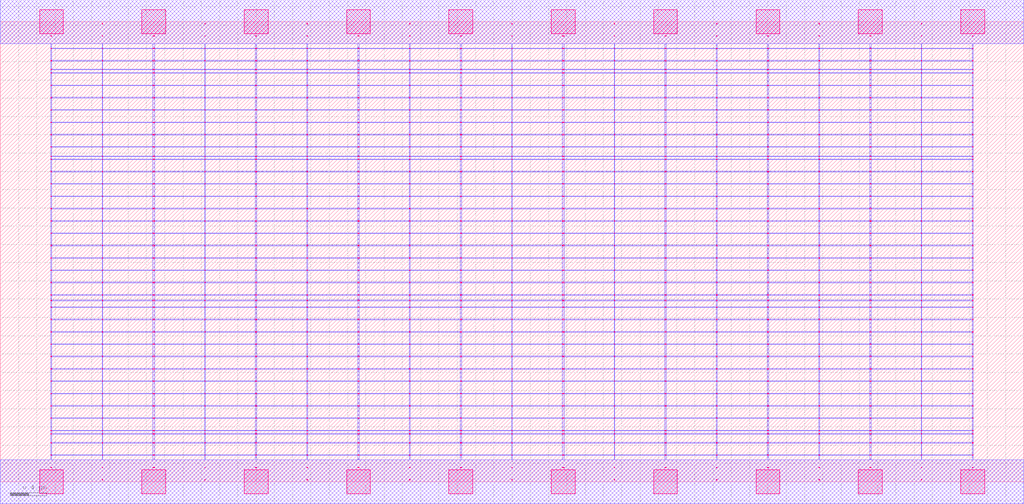
<source format=lef>
MACRO OAAOI2231_DEBUG
 CLASS CORE ;
 FOREIGN OAAOI2231_DEBUG 0 0 ;
 SIZE 11.200000000000001 BY 5.04 ;
 ORIGIN 0 0 ;
 SYMMETRY X Y R90 ;
 SITE unit ;

 OBS
    LAYER polycont ;
     RECT 5.59600000 2.58300000 5.60400000 2.59100000 ;
     RECT 5.59600000 2.71800000 5.60400000 2.72600000 ;
     RECT 5.59600000 2.85300000 5.60400000 2.86100000 ;
     RECT 5.59600000 2.98800000 5.60400000 2.99600000 ;
     RECT 7.83600000 2.58300000 7.84400000 2.59100000 ;
     RECT 8.39100000 2.58300000 8.40900000 2.59100000 ;
     RECT 8.95600000 2.58300000 8.96400000 2.59100000 ;
     RECT 9.51600000 2.58300000 9.52900000 2.59100000 ;
     RECT 10.07600000 2.58300000 10.08400000 2.59100000 ;
     RECT 10.63600000 2.58300000 10.64400000 2.59100000 ;
     RECT 6.15100000 2.58300000 6.16900000 2.59100000 ;
     RECT 6.15100000 2.71800000 6.16900000 2.72600000 ;
     RECT 6.71600000 2.71800000 6.72400000 2.72600000 ;
     RECT 7.27100000 2.71800000 7.28900000 2.72600000 ;
     RECT 7.83600000 2.71800000 7.84400000 2.72600000 ;
     RECT 8.39100000 2.71800000 8.40900000 2.72600000 ;
     RECT 8.95600000 2.71800000 8.96400000 2.72600000 ;
     RECT 9.51600000 2.71800000 9.52900000 2.72600000 ;
     RECT 10.07600000 2.71800000 10.08400000 2.72600000 ;
     RECT 10.63600000 2.71800000 10.64400000 2.72600000 ;
     RECT 6.71600000 2.58300000 6.72400000 2.59100000 ;
     RECT 6.15100000 2.85300000 6.16900000 2.86100000 ;
     RECT 6.71600000 2.85300000 6.72400000 2.86100000 ;
     RECT 7.27100000 2.85300000 7.28900000 2.86100000 ;
     RECT 7.83600000 2.85300000 7.84400000 2.86100000 ;
     RECT 8.39100000 2.85300000 8.40900000 2.86100000 ;
     RECT 8.95600000 2.85300000 8.96400000 2.86100000 ;
     RECT 9.51600000 2.85300000 9.52900000 2.86100000 ;
     RECT 10.07600000 2.85300000 10.08400000 2.86100000 ;
     RECT 10.63600000 2.85300000 10.64400000 2.86100000 ;
     RECT 7.27100000 2.58300000 7.28900000 2.59100000 ;
     RECT 6.15100000 2.98800000 6.16900000 2.99600000 ;
     RECT 6.71600000 2.98800000 6.72400000 2.99600000 ;
     RECT 7.27100000 2.98800000 7.28900000 2.99600000 ;
     RECT 7.83600000 2.98800000 7.84400000 2.99600000 ;
     RECT 8.39100000 2.98800000 8.40900000 2.99600000 ;
     RECT 8.95600000 2.98800000 8.96400000 2.99600000 ;
     RECT 9.51600000 2.98800000 9.52900000 2.99600000 ;
     RECT 10.07600000 2.98800000 10.08400000 2.99600000 ;
     RECT 10.63600000 2.98800000 10.64400000 2.99600000 ;
     RECT 10.07600000 3.12300000 10.08400000 3.13100000 ;
     RECT 10.63600000 3.12300000 10.64400000 3.13100000 ;
     RECT 10.07600000 3.25800000 10.08400000 3.26600000 ;
     RECT 10.63600000 3.25800000 10.64400000 3.26600000 ;
     RECT 10.07600000 3.39300000 10.08400000 3.40100000 ;
     RECT 10.63600000 3.39300000 10.64400000 3.40100000 ;
     RECT 10.07600000 3.52800000 10.08400000 3.53600000 ;
     RECT 10.63600000 3.52800000 10.64400000 3.53600000 ;
     RECT 10.07600000 3.56100000 10.08400000 3.56900000 ;
     RECT 10.63600000 3.56100000 10.64400000 3.56900000 ;
     RECT 10.07600000 3.66300000 10.08400000 3.67100000 ;
     RECT 10.63600000 3.66300000 10.64400000 3.67100000 ;
     RECT 10.07600000 3.79800000 10.08400000 3.80600000 ;
     RECT 10.63600000 3.79800000 10.64400000 3.80600000 ;
     RECT 10.07600000 3.93300000 10.08400000 3.94100000 ;
     RECT 10.63600000 3.93300000 10.64400000 3.94100000 ;
     RECT 10.07600000 4.06800000 10.08400000 4.07600000 ;
     RECT 10.63600000 4.06800000 10.64400000 4.07600000 ;
     RECT 10.07600000 4.20300000 10.08400000 4.21100000 ;
     RECT 10.63600000 4.20300000 10.64400000 4.21100000 ;
     RECT 10.07600000 4.33800000 10.08400000 4.34600000 ;
     RECT 10.63600000 4.33800000 10.64400000 4.34600000 ;
     RECT 10.07600000 4.47300000 10.08400000 4.48100000 ;
     RECT 10.63600000 4.47300000 10.64400000 4.48100000 ;
     RECT 10.07600000 4.51100000 10.08400000 4.51900000 ;
     RECT 10.63600000 4.51100000 10.64400000 4.51900000 ;
     RECT 10.07600000 4.60800000 10.08400000 4.61600000 ;
     RECT 10.63600000 4.60800000 10.64400000 4.61600000 ;
     RECT 10.07600000 4.74300000 10.08400000 4.75100000 ;
     RECT 10.63600000 4.74300000 10.64400000 4.75100000 ;
     RECT 10.07600000 4.87800000 10.08400000 4.88600000 ;
     RECT 10.63600000 4.87800000 10.64400000 4.88600000 ;
     RECT 0.55100000 2.58300000 0.56400000 2.59100000 ;
     RECT 0.55100000 2.71800000 0.56400000 2.72600000 ;
     RECT 0.55100000 2.85300000 0.56400000 2.86100000 ;
     RECT 1.11600000 2.85300000 1.12400000 2.86100000 ;
     RECT 1.67100000 2.85300000 1.68900000 2.86100000 ;
     RECT 2.23600000 2.85300000 2.24400000 2.86100000 ;
     RECT 2.79100000 2.85300000 2.80900000 2.86100000 ;
     RECT 3.35600000 2.85300000 3.36400000 2.86100000 ;
     RECT 3.91100000 2.85300000 3.92900000 2.86100000 ;
     RECT 4.47600000 2.85300000 4.48400000 2.86100000 ;
     RECT 5.03100000 2.85300000 5.04900000 2.86100000 ;
     RECT 1.11600000 2.71800000 1.12400000 2.72600000 ;
     RECT 1.67100000 2.71800000 1.68900000 2.72600000 ;
     RECT 2.23600000 2.71800000 2.24400000 2.72600000 ;
     RECT 2.79100000 2.71800000 2.80900000 2.72600000 ;
     RECT 3.35600000 2.71800000 3.36400000 2.72600000 ;
     RECT 3.91100000 2.71800000 3.92900000 2.72600000 ;
     RECT 4.47600000 2.71800000 4.48400000 2.72600000 ;
     RECT 5.03100000 2.71800000 5.04900000 2.72600000 ;
     RECT 1.11600000 2.58300000 1.12400000 2.59100000 ;
     RECT 1.67100000 2.58300000 1.68900000 2.59100000 ;
     RECT 0.55100000 2.98800000 0.56400000 2.99600000 ;
     RECT 1.11600000 2.98800000 1.12400000 2.99600000 ;
     RECT 1.67100000 2.98800000 1.68900000 2.99600000 ;
     RECT 2.23600000 2.98800000 2.24400000 2.99600000 ;
     RECT 2.79100000 2.98800000 2.80900000 2.99600000 ;
     RECT 3.35600000 2.98800000 3.36400000 2.99600000 ;
     RECT 3.91100000 2.98800000 3.92900000 2.99600000 ;
     RECT 4.47600000 2.98800000 4.48400000 2.99600000 ;
     RECT 5.03100000 2.98800000 5.04900000 2.99600000 ;
     RECT 2.23600000 2.58300000 2.24400000 2.59100000 ;
     RECT 2.79100000 2.58300000 2.80900000 2.59100000 ;
     RECT 3.35600000 2.58300000 3.36400000 2.59100000 ;
     RECT 3.91100000 2.58300000 3.92900000 2.59100000 ;
     RECT 4.47600000 2.58300000 4.48400000 2.59100000 ;
     RECT 5.03100000 2.58300000 5.04900000 2.59100000 ;
     RECT 8.95600000 1.09800000 8.96400000 1.10600000 ;
     RECT 8.95600000 1.23300000 8.96400000 1.24100000 ;
     RECT 8.95600000 1.36800000 8.96400000 1.37600000 ;
     RECT 8.95600000 1.50300000 8.96400000 1.51100000 ;
     RECT 8.95600000 1.63800000 8.96400000 1.64600000 ;
     RECT 8.95600000 1.77300000 8.96400000 1.78100000 ;
     RECT 8.95600000 1.90800000 8.96400000 1.91600000 ;
     RECT 8.95600000 1.98100000 8.96400000 1.98900000 ;
     RECT 8.95600000 2.04300000 8.96400000 2.05100000 ;
     RECT 8.95600000 2.17800000 8.96400000 2.18600000 ;
     RECT 8.95600000 2.31300000 8.96400000 2.32100000 ;
     RECT 8.95600000 2.44800000 8.96400000 2.45600000 ;
     RECT 8.95600000 0.15300000 8.96400000 0.16100000 ;
     RECT 8.95600000 0.28800000 8.96400000 0.29600000 ;
     RECT 8.95600000 0.42300000 8.96400000 0.43100000 ;
     RECT 8.95600000 0.52100000 8.96400000 0.52900000 ;
     RECT 8.95600000 0.55800000 8.96400000 0.56600000 ;
     RECT 8.95600000 0.69300000 8.96400000 0.70100000 ;
     RECT 8.95600000 0.82800000 8.96400000 0.83600000 ;
     RECT 8.95600000 0.96300000 8.96400000 0.97100000 ;

    LAYER pdiffc ;
     RECT 0.55100000 3.39300000 0.55900000 3.40100000 ;
     RECT 9.52100000 3.39300000 9.52900000 3.40100000 ;
     RECT 0.55100000 3.52800000 0.55900000 3.53600000 ;
     RECT 9.52100000 3.52800000 9.52900000 3.53600000 ;
     RECT 0.55100000 3.56100000 0.55900000 3.56900000 ;
     RECT 9.52100000 3.56100000 9.52900000 3.56900000 ;
     RECT 0.55100000 3.66300000 0.55900000 3.67100000 ;
     RECT 9.52100000 3.66300000 9.52900000 3.67100000 ;
     RECT 0.55100000 3.79800000 0.55900000 3.80600000 ;
     RECT 9.52100000 3.79800000 9.52900000 3.80600000 ;
     RECT 0.55100000 3.93300000 0.55900000 3.94100000 ;
     RECT 9.52100000 3.93300000 9.52900000 3.94100000 ;
     RECT 0.55100000 4.06800000 0.55900000 4.07600000 ;
     RECT 9.52100000 4.06800000 9.52900000 4.07600000 ;
     RECT 0.55100000 4.20300000 0.55900000 4.21100000 ;
     RECT 9.52100000 4.20300000 9.52900000 4.21100000 ;
     RECT 0.55100000 4.33800000 0.55900000 4.34600000 ;
     RECT 9.52100000 4.33800000 9.52900000 4.34600000 ;
     RECT 0.55100000 4.47300000 0.55900000 4.48100000 ;
     RECT 9.52100000 4.47300000 9.52900000 4.48100000 ;
     RECT 0.55100000 4.51100000 0.55900000 4.51900000 ;
     RECT 9.52100000 4.51100000 9.52900000 4.51900000 ;
     RECT 0.55100000 4.60800000 0.55900000 4.61600000 ;
     RECT 9.52100000 4.60800000 9.52900000 4.61600000 ;

    LAYER ndiffc ;
     RECT 6.15100000 0.42300000 6.16900000 0.43100000 ;
     RECT 7.27100000 0.42300000 7.28900000 0.43100000 ;
     RECT 8.39100000 0.42300000 8.40900000 0.43100000 ;
     RECT 9.51600000 0.42300000 9.52900000 0.43100000 ;
     RECT 10.63600000 0.42300000 10.64400000 0.43100000 ;
     RECT 6.15100000 0.52100000 6.16900000 0.52900000 ;
     RECT 7.27100000 0.52100000 7.28900000 0.52900000 ;
     RECT 8.39100000 0.52100000 8.40900000 0.52900000 ;
     RECT 9.51600000 0.52100000 9.52900000 0.52900000 ;
     RECT 10.63600000 0.52100000 10.64400000 0.52900000 ;
     RECT 6.15100000 0.55800000 6.16900000 0.56600000 ;
     RECT 7.27100000 0.55800000 7.28900000 0.56600000 ;
     RECT 8.39100000 0.55800000 8.40900000 0.56600000 ;
     RECT 9.51600000 0.55800000 9.52900000 0.56600000 ;
     RECT 10.63600000 0.55800000 10.64400000 0.56600000 ;
     RECT 6.15100000 0.69300000 6.16900000 0.70100000 ;
     RECT 7.27100000 0.69300000 7.28900000 0.70100000 ;
     RECT 8.39100000 0.69300000 8.40900000 0.70100000 ;
     RECT 9.51600000 0.69300000 9.52900000 0.70100000 ;
     RECT 10.63600000 0.69300000 10.64400000 0.70100000 ;
     RECT 6.15100000 0.82800000 6.16900000 0.83600000 ;
     RECT 7.27100000 0.82800000 7.28900000 0.83600000 ;
     RECT 8.39100000 0.82800000 8.40900000 0.83600000 ;
     RECT 9.51600000 0.82800000 9.52900000 0.83600000 ;
     RECT 10.63600000 0.82800000 10.64400000 0.83600000 ;
     RECT 6.15100000 0.96300000 6.16900000 0.97100000 ;
     RECT 7.27100000 0.96300000 7.28900000 0.97100000 ;
     RECT 8.39100000 0.96300000 8.40900000 0.97100000 ;
     RECT 9.51600000 0.96300000 9.52900000 0.97100000 ;
     RECT 10.63600000 0.96300000 10.64400000 0.97100000 ;
     RECT 6.15100000 1.09800000 6.16900000 1.10600000 ;
     RECT 7.27100000 1.09800000 7.28900000 1.10600000 ;
     RECT 8.39100000 1.09800000 8.40900000 1.10600000 ;
     RECT 9.51600000 1.09800000 9.52900000 1.10600000 ;
     RECT 10.63600000 1.09800000 10.64400000 1.10600000 ;
     RECT 6.15100000 1.23300000 6.16900000 1.24100000 ;
     RECT 7.27100000 1.23300000 7.28900000 1.24100000 ;
     RECT 8.39100000 1.23300000 8.40900000 1.24100000 ;
     RECT 9.51600000 1.23300000 9.52900000 1.24100000 ;
     RECT 10.63600000 1.23300000 10.64400000 1.24100000 ;
     RECT 6.15100000 1.36800000 6.16900000 1.37600000 ;
     RECT 7.27100000 1.36800000 7.28900000 1.37600000 ;
     RECT 8.39100000 1.36800000 8.40900000 1.37600000 ;
     RECT 9.51600000 1.36800000 9.52900000 1.37600000 ;
     RECT 10.63600000 1.36800000 10.64400000 1.37600000 ;
     RECT 6.15100000 1.50300000 6.16900000 1.51100000 ;
     RECT 7.27100000 1.50300000 7.28900000 1.51100000 ;
     RECT 8.39100000 1.50300000 8.40900000 1.51100000 ;
     RECT 9.51600000 1.50300000 9.52900000 1.51100000 ;
     RECT 10.63600000 1.50300000 10.64400000 1.51100000 ;
     RECT 6.15100000 1.63800000 6.16900000 1.64600000 ;
     RECT 7.27100000 1.63800000 7.28900000 1.64600000 ;
     RECT 8.39100000 1.63800000 8.40900000 1.64600000 ;
     RECT 9.51600000 1.63800000 9.52900000 1.64600000 ;
     RECT 10.63600000 1.63800000 10.64400000 1.64600000 ;
     RECT 6.15100000 1.77300000 6.16900000 1.78100000 ;
     RECT 7.27100000 1.77300000 7.28900000 1.78100000 ;
     RECT 8.39100000 1.77300000 8.40900000 1.78100000 ;
     RECT 9.51600000 1.77300000 9.52900000 1.78100000 ;
     RECT 10.63600000 1.77300000 10.64400000 1.78100000 ;
     RECT 6.15100000 1.90800000 6.16900000 1.91600000 ;
     RECT 7.27100000 1.90800000 7.28900000 1.91600000 ;
     RECT 8.39100000 1.90800000 8.40900000 1.91600000 ;
     RECT 9.51600000 1.90800000 9.52900000 1.91600000 ;
     RECT 10.63600000 1.90800000 10.64400000 1.91600000 ;
     RECT 6.15100000 1.98100000 6.16900000 1.98900000 ;
     RECT 7.27100000 1.98100000 7.28900000 1.98900000 ;
     RECT 8.39100000 1.98100000 8.40900000 1.98900000 ;
     RECT 9.51600000 1.98100000 9.52900000 1.98900000 ;
     RECT 10.63600000 1.98100000 10.64400000 1.98900000 ;
     RECT 6.15100000 2.04300000 6.16900000 2.05100000 ;
     RECT 7.27100000 2.04300000 7.28900000 2.05100000 ;
     RECT 8.39100000 2.04300000 8.40900000 2.05100000 ;
     RECT 9.51600000 2.04300000 9.52900000 2.05100000 ;
     RECT 10.63600000 2.04300000 10.64400000 2.05100000 ;
     RECT 0.55100000 0.42300000 0.56400000 0.43100000 ;
     RECT 1.67100000 0.42300000 1.68900000 0.43100000 ;
     RECT 2.79100000 0.42300000 2.80900000 0.43100000 ;
     RECT 3.91100000 0.42300000 3.92900000 0.43100000 ;
     RECT 5.03100000 0.42300000 5.04900000 0.43100000 ;
     RECT 0.55100000 1.36800000 0.56400000 1.37600000 ;
     RECT 1.67100000 1.36800000 1.68900000 1.37600000 ;
     RECT 2.79100000 1.36800000 2.80900000 1.37600000 ;
     RECT 3.91100000 1.36800000 3.92900000 1.37600000 ;
     RECT 5.03100000 1.36800000 5.04900000 1.37600000 ;
     RECT 0.55100000 0.82800000 0.56400000 0.83600000 ;
     RECT 1.67100000 0.82800000 1.68900000 0.83600000 ;
     RECT 2.79100000 0.82800000 2.80900000 0.83600000 ;
     RECT 3.91100000 0.82800000 3.92900000 0.83600000 ;
     RECT 5.03100000 0.82800000 5.04900000 0.83600000 ;
     RECT 0.55100000 1.50300000 0.56400000 1.51100000 ;
     RECT 1.67100000 1.50300000 1.68900000 1.51100000 ;
     RECT 2.79100000 1.50300000 2.80900000 1.51100000 ;
     RECT 3.91100000 1.50300000 3.92900000 1.51100000 ;
     RECT 5.03100000 1.50300000 5.04900000 1.51100000 ;
     RECT 0.55100000 0.55800000 0.56400000 0.56600000 ;
     RECT 1.67100000 0.55800000 1.68900000 0.56600000 ;
     RECT 2.79100000 0.55800000 2.80900000 0.56600000 ;
     RECT 3.91100000 0.55800000 3.92900000 0.56600000 ;
     RECT 5.03100000 0.55800000 5.04900000 0.56600000 ;
     RECT 0.55100000 1.63800000 0.56400000 1.64600000 ;
     RECT 1.67100000 1.63800000 1.68900000 1.64600000 ;
     RECT 2.79100000 1.63800000 2.80900000 1.64600000 ;
     RECT 3.91100000 1.63800000 3.92900000 1.64600000 ;
     RECT 5.03100000 1.63800000 5.04900000 1.64600000 ;
     RECT 0.55100000 0.96300000 0.56400000 0.97100000 ;
     RECT 1.67100000 0.96300000 1.68900000 0.97100000 ;
     RECT 2.79100000 0.96300000 2.80900000 0.97100000 ;
     RECT 3.91100000 0.96300000 3.92900000 0.97100000 ;
     RECT 5.03100000 0.96300000 5.04900000 0.97100000 ;
     RECT 0.55100000 1.77300000 0.56400000 1.78100000 ;
     RECT 1.67100000 1.77300000 1.68900000 1.78100000 ;
     RECT 2.79100000 1.77300000 2.80900000 1.78100000 ;
     RECT 3.91100000 1.77300000 3.92900000 1.78100000 ;
     RECT 5.03100000 1.77300000 5.04900000 1.78100000 ;
     RECT 0.55100000 0.52100000 0.56400000 0.52900000 ;
     RECT 1.67100000 0.52100000 1.68900000 0.52900000 ;
     RECT 2.79100000 0.52100000 2.80900000 0.52900000 ;
     RECT 3.91100000 0.52100000 3.92900000 0.52900000 ;
     RECT 5.03100000 0.52100000 5.04900000 0.52900000 ;
     RECT 0.55100000 1.90800000 0.56400000 1.91600000 ;
     RECT 1.67100000 1.90800000 1.68900000 1.91600000 ;
     RECT 2.79100000 1.90800000 2.80900000 1.91600000 ;
     RECT 3.91100000 1.90800000 3.92900000 1.91600000 ;
     RECT 5.03100000 1.90800000 5.04900000 1.91600000 ;
     RECT 0.55100000 1.09800000 0.56400000 1.10600000 ;
     RECT 1.67100000 1.09800000 1.68900000 1.10600000 ;
     RECT 2.79100000 1.09800000 2.80900000 1.10600000 ;
     RECT 3.91100000 1.09800000 3.92900000 1.10600000 ;
     RECT 5.03100000 1.09800000 5.04900000 1.10600000 ;
     RECT 0.55100000 1.98100000 0.56400000 1.98900000 ;
     RECT 1.67100000 1.98100000 1.68900000 1.98900000 ;
     RECT 2.79100000 1.98100000 2.80900000 1.98900000 ;
     RECT 3.91100000 1.98100000 3.92900000 1.98900000 ;
     RECT 5.03100000 1.98100000 5.04900000 1.98900000 ;
     RECT 0.55100000 0.69300000 0.56400000 0.70100000 ;
     RECT 1.67100000 0.69300000 1.68900000 0.70100000 ;
     RECT 2.79100000 0.69300000 2.80900000 0.70100000 ;
     RECT 3.91100000 0.69300000 3.92900000 0.70100000 ;
     RECT 5.03100000 0.69300000 5.04900000 0.70100000 ;
     RECT 0.55100000 2.04300000 0.56400000 2.05100000 ;
     RECT 1.67100000 2.04300000 1.68900000 2.05100000 ;
     RECT 2.79100000 2.04300000 2.80900000 2.05100000 ;
     RECT 3.91100000 2.04300000 3.92900000 2.05100000 ;
     RECT 5.03100000 2.04300000 5.04900000 2.05100000 ;
     RECT 0.55100000 1.23300000 0.56400000 1.24100000 ;
     RECT 1.67100000 1.23300000 1.68900000 1.24100000 ;
     RECT 2.79100000 1.23300000 2.80900000 1.24100000 ;
     RECT 3.91100000 1.23300000 3.92900000 1.24100000 ;
     RECT 5.03100000 1.23300000 5.04900000 1.24100000 ;

    LAYER met1 ;
     RECT 0.00000000 -0.24000000 11.20000000 0.24000000 ;
     RECT 5.59600000 0.24000000 5.60400000 0.28800000 ;
     RECT 0.55100000 0.28800000 10.64400000 0.29600000 ;
     RECT 5.59600000 0.29600000 5.60400000 0.42300000 ;
     RECT 0.55100000 0.42300000 10.64400000 0.43100000 ;
     RECT 5.59600000 0.43100000 5.60400000 0.52100000 ;
     RECT 0.55100000 0.52100000 10.64400000 0.52900000 ;
     RECT 5.59600000 0.52900000 5.60400000 0.55800000 ;
     RECT 0.55100000 0.55800000 10.64400000 0.56600000 ;
     RECT 5.59600000 0.56600000 5.60400000 0.69300000 ;
     RECT 0.55100000 0.69300000 10.64400000 0.70100000 ;
     RECT 5.59600000 0.70100000 5.60400000 0.82800000 ;
     RECT 0.55100000 0.82800000 10.64400000 0.83600000 ;
     RECT 5.59600000 0.83600000 5.60400000 0.96300000 ;
     RECT 0.55100000 0.96300000 10.64400000 0.97100000 ;
     RECT 5.59600000 0.97100000 5.60400000 1.09800000 ;
     RECT 0.55100000 1.09800000 10.64400000 1.10600000 ;
     RECT 5.59600000 1.10600000 5.60400000 1.23300000 ;
     RECT 0.55100000 1.23300000 10.64400000 1.24100000 ;
     RECT 5.59600000 1.24100000 5.60400000 1.36800000 ;
     RECT 0.55100000 1.36800000 10.64400000 1.37600000 ;
     RECT 5.59600000 1.37600000 5.60400000 1.50300000 ;
     RECT 0.55100000 1.50300000 10.64400000 1.51100000 ;
     RECT 5.59600000 1.51100000 5.60400000 1.63800000 ;
     RECT 0.55100000 1.63800000 10.64400000 1.64600000 ;
     RECT 5.59600000 1.64600000 5.60400000 1.77300000 ;
     RECT 0.55100000 1.77300000 10.64400000 1.78100000 ;
     RECT 5.59600000 1.78100000 5.60400000 1.90800000 ;
     RECT 0.55100000 1.90800000 10.64400000 1.91600000 ;
     RECT 5.59600000 1.91600000 5.60400000 1.98100000 ;
     RECT 0.55100000 1.98100000 10.64400000 1.98900000 ;
     RECT 5.59600000 1.98900000 5.60400000 2.04300000 ;
     RECT 0.55100000 2.04300000 10.64400000 2.05100000 ;
     RECT 5.59600000 2.05100000 5.60400000 2.17800000 ;
     RECT 0.55100000 2.17800000 10.64400000 2.18600000 ;
     RECT 5.59600000 2.18600000 5.60400000 2.31300000 ;
     RECT 0.55100000 2.31300000 10.64400000 2.32100000 ;
     RECT 5.59600000 2.32100000 5.60400000 2.44800000 ;
     RECT 0.55100000 2.44800000 10.64400000 2.45600000 ;
     RECT 0.55100000 2.45600000 0.56400000 2.58300000 ;
     RECT 1.11600000 2.45600000 1.12400000 2.58300000 ;
     RECT 1.67100000 2.45600000 1.68900000 2.58300000 ;
     RECT 2.23600000 2.45600000 2.24400000 2.58300000 ;
     RECT 2.79100000 2.45600000 2.80900000 2.58300000 ;
     RECT 3.35600000 2.45600000 3.36400000 2.58300000 ;
     RECT 3.91100000 2.45600000 3.92900000 2.58300000 ;
     RECT 4.47600000 2.45600000 4.48400000 2.58300000 ;
     RECT 5.03100000 2.45600000 5.04900000 2.58300000 ;
     RECT 5.59600000 2.45600000 5.60400000 2.58300000 ;
     RECT 6.15100000 2.45600000 6.16900000 2.58300000 ;
     RECT 6.71600000 2.45600000 6.72400000 2.58300000 ;
     RECT 7.27100000 2.45600000 7.28900000 2.58300000 ;
     RECT 7.83600000 2.45600000 7.84400000 2.58300000 ;
     RECT 8.39100000 2.45600000 8.40900000 2.58300000 ;
     RECT 8.95600000 2.45600000 8.96400000 2.58300000 ;
     RECT 9.51600000 2.45600000 9.52900000 2.58300000 ;
     RECT 10.07600000 2.45600000 10.08400000 2.58300000 ;
     RECT 10.63600000 2.45600000 10.64400000 2.58300000 ;
     RECT 0.55100000 2.58300000 10.64400000 2.59100000 ;
     RECT 5.59600000 2.59100000 5.60400000 2.71800000 ;
     RECT 0.55100000 2.71800000 10.64400000 2.72600000 ;
     RECT 5.59600000 2.72600000 5.60400000 2.85300000 ;
     RECT 0.55100000 2.85300000 10.64400000 2.86100000 ;
     RECT 5.59600000 2.86100000 5.60400000 2.98800000 ;
     RECT 0.55100000 2.98800000 10.64400000 2.99600000 ;
     RECT 5.59600000 2.99600000 5.60400000 3.12300000 ;
     RECT 0.55100000 3.12300000 10.64400000 3.13100000 ;
     RECT 5.59600000 3.13100000 5.60400000 3.25800000 ;
     RECT 0.55100000 3.25800000 10.64400000 3.26600000 ;
     RECT 5.59600000 3.26600000 5.60400000 3.39300000 ;
     RECT 0.55100000 3.39300000 10.64400000 3.40100000 ;
     RECT 5.59600000 3.40100000 5.60400000 3.52800000 ;
     RECT 0.55100000 3.52800000 10.64400000 3.53600000 ;
     RECT 5.59600000 3.53600000 5.60400000 3.56100000 ;
     RECT 0.55100000 3.56100000 10.64400000 3.56900000 ;
     RECT 5.59600000 3.56900000 5.60400000 3.66300000 ;
     RECT 0.55100000 3.66300000 10.64400000 3.67100000 ;
     RECT 5.59600000 3.67100000 5.60400000 3.79800000 ;
     RECT 0.55100000 3.79800000 10.64400000 3.80600000 ;
     RECT 5.59600000 3.80600000 5.60400000 3.93300000 ;
     RECT 0.55100000 3.93300000 10.64400000 3.94100000 ;
     RECT 5.59600000 3.94100000 5.60400000 4.06800000 ;
     RECT 0.55100000 4.06800000 10.64400000 4.07600000 ;
     RECT 5.59600000 4.07600000 5.60400000 4.20300000 ;
     RECT 0.55100000 4.20300000 10.64400000 4.21100000 ;
     RECT 5.59600000 4.21100000 5.60400000 4.33800000 ;
     RECT 0.55100000 4.33800000 10.64400000 4.34600000 ;
     RECT 5.59600000 4.34600000 5.60400000 4.47300000 ;
     RECT 0.55100000 4.47300000 10.64400000 4.48100000 ;
     RECT 5.59600000 4.48100000 5.60400000 4.51100000 ;
     RECT 0.55100000 4.51100000 10.64400000 4.51900000 ;
     RECT 5.59600000 4.51900000 5.60400000 4.60800000 ;
     RECT 0.55100000 4.60800000 10.64400000 4.61600000 ;
     RECT 5.59600000 4.61600000 5.60400000 4.74300000 ;
     RECT 0.55100000 4.74300000 10.64400000 4.75100000 ;
     RECT 5.59600000 4.75100000 5.60400000 4.80000000 ;
     RECT 0.00000000 4.80000000 11.20000000 5.28000000 ;
     RECT 8.39100000 2.99600000 8.40900000 3.12300000 ;
     RECT 8.39100000 3.13100000 8.40900000 3.25800000 ;
     RECT 8.39100000 3.26600000 8.40900000 3.39300000 ;
     RECT 8.39100000 3.40100000 8.40900000 3.52800000 ;
     RECT 8.39100000 3.53600000 8.40900000 3.56100000 ;
     RECT 8.39100000 2.72600000 8.40900000 2.85300000 ;
     RECT 8.39100000 3.56900000 8.40900000 3.66300000 ;
     RECT 8.39100000 3.67100000 8.40900000 3.79800000 ;
     RECT 6.15100000 3.80600000 6.16900000 3.93300000 ;
     RECT 6.71600000 3.80600000 6.72400000 3.93300000 ;
     RECT 7.27100000 3.80600000 7.28900000 3.93300000 ;
     RECT 7.83600000 3.80600000 7.84400000 3.93300000 ;
     RECT 8.39100000 3.80600000 8.40900000 3.93300000 ;
     RECT 8.95600000 3.80600000 8.96400000 3.93300000 ;
     RECT 9.51600000 3.80600000 9.52900000 3.93300000 ;
     RECT 10.07600000 3.80600000 10.08400000 3.93300000 ;
     RECT 10.63600000 3.80600000 10.64400000 3.93300000 ;
     RECT 8.39100000 3.94100000 8.40900000 4.06800000 ;
     RECT 8.39100000 4.07600000 8.40900000 4.20300000 ;
     RECT 8.39100000 4.21100000 8.40900000 4.33800000 ;
     RECT 8.39100000 2.86100000 8.40900000 2.98800000 ;
     RECT 8.39100000 4.34600000 8.40900000 4.47300000 ;
     RECT 8.39100000 4.48100000 8.40900000 4.51100000 ;
     RECT 8.39100000 2.59100000 8.40900000 2.71800000 ;
     RECT 8.39100000 4.51900000 8.40900000 4.60800000 ;
     RECT 8.39100000 4.61600000 8.40900000 4.74300000 ;
     RECT 8.39100000 4.75100000 8.40900000 4.80000000 ;
     RECT 9.51600000 3.94100000 9.52900000 4.06800000 ;
     RECT 8.95600000 4.21100000 8.96400000 4.33800000 ;
     RECT 9.51600000 4.21100000 9.52900000 4.33800000 ;
     RECT 10.07600000 4.21100000 10.08400000 4.33800000 ;
     RECT 10.63600000 4.21100000 10.64400000 4.33800000 ;
     RECT 10.07600000 3.94100000 10.08400000 4.06800000 ;
     RECT 10.63600000 3.94100000 10.64400000 4.06800000 ;
     RECT 8.95600000 4.34600000 8.96400000 4.47300000 ;
     RECT 9.51600000 4.34600000 9.52900000 4.47300000 ;
     RECT 10.07600000 4.34600000 10.08400000 4.47300000 ;
     RECT 10.63600000 4.34600000 10.64400000 4.47300000 ;
     RECT 8.95600000 3.94100000 8.96400000 4.06800000 ;
     RECT 8.95600000 4.48100000 8.96400000 4.51100000 ;
     RECT 9.51600000 4.48100000 9.52900000 4.51100000 ;
     RECT 10.07600000 4.48100000 10.08400000 4.51100000 ;
     RECT 10.63600000 4.48100000 10.64400000 4.51100000 ;
     RECT 8.95600000 4.07600000 8.96400000 4.20300000 ;
     RECT 9.51600000 4.07600000 9.52900000 4.20300000 ;
     RECT 8.95600000 4.51900000 8.96400000 4.60800000 ;
     RECT 9.51600000 4.51900000 9.52900000 4.60800000 ;
     RECT 10.07600000 4.51900000 10.08400000 4.60800000 ;
     RECT 10.63600000 4.51900000 10.64400000 4.60800000 ;
     RECT 10.07600000 4.07600000 10.08400000 4.20300000 ;
     RECT 8.95600000 4.61600000 8.96400000 4.74300000 ;
     RECT 9.51600000 4.61600000 9.52900000 4.74300000 ;
     RECT 10.07600000 4.61600000 10.08400000 4.74300000 ;
     RECT 10.63600000 4.61600000 10.64400000 4.74300000 ;
     RECT 10.63600000 4.07600000 10.64400000 4.20300000 ;
     RECT 8.95600000 4.75100000 8.96400000 4.80000000 ;
     RECT 9.51600000 4.75100000 9.52900000 4.80000000 ;
     RECT 10.07600000 4.75100000 10.08400000 4.80000000 ;
     RECT 10.63600000 4.75100000 10.64400000 4.80000000 ;
     RECT 6.71600000 4.07600000 6.72400000 4.20300000 ;
     RECT 7.27100000 4.07600000 7.28900000 4.20300000 ;
     RECT 7.83600000 4.07600000 7.84400000 4.20300000 ;
     RECT 6.71600000 3.94100000 6.72400000 4.06800000 ;
     RECT 7.27100000 3.94100000 7.28900000 4.06800000 ;
     RECT 6.15100000 4.51900000 6.16900000 4.60800000 ;
     RECT 6.71600000 4.51900000 6.72400000 4.60800000 ;
     RECT 7.27100000 4.51900000 7.28900000 4.60800000 ;
     RECT 7.83600000 4.51900000 7.84400000 4.60800000 ;
     RECT 7.83600000 3.94100000 7.84400000 4.06800000 ;
     RECT 6.15100000 4.34600000 6.16900000 4.47300000 ;
     RECT 6.71600000 4.34600000 6.72400000 4.47300000 ;
     RECT 7.27100000 4.34600000 7.28900000 4.47300000 ;
     RECT 7.83600000 4.34600000 7.84400000 4.47300000 ;
     RECT 6.15100000 4.61600000 6.16900000 4.74300000 ;
     RECT 6.71600000 4.61600000 6.72400000 4.74300000 ;
     RECT 7.27100000 4.61600000 7.28900000 4.74300000 ;
     RECT 7.83600000 4.61600000 7.84400000 4.74300000 ;
     RECT 6.15100000 3.94100000 6.16900000 4.06800000 ;
     RECT 6.15100000 4.07600000 6.16900000 4.20300000 ;
     RECT 6.15100000 4.21100000 6.16900000 4.33800000 ;
     RECT 6.71600000 4.21100000 6.72400000 4.33800000 ;
     RECT 7.27100000 4.21100000 7.28900000 4.33800000 ;
     RECT 6.15100000 4.75100000 6.16900000 4.80000000 ;
     RECT 6.71600000 4.75100000 6.72400000 4.80000000 ;
     RECT 7.27100000 4.75100000 7.28900000 4.80000000 ;
     RECT 7.83600000 4.75100000 7.84400000 4.80000000 ;
     RECT 6.15100000 4.48100000 6.16900000 4.51100000 ;
     RECT 6.71600000 4.48100000 6.72400000 4.51100000 ;
     RECT 7.27100000 4.48100000 7.28900000 4.51100000 ;
     RECT 7.83600000 4.48100000 7.84400000 4.51100000 ;
     RECT 7.83600000 4.21100000 7.84400000 4.33800000 ;
     RECT 7.27100000 3.53600000 7.28900000 3.56100000 ;
     RECT 7.83600000 3.53600000 7.84400000 3.56100000 ;
     RECT 7.83600000 3.13100000 7.84400000 3.25800000 ;
     RECT 6.15100000 2.86100000 6.16900000 2.98800000 ;
     RECT 6.71600000 2.86100000 6.72400000 2.98800000 ;
     RECT 7.83600000 2.72600000 7.84400000 2.85300000 ;
     RECT 6.15100000 3.13100000 6.16900000 3.25800000 ;
     RECT 6.15100000 3.56900000 6.16900000 3.66300000 ;
     RECT 6.71600000 3.56900000 6.72400000 3.66300000 ;
     RECT 7.27100000 3.56900000 7.28900000 3.66300000 ;
     RECT 7.83600000 3.56900000 7.84400000 3.66300000 ;
     RECT 6.15100000 2.59100000 6.16900000 2.71800000 ;
     RECT 6.15100000 3.67100000 6.16900000 3.79800000 ;
     RECT 6.71600000 3.67100000 6.72400000 3.79800000 ;
     RECT 7.27100000 2.86100000 7.28900000 2.98800000 ;
     RECT 7.83600000 2.86100000 7.84400000 2.98800000 ;
     RECT 7.27100000 3.67100000 7.28900000 3.79800000 ;
     RECT 7.83600000 3.67100000 7.84400000 3.79800000 ;
     RECT 6.15100000 2.99600000 6.16900000 3.12300000 ;
     RECT 6.15100000 3.26600000 6.16900000 3.39300000 ;
     RECT 6.71600000 3.26600000 6.72400000 3.39300000 ;
     RECT 7.27100000 3.26600000 7.28900000 3.39300000 ;
     RECT 7.83600000 3.26600000 7.84400000 3.39300000 ;
     RECT 6.71600000 3.13100000 6.72400000 3.25800000 ;
     RECT 6.71600000 2.59100000 6.72400000 2.71800000 ;
     RECT 6.15100000 2.72600000 6.16900000 2.85300000 ;
     RECT 6.15100000 3.40100000 6.16900000 3.52800000 ;
     RECT 6.71600000 3.40100000 6.72400000 3.52800000 ;
     RECT 6.71600000 2.99600000 6.72400000 3.12300000 ;
     RECT 7.27100000 2.99600000 7.28900000 3.12300000 ;
     RECT 7.27100000 3.40100000 7.28900000 3.52800000 ;
     RECT 7.27100000 2.59100000 7.28900000 2.71800000 ;
     RECT 7.83600000 2.59100000 7.84400000 2.71800000 ;
     RECT 7.83600000 3.40100000 7.84400000 3.52800000 ;
     RECT 7.27100000 3.13100000 7.28900000 3.25800000 ;
     RECT 6.71600000 2.72600000 6.72400000 2.85300000 ;
     RECT 7.27100000 2.72600000 7.28900000 2.85300000 ;
     RECT 6.15100000 3.53600000 6.16900000 3.56100000 ;
     RECT 6.71600000 3.53600000 6.72400000 3.56100000 ;
     RECT 7.83600000 2.99600000 7.84400000 3.12300000 ;
     RECT 10.07600000 3.56900000 10.08400000 3.66300000 ;
     RECT 10.63600000 3.56900000 10.64400000 3.66300000 ;
     RECT 8.95600000 2.72600000 8.96400000 2.85300000 ;
     RECT 9.51600000 2.72600000 9.52900000 2.85300000 ;
     RECT 8.95600000 2.99600000 8.96400000 3.12300000 ;
     RECT 8.95600000 3.40100000 8.96400000 3.52800000 ;
     RECT 10.63600000 2.86100000 10.64400000 2.98800000 ;
     RECT 9.51600000 3.40100000 9.52900000 3.52800000 ;
     RECT 10.07600000 3.40100000 10.08400000 3.52800000 ;
     RECT 10.63600000 3.40100000 10.64400000 3.52800000 ;
     RECT 8.95600000 3.67100000 8.96400000 3.79800000 ;
     RECT 9.51600000 3.67100000 9.52900000 3.79800000 ;
     RECT 10.07600000 3.67100000 10.08400000 3.79800000 ;
     RECT 10.63600000 3.67100000 10.64400000 3.79800000 ;
     RECT 10.07600000 2.72600000 10.08400000 2.85300000 ;
     RECT 10.63600000 2.72600000 10.64400000 2.85300000 ;
     RECT 9.51600000 2.99600000 9.52900000 3.12300000 ;
     RECT 8.95600000 2.59100000 8.96400000 2.71800000 ;
     RECT 10.07600000 2.99600000 10.08400000 3.12300000 ;
     RECT 10.63600000 2.99600000 10.64400000 3.12300000 ;
     RECT 9.51600000 2.59100000 9.52900000 2.71800000 ;
     RECT 8.95600000 3.26600000 8.96400000 3.39300000 ;
     RECT 9.51600000 3.26600000 9.52900000 3.39300000 ;
     RECT 10.07600000 3.26600000 10.08400000 3.39300000 ;
     RECT 8.95600000 3.53600000 8.96400000 3.56100000 ;
     RECT 8.95600000 2.86100000 8.96400000 2.98800000 ;
     RECT 9.51600000 3.53600000 9.52900000 3.56100000 ;
     RECT 10.07600000 3.53600000 10.08400000 3.56100000 ;
     RECT 10.63600000 3.53600000 10.64400000 3.56100000 ;
     RECT 10.63600000 3.26600000 10.64400000 3.39300000 ;
     RECT 8.95600000 3.13100000 8.96400000 3.25800000 ;
     RECT 9.51600000 3.13100000 9.52900000 3.25800000 ;
     RECT 10.07600000 3.13100000 10.08400000 3.25800000 ;
     RECT 10.63600000 3.13100000 10.64400000 3.25800000 ;
     RECT 10.63600000 2.59100000 10.64400000 2.71800000 ;
     RECT 9.51600000 2.86100000 9.52900000 2.98800000 ;
     RECT 10.07600000 2.86100000 10.08400000 2.98800000 ;
     RECT 10.07600000 2.59100000 10.08400000 2.71800000 ;
     RECT 8.95600000 3.56900000 8.96400000 3.66300000 ;
     RECT 9.51600000 3.56900000 9.52900000 3.66300000 ;
     RECT 2.79100000 2.59100000 2.80900000 2.71800000 ;
     RECT 2.79100000 2.99600000 2.80900000 3.12300000 ;
     RECT 2.79100000 3.94100000 2.80900000 4.06800000 ;
     RECT 2.79100000 3.40100000 2.80900000 3.52800000 ;
     RECT 2.79100000 4.07600000 2.80900000 4.20300000 ;
     RECT 2.79100000 4.21100000 2.80900000 4.33800000 ;
     RECT 2.79100000 3.53600000 2.80900000 3.56100000 ;
     RECT 2.79100000 4.34600000 2.80900000 4.47300000 ;
     RECT 2.79100000 3.13100000 2.80900000 3.25800000 ;
     RECT 2.79100000 3.56900000 2.80900000 3.66300000 ;
     RECT 2.79100000 4.48100000 2.80900000 4.51100000 ;
     RECT 2.79100000 2.86100000 2.80900000 2.98800000 ;
     RECT 2.79100000 4.51900000 2.80900000 4.60800000 ;
     RECT 2.79100000 2.72600000 2.80900000 2.85300000 ;
     RECT 2.79100000 3.67100000 2.80900000 3.79800000 ;
     RECT 2.79100000 4.61600000 2.80900000 4.74300000 ;
     RECT 2.79100000 3.26600000 2.80900000 3.39300000 ;
     RECT 2.79100000 4.75100000 2.80900000 4.80000000 ;
     RECT 0.55100000 3.80600000 0.56400000 3.93300000 ;
     RECT 1.11600000 3.80600000 1.12400000 3.93300000 ;
     RECT 1.67100000 3.80600000 1.68900000 3.93300000 ;
     RECT 2.23600000 3.80600000 2.24400000 3.93300000 ;
     RECT 2.79100000 3.80600000 2.80900000 3.93300000 ;
     RECT 3.35600000 3.80600000 3.36400000 3.93300000 ;
     RECT 3.91100000 3.80600000 3.92900000 3.93300000 ;
     RECT 4.47600000 3.80600000 4.48400000 3.93300000 ;
     RECT 5.03100000 3.80600000 5.04900000 3.93300000 ;
     RECT 3.35600000 4.48100000 3.36400000 4.51100000 ;
     RECT 3.91100000 4.48100000 3.92900000 4.51100000 ;
     RECT 4.47600000 4.48100000 4.48400000 4.51100000 ;
     RECT 5.03100000 4.48100000 5.04900000 4.51100000 ;
     RECT 4.47600000 4.07600000 4.48400000 4.20300000 ;
     RECT 5.03100000 4.07600000 5.04900000 4.20300000 ;
     RECT 3.35600000 4.51900000 3.36400000 4.60800000 ;
     RECT 3.91100000 4.51900000 3.92900000 4.60800000 ;
     RECT 4.47600000 4.51900000 4.48400000 4.60800000 ;
     RECT 5.03100000 4.51900000 5.04900000 4.60800000 ;
     RECT 4.47600000 3.94100000 4.48400000 4.06800000 ;
     RECT 3.35600000 4.21100000 3.36400000 4.33800000 ;
     RECT 3.91100000 4.21100000 3.92900000 4.33800000 ;
     RECT 3.35600000 4.61600000 3.36400000 4.74300000 ;
     RECT 3.91100000 4.61600000 3.92900000 4.74300000 ;
     RECT 4.47600000 4.61600000 4.48400000 4.74300000 ;
     RECT 5.03100000 4.61600000 5.04900000 4.74300000 ;
     RECT 4.47600000 4.21100000 4.48400000 4.33800000 ;
     RECT 5.03100000 4.21100000 5.04900000 4.33800000 ;
     RECT 3.35600000 4.75100000 3.36400000 4.80000000 ;
     RECT 3.91100000 4.75100000 3.92900000 4.80000000 ;
     RECT 4.47600000 4.75100000 4.48400000 4.80000000 ;
     RECT 5.03100000 4.75100000 5.04900000 4.80000000 ;
     RECT 5.03100000 3.94100000 5.04900000 4.06800000 ;
     RECT 3.35600000 3.94100000 3.36400000 4.06800000 ;
     RECT 3.35600000 4.34600000 3.36400000 4.47300000 ;
     RECT 3.91100000 4.34600000 3.92900000 4.47300000 ;
     RECT 4.47600000 4.34600000 4.48400000 4.47300000 ;
     RECT 5.03100000 4.34600000 5.04900000 4.47300000 ;
     RECT 3.91100000 3.94100000 3.92900000 4.06800000 ;
     RECT 3.35600000 4.07600000 3.36400000 4.20300000 ;
     RECT 3.91100000 4.07600000 3.92900000 4.20300000 ;
     RECT 1.11600000 3.94100000 1.12400000 4.06800000 ;
     RECT 0.55100000 4.07600000 0.56400000 4.20300000 ;
     RECT 0.55100000 4.21100000 0.56400000 4.33800000 ;
     RECT 1.11600000 4.21100000 1.12400000 4.33800000 ;
     RECT 0.55100000 4.61600000 0.56400000 4.74300000 ;
     RECT 1.11600000 4.61600000 1.12400000 4.74300000 ;
     RECT 1.67100000 4.61600000 1.68900000 4.74300000 ;
     RECT 2.23600000 4.61600000 2.24400000 4.74300000 ;
     RECT 1.67100000 4.21100000 1.68900000 4.33800000 ;
     RECT 2.23600000 4.21100000 2.24400000 4.33800000 ;
     RECT 1.11600000 4.07600000 1.12400000 4.20300000 ;
     RECT 0.55100000 4.48100000 0.56400000 4.51100000 ;
     RECT 1.11600000 4.48100000 1.12400000 4.51100000 ;
     RECT 1.67100000 4.48100000 1.68900000 4.51100000 ;
     RECT 0.55100000 4.75100000 0.56400000 4.80000000 ;
     RECT 1.11600000 4.75100000 1.12400000 4.80000000 ;
     RECT 1.67100000 4.75100000 1.68900000 4.80000000 ;
     RECT 2.23600000 4.75100000 2.24400000 4.80000000 ;
     RECT 2.23600000 4.48100000 2.24400000 4.51100000 ;
     RECT 1.67100000 4.07600000 1.68900000 4.20300000 ;
     RECT 2.23600000 4.07600000 2.24400000 4.20300000 ;
     RECT 1.67100000 3.94100000 1.68900000 4.06800000 ;
     RECT 2.23600000 3.94100000 2.24400000 4.06800000 ;
     RECT 0.55100000 3.94100000 0.56400000 4.06800000 ;
     RECT 0.55100000 4.34600000 0.56400000 4.47300000 ;
     RECT 0.55100000 4.51900000 0.56400000 4.60800000 ;
     RECT 1.11600000 4.51900000 1.12400000 4.60800000 ;
     RECT 1.67100000 4.51900000 1.68900000 4.60800000 ;
     RECT 2.23600000 4.51900000 2.24400000 4.60800000 ;
     RECT 1.11600000 4.34600000 1.12400000 4.47300000 ;
     RECT 1.67100000 4.34600000 1.68900000 4.47300000 ;
     RECT 2.23600000 4.34600000 2.24400000 4.47300000 ;
     RECT 0.55100000 3.53600000 0.56400000 3.56100000 ;
     RECT 2.23600000 2.72600000 2.24400000 2.85300000 ;
     RECT 1.11600000 3.53600000 1.12400000 3.56100000 ;
     RECT 0.55100000 3.67100000 0.56400000 3.79800000 ;
     RECT 1.11600000 3.67100000 1.12400000 3.79800000 ;
     RECT 1.67100000 3.67100000 1.68900000 3.79800000 ;
     RECT 2.23600000 3.67100000 2.24400000 3.79800000 ;
     RECT 1.67100000 3.53600000 1.68900000 3.56100000 ;
     RECT 1.11600000 2.99600000 1.12400000 3.12300000 ;
     RECT 1.67100000 3.13100000 1.68900000 3.25800000 ;
     RECT 2.23600000 3.13100000 2.24400000 3.25800000 ;
     RECT 1.67100000 2.99600000 1.68900000 3.12300000 ;
     RECT 0.55100000 3.56900000 0.56400000 3.66300000 ;
     RECT 1.11600000 3.56900000 1.12400000 3.66300000 ;
     RECT 1.67100000 3.56900000 1.68900000 3.66300000 ;
     RECT 2.23600000 3.56900000 2.24400000 3.66300000 ;
     RECT 2.23600000 2.99600000 2.24400000 3.12300000 ;
     RECT 0.55100000 3.26600000 0.56400000 3.39300000 ;
     RECT 1.11600000 3.26600000 1.12400000 3.39300000 ;
     RECT 1.67100000 3.26600000 1.68900000 3.39300000 ;
     RECT 2.23600000 3.26600000 2.24400000 3.39300000 ;
     RECT 2.23600000 2.59100000 2.24400000 2.71800000 ;
     RECT 0.55100000 3.40100000 0.56400000 3.52800000 ;
     RECT 1.67100000 2.59100000 1.68900000 2.71800000 ;
     RECT 0.55100000 2.99600000 0.56400000 3.12300000 ;
     RECT 1.11600000 3.40100000 1.12400000 3.52800000 ;
     RECT 1.67100000 3.40100000 1.68900000 3.52800000 ;
     RECT 2.23600000 3.53600000 2.24400000 3.56100000 ;
     RECT 2.23600000 3.40100000 2.24400000 3.52800000 ;
     RECT 1.11600000 2.86100000 1.12400000 2.98800000 ;
     RECT 1.67100000 2.86100000 1.68900000 2.98800000 ;
     RECT 1.67100000 2.72600000 1.68900000 2.85300000 ;
     RECT 2.23600000 2.86100000 2.24400000 2.98800000 ;
     RECT 0.55100000 3.13100000 0.56400000 3.25800000 ;
     RECT 1.11600000 3.13100000 1.12400000 3.25800000 ;
     RECT 0.55100000 2.59100000 0.56400000 2.71800000 ;
     RECT 1.11600000 2.59100000 1.12400000 2.71800000 ;
     RECT 0.55100000 2.72600000 0.56400000 2.85300000 ;
     RECT 1.11600000 2.72600000 1.12400000 2.85300000 ;
     RECT 0.55100000 2.86100000 0.56400000 2.98800000 ;
     RECT 4.47600000 3.53600000 4.48400000 3.56100000 ;
     RECT 3.35600000 3.56900000 3.36400000 3.66300000 ;
     RECT 3.91100000 3.56900000 3.92900000 3.66300000 ;
     RECT 4.47600000 3.56900000 4.48400000 3.66300000 ;
     RECT 5.03100000 3.56900000 5.04900000 3.66300000 ;
     RECT 5.03100000 3.13100000 5.04900000 3.25800000 ;
     RECT 5.03100000 3.53600000 5.04900000 3.56100000 ;
     RECT 3.35600000 2.86100000 3.36400000 2.98800000 ;
     RECT 3.91100000 2.86100000 3.92900000 2.98800000 ;
     RECT 4.47600000 3.67100000 4.48400000 3.79800000 ;
     RECT 5.03100000 3.67100000 5.04900000 3.79800000 ;
     RECT 4.47600000 2.72600000 4.48400000 2.85300000 ;
     RECT 4.47600000 2.86100000 4.48400000 2.98800000 ;
     RECT 5.03100000 2.86100000 5.04900000 2.98800000 ;
     RECT 4.47600000 2.99600000 4.48400000 3.12300000 ;
     RECT 3.35600000 3.13100000 3.36400000 3.25800000 ;
     RECT 3.91100000 3.13100000 3.92900000 3.25800000 ;
     RECT 3.35600000 3.26600000 3.36400000 3.39300000 ;
     RECT 3.91100000 3.26600000 3.92900000 3.39300000 ;
     RECT 4.47600000 3.26600000 4.48400000 3.39300000 ;
     RECT 4.47600000 3.13100000 4.48400000 3.25800000 ;
     RECT 5.03100000 2.99600000 5.04900000 3.12300000 ;
     RECT 3.91100000 2.59100000 3.92900000 2.71800000 ;
     RECT 4.47600000 2.59100000 4.48400000 2.71800000 ;
     RECT 5.03100000 2.59100000 5.04900000 2.71800000 ;
     RECT 3.35600000 2.59100000 3.36400000 2.71800000 ;
     RECT 3.35600000 2.99600000 3.36400000 3.12300000 ;
     RECT 3.35600000 3.40100000 3.36400000 3.52800000 ;
     RECT 3.91100000 3.40100000 3.92900000 3.52800000 ;
     RECT 5.03100000 3.26600000 5.04900000 3.39300000 ;
     RECT 5.03100000 2.72600000 5.04900000 2.85300000 ;
     RECT 3.35600000 2.72600000 3.36400000 2.85300000 ;
     RECT 3.91100000 2.72600000 3.92900000 2.85300000 ;
     RECT 4.47600000 3.40100000 4.48400000 3.52800000 ;
     RECT 5.03100000 3.40100000 5.04900000 3.52800000 ;
     RECT 3.91100000 2.99600000 3.92900000 3.12300000 ;
     RECT 3.35600000 3.53600000 3.36400000 3.56100000 ;
     RECT 3.91100000 3.53600000 3.92900000 3.56100000 ;
     RECT 3.35600000 3.67100000 3.36400000 3.79800000 ;
     RECT 3.91100000 3.67100000 3.92900000 3.79800000 ;
     RECT 5.03100000 1.10600000 5.04900000 1.23300000 ;
     RECT 2.79100000 1.24100000 2.80900000 1.36800000 ;
     RECT 2.79100000 1.37600000 2.80900000 1.50300000 ;
     RECT 2.79100000 1.51100000 2.80900000 1.63800000 ;
     RECT 2.79100000 1.64600000 2.80900000 1.77300000 ;
     RECT 2.79100000 1.78100000 2.80900000 1.90800000 ;
     RECT 2.79100000 0.43100000 2.80900000 0.52100000 ;
     RECT 2.79100000 1.91600000 2.80900000 1.98100000 ;
     RECT 2.79100000 1.98900000 2.80900000 2.04300000 ;
     RECT 2.79100000 0.24000000 2.80900000 0.28800000 ;
     RECT 2.79100000 2.05100000 2.80900000 2.17800000 ;
     RECT 2.79100000 2.18600000 2.80900000 2.31300000 ;
     RECT 2.79100000 2.32100000 2.80900000 2.44800000 ;
     RECT 2.79100000 0.52900000 2.80900000 0.55800000 ;
     RECT 2.79100000 0.56600000 2.80900000 0.69300000 ;
     RECT 2.79100000 0.70100000 2.80900000 0.82800000 ;
     RECT 2.79100000 0.83600000 2.80900000 0.96300000 ;
     RECT 2.79100000 0.97100000 2.80900000 1.09800000 ;
     RECT 2.79100000 0.29600000 2.80900000 0.42300000 ;
     RECT 0.55100000 1.10600000 0.56400000 1.23300000 ;
     RECT 1.11600000 1.10600000 1.12400000 1.23300000 ;
     RECT 1.67100000 1.10600000 1.68900000 1.23300000 ;
     RECT 2.23600000 1.10600000 2.24400000 1.23300000 ;
     RECT 2.79100000 1.10600000 2.80900000 1.23300000 ;
     RECT 3.35600000 1.10600000 3.36400000 1.23300000 ;
     RECT 3.91100000 1.10600000 3.92900000 1.23300000 ;
     RECT 4.47600000 1.10600000 4.48400000 1.23300000 ;
     RECT 3.35600000 1.37600000 3.36400000 1.50300000 ;
     RECT 3.35600000 1.91600000 3.36400000 1.98100000 ;
     RECT 3.91100000 1.91600000 3.92900000 1.98100000 ;
     RECT 4.47600000 1.91600000 4.48400000 1.98100000 ;
     RECT 5.03100000 1.91600000 5.04900000 1.98100000 ;
     RECT 3.91100000 1.37600000 3.92900000 1.50300000 ;
     RECT 3.35600000 1.98900000 3.36400000 2.04300000 ;
     RECT 3.91100000 1.98900000 3.92900000 2.04300000 ;
     RECT 4.47600000 1.98900000 4.48400000 2.04300000 ;
     RECT 5.03100000 1.98900000 5.04900000 2.04300000 ;
     RECT 4.47600000 1.37600000 4.48400000 1.50300000 ;
     RECT 5.03100000 1.37600000 5.04900000 1.50300000 ;
     RECT 3.35600000 2.05100000 3.36400000 2.17800000 ;
     RECT 3.91100000 2.05100000 3.92900000 2.17800000 ;
     RECT 4.47600000 2.05100000 4.48400000 2.17800000 ;
     RECT 5.03100000 2.05100000 5.04900000 2.17800000 ;
     RECT 3.91100000 1.24100000 3.92900000 1.36800000 ;
     RECT 3.35600000 2.18600000 3.36400000 2.31300000 ;
     RECT 3.91100000 2.18600000 3.92900000 2.31300000 ;
     RECT 4.47600000 2.18600000 4.48400000 2.31300000 ;
     RECT 5.03100000 2.18600000 5.04900000 2.31300000 ;
     RECT 3.35600000 1.51100000 3.36400000 1.63800000 ;
     RECT 3.35600000 2.32100000 3.36400000 2.44800000 ;
     RECT 3.91100000 2.32100000 3.92900000 2.44800000 ;
     RECT 4.47600000 2.32100000 4.48400000 2.44800000 ;
     RECT 5.03100000 2.32100000 5.04900000 2.44800000 ;
     RECT 3.91100000 1.51100000 3.92900000 1.63800000 ;
     RECT 4.47600000 1.51100000 4.48400000 1.63800000 ;
     RECT 5.03100000 1.51100000 5.04900000 1.63800000 ;
     RECT 4.47600000 1.24100000 4.48400000 1.36800000 ;
     RECT 3.35600000 1.64600000 3.36400000 1.77300000 ;
     RECT 3.91100000 1.64600000 3.92900000 1.77300000 ;
     RECT 4.47600000 1.64600000 4.48400000 1.77300000 ;
     RECT 5.03100000 1.64600000 5.04900000 1.77300000 ;
     RECT 5.03100000 1.24100000 5.04900000 1.36800000 ;
     RECT 3.35600000 1.78100000 3.36400000 1.90800000 ;
     RECT 3.91100000 1.78100000 3.92900000 1.90800000 ;
     RECT 4.47600000 1.78100000 4.48400000 1.90800000 ;
     RECT 5.03100000 1.78100000 5.04900000 1.90800000 ;
     RECT 3.35600000 1.24100000 3.36400000 1.36800000 ;
     RECT 1.11600000 2.05100000 1.12400000 2.17800000 ;
     RECT 1.67100000 2.05100000 1.68900000 2.17800000 ;
     RECT 2.23600000 2.05100000 2.24400000 2.17800000 ;
     RECT 1.11600000 1.78100000 1.12400000 1.90800000 ;
     RECT 1.67100000 1.78100000 1.68900000 1.90800000 ;
     RECT 2.23600000 1.78100000 2.24400000 1.90800000 ;
     RECT 1.67100000 1.51100000 1.68900000 1.63800000 ;
     RECT 2.23600000 1.51100000 2.24400000 1.63800000 ;
     RECT 0.55100000 2.18600000 0.56400000 2.31300000 ;
     RECT 1.11600000 2.18600000 1.12400000 2.31300000 ;
     RECT 1.67100000 2.18600000 1.68900000 2.31300000 ;
     RECT 2.23600000 2.18600000 2.24400000 2.31300000 ;
     RECT 1.11600000 1.37600000 1.12400000 1.50300000 ;
     RECT 1.67100000 1.37600000 1.68900000 1.50300000 ;
     RECT 2.23600000 1.37600000 2.24400000 1.50300000 ;
     RECT 1.11600000 1.24100000 1.12400000 1.36800000 ;
     RECT 0.55100000 1.91600000 0.56400000 1.98100000 ;
     RECT 0.55100000 2.32100000 0.56400000 2.44800000 ;
     RECT 1.11600000 2.32100000 1.12400000 2.44800000 ;
     RECT 1.67100000 2.32100000 1.68900000 2.44800000 ;
     RECT 2.23600000 2.32100000 2.24400000 2.44800000 ;
     RECT 1.11600000 1.91600000 1.12400000 1.98100000 ;
     RECT 1.67100000 1.91600000 1.68900000 1.98100000 ;
     RECT 2.23600000 1.91600000 2.24400000 1.98100000 ;
     RECT 1.67100000 1.24100000 1.68900000 1.36800000 ;
     RECT 0.55100000 1.64600000 0.56400000 1.77300000 ;
     RECT 1.11600000 1.64600000 1.12400000 1.77300000 ;
     RECT 1.67100000 1.64600000 1.68900000 1.77300000 ;
     RECT 2.23600000 1.64600000 2.24400000 1.77300000 ;
     RECT 0.55100000 1.98900000 0.56400000 2.04300000 ;
     RECT 1.11600000 1.98900000 1.12400000 2.04300000 ;
     RECT 1.67100000 1.98900000 1.68900000 2.04300000 ;
     RECT 2.23600000 1.98900000 2.24400000 2.04300000 ;
     RECT 2.23600000 1.24100000 2.24400000 1.36800000 ;
     RECT 0.55100000 1.24100000 0.56400000 1.36800000 ;
     RECT 0.55100000 1.37600000 0.56400000 1.50300000 ;
     RECT 0.55100000 1.51100000 0.56400000 1.63800000 ;
     RECT 1.11600000 1.51100000 1.12400000 1.63800000 ;
     RECT 0.55100000 1.78100000 0.56400000 1.90800000 ;
     RECT 0.55100000 2.05100000 0.56400000 2.17800000 ;
     RECT 2.23600000 0.56600000 2.24400000 0.69300000 ;
     RECT 2.23600000 0.43100000 2.24400000 0.52100000 ;
     RECT 0.55100000 0.24000000 0.56400000 0.28800000 ;
     RECT 0.55100000 0.70100000 0.56400000 0.82800000 ;
     RECT 1.11600000 0.70100000 1.12400000 0.82800000 ;
     RECT 1.67100000 0.70100000 1.68900000 0.82800000 ;
     RECT 2.23600000 0.70100000 2.24400000 0.82800000 ;
     RECT 1.67100000 0.24000000 1.68900000 0.28800000 ;
     RECT 1.11600000 0.24000000 1.12400000 0.28800000 ;
     RECT 0.55100000 0.29600000 0.56400000 0.42300000 ;
     RECT 0.55100000 0.83600000 0.56400000 0.96300000 ;
     RECT 1.11600000 0.83600000 1.12400000 0.96300000 ;
     RECT 1.67100000 0.83600000 1.68900000 0.96300000 ;
     RECT 2.23600000 0.83600000 2.24400000 0.96300000 ;
     RECT 0.55100000 0.43100000 0.56400000 0.52100000 ;
     RECT 1.11600000 0.29600000 1.12400000 0.42300000 ;
     RECT 1.67100000 0.29600000 1.68900000 0.42300000 ;
     RECT 0.55100000 0.97100000 0.56400000 1.09800000 ;
     RECT 1.11600000 0.97100000 1.12400000 1.09800000 ;
     RECT 1.67100000 0.97100000 1.68900000 1.09800000 ;
     RECT 2.23600000 0.97100000 2.24400000 1.09800000 ;
     RECT 0.55100000 0.52900000 0.56400000 0.55800000 ;
     RECT 2.23600000 0.29600000 2.24400000 0.42300000 ;
     RECT 1.11600000 0.43100000 1.12400000 0.52100000 ;
     RECT 2.23600000 0.24000000 2.24400000 0.28800000 ;
     RECT 1.11600000 0.52900000 1.12400000 0.55800000 ;
     RECT 1.67100000 0.52900000 1.68900000 0.55800000 ;
     RECT 2.23600000 0.52900000 2.24400000 0.55800000 ;
     RECT 1.67100000 0.43100000 1.68900000 0.52100000 ;
     RECT 0.55100000 0.56600000 0.56400000 0.69300000 ;
     RECT 1.11600000 0.56600000 1.12400000 0.69300000 ;
     RECT 1.67100000 0.56600000 1.68900000 0.69300000 ;
     RECT 4.47600000 0.52900000 4.48400000 0.55800000 ;
     RECT 5.03100000 0.52900000 5.04900000 0.55800000 ;
     RECT 3.91100000 0.24000000 3.92900000 0.28800000 ;
     RECT 4.47600000 0.24000000 4.48400000 0.28800000 ;
     RECT 5.03100000 0.43100000 5.04900000 0.52100000 ;
     RECT 3.91100000 0.29600000 3.92900000 0.42300000 ;
     RECT 3.35600000 0.29600000 3.36400000 0.42300000 ;
     RECT 3.35600000 0.83600000 3.36400000 0.96300000 ;
     RECT 3.91100000 0.83600000 3.92900000 0.96300000 ;
     RECT 4.47600000 0.83600000 4.48400000 0.96300000 ;
     RECT 5.03100000 0.83600000 5.04900000 0.96300000 ;
     RECT 3.35600000 0.24000000 3.36400000 0.28800000 ;
     RECT 4.47600000 0.29600000 4.48400000 0.42300000 ;
     RECT 3.35600000 0.56600000 3.36400000 0.69300000 ;
     RECT 3.91100000 0.56600000 3.92900000 0.69300000 ;
     RECT 4.47600000 0.56600000 4.48400000 0.69300000 ;
     RECT 5.03100000 0.56600000 5.04900000 0.69300000 ;
     RECT 5.03100000 0.24000000 5.04900000 0.28800000 ;
     RECT 3.35600000 0.97100000 3.36400000 1.09800000 ;
     RECT 3.91100000 0.97100000 3.92900000 1.09800000 ;
     RECT 4.47600000 0.97100000 4.48400000 1.09800000 ;
     RECT 5.03100000 0.97100000 5.04900000 1.09800000 ;
     RECT 3.91100000 0.43100000 3.92900000 0.52100000 ;
     RECT 4.47600000 0.43100000 4.48400000 0.52100000 ;
     RECT 3.35600000 0.43100000 3.36400000 0.52100000 ;
     RECT 5.03100000 0.29600000 5.04900000 0.42300000 ;
     RECT 3.35600000 0.52900000 3.36400000 0.55800000 ;
     RECT 3.91100000 0.52900000 3.92900000 0.55800000 ;
     RECT 3.35600000 0.70100000 3.36400000 0.82800000 ;
     RECT 3.91100000 0.70100000 3.92900000 0.82800000 ;
     RECT 4.47600000 0.70100000 4.48400000 0.82800000 ;
     RECT 5.03100000 0.70100000 5.04900000 0.82800000 ;
     RECT 8.39100000 1.78100000 8.40900000 1.90800000 ;
     RECT 8.39100000 0.97100000 8.40900000 1.09800000 ;
     RECT 8.39100000 1.91600000 8.40900000 1.98100000 ;
     RECT 8.39100000 0.56600000 8.40900000 0.69300000 ;
     RECT 6.15100000 1.10600000 6.16900000 1.23300000 ;
     RECT 6.71600000 1.10600000 6.72400000 1.23300000 ;
     RECT 7.27100000 1.10600000 7.28900000 1.23300000 ;
     RECT 7.83600000 1.10600000 7.84400000 1.23300000 ;
     RECT 8.39100000 1.10600000 8.40900000 1.23300000 ;
     RECT 8.39100000 1.98900000 8.40900000 2.04300000 ;
     RECT 8.95600000 1.10600000 8.96400000 1.23300000 ;
     RECT 9.51600000 1.10600000 9.52900000 1.23300000 ;
     RECT 10.07600000 1.10600000 10.08400000 1.23300000 ;
     RECT 10.63600000 1.10600000 10.64400000 1.23300000 ;
     RECT 8.39100000 0.43100000 8.40900000 0.52100000 ;
     RECT 8.39100000 2.05100000 8.40900000 2.17800000 ;
     RECT 8.39100000 0.29600000 8.40900000 0.42300000 ;
     RECT 8.39100000 1.24100000 8.40900000 1.36800000 ;
     RECT 8.39100000 2.18600000 8.40900000 2.31300000 ;
     RECT 8.39100000 0.70100000 8.40900000 0.82800000 ;
     RECT 8.39100000 2.32100000 8.40900000 2.44800000 ;
     RECT 8.39100000 1.37600000 8.40900000 1.50300000 ;
     RECT 8.39100000 0.24000000 8.40900000 0.28800000 ;
     RECT 8.39100000 0.52900000 8.40900000 0.55800000 ;
     RECT 8.39100000 1.51100000 8.40900000 1.63800000 ;
     RECT 8.39100000 0.83600000 8.40900000 0.96300000 ;
     RECT 8.39100000 1.64600000 8.40900000 1.77300000 ;
     RECT 8.95600000 1.91600000 8.96400000 1.98100000 ;
     RECT 8.95600000 2.05100000 8.96400000 2.17800000 ;
     RECT 9.51600000 2.05100000 9.52900000 2.17800000 ;
     RECT 10.07600000 2.05100000 10.08400000 2.17800000 ;
     RECT 10.63600000 2.05100000 10.64400000 2.17800000 ;
     RECT 9.51600000 1.91600000 9.52900000 1.98100000 ;
     RECT 10.07600000 1.91600000 10.08400000 1.98100000 ;
     RECT 8.95600000 1.24100000 8.96400000 1.36800000 ;
     RECT 9.51600000 1.24100000 9.52900000 1.36800000 ;
     RECT 8.95600000 1.98900000 8.96400000 2.04300000 ;
     RECT 8.95600000 2.18600000 8.96400000 2.31300000 ;
     RECT 9.51600000 2.18600000 9.52900000 2.31300000 ;
     RECT 10.07600000 2.18600000 10.08400000 2.31300000 ;
     RECT 10.63600000 2.18600000 10.64400000 2.31300000 ;
     RECT 10.07600000 1.24100000 10.08400000 1.36800000 ;
     RECT 10.63600000 1.24100000 10.64400000 1.36800000 ;
     RECT 9.51600000 1.98900000 9.52900000 2.04300000 ;
     RECT 10.07600000 1.98900000 10.08400000 2.04300000 ;
     RECT 8.95600000 2.32100000 8.96400000 2.44800000 ;
     RECT 9.51600000 2.32100000 9.52900000 2.44800000 ;
     RECT 10.07600000 2.32100000 10.08400000 2.44800000 ;
     RECT 10.63600000 2.32100000 10.64400000 2.44800000 ;
     RECT 10.63600000 1.98900000 10.64400000 2.04300000 ;
     RECT 8.95600000 1.37600000 8.96400000 1.50300000 ;
     RECT 9.51600000 1.37600000 9.52900000 1.50300000 ;
     RECT 10.07600000 1.37600000 10.08400000 1.50300000 ;
     RECT 10.63600000 1.37600000 10.64400000 1.50300000 ;
     RECT 10.63600000 1.91600000 10.64400000 1.98100000 ;
     RECT 10.07600000 1.78100000 10.08400000 1.90800000 ;
     RECT 10.63600000 1.78100000 10.64400000 1.90800000 ;
     RECT 8.95600000 1.51100000 8.96400000 1.63800000 ;
     RECT 9.51600000 1.51100000 9.52900000 1.63800000 ;
     RECT 10.07600000 1.51100000 10.08400000 1.63800000 ;
     RECT 10.63600000 1.51100000 10.64400000 1.63800000 ;
     RECT 8.95600000 1.78100000 8.96400000 1.90800000 ;
     RECT 9.51600000 1.78100000 9.52900000 1.90800000 ;
     RECT 8.95600000 1.64600000 8.96400000 1.77300000 ;
     RECT 9.51600000 1.64600000 9.52900000 1.77300000 ;
     RECT 10.07600000 1.64600000 10.08400000 1.77300000 ;
     RECT 10.63600000 1.64600000 10.64400000 1.77300000 ;
     RECT 7.27100000 1.98900000 7.28900000 2.04300000 ;
     RECT 6.15100000 2.32100000 6.16900000 2.44800000 ;
     RECT 6.71600000 2.32100000 6.72400000 2.44800000 ;
     RECT 7.27100000 2.32100000 7.28900000 2.44800000 ;
     RECT 7.83600000 2.32100000 7.84400000 2.44800000 ;
     RECT 7.83600000 1.98900000 7.84400000 2.04300000 ;
     RECT 6.71600000 1.78100000 6.72400000 1.90800000 ;
     RECT 6.15100000 1.91600000 6.16900000 1.98100000 ;
     RECT 6.71600000 1.91600000 6.72400000 1.98100000 ;
     RECT 7.27100000 1.91600000 7.28900000 1.98100000 ;
     RECT 6.15100000 1.37600000 6.16900000 1.50300000 ;
     RECT 6.71600000 1.37600000 6.72400000 1.50300000 ;
     RECT 7.27100000 1.37600000 7.28900000 1.50300000 ;
     RECT 7.83600000 1.37600000 7.84400000 1.50300000 ;
     RECT 6.15100000 1.24100000 6.16900000 1.36800000 ;
     RECT 6.71600000 1.24100000 6.72400000 1.36800000 ;
     RECT 7.27100000 1.24100000 7.28900000 1.36800000 ;
     RECT 7.83600000 1.24100000 7.84400000 1.36800000 ;
     RECT 7.83600000 1.91600000 7.84400000 1.98100000 ;
     RECT 7.27100000 1.78100000 7.28900000 1.90800000 ;
     RECT 7.83600000 1.78100000 7.84400000 1.90800000 ;
     RECT 6.15100000 1.51100000 6.16900000 1.63800000 ;
     RECT 6.71600000 1.51100000 6.72400000 1.63800000 ;
     RECT 7.27100000 1.51100000 7.28900000 1.63800000 ;
     RECT 7.83600000 1.51100000 7.84400000 1.63800000 ;
     RECT 6.15100000 2.18600000 6.16900000 2.31300000 ;
     RECT 6.71600000 2.18600000 6.72400000 2.31300000 ;
     RECT 7.27100000 2.18600000 7.28900000 2.31300000 ;
     RECT 7.83600000 2.18600000 7.84400000 2.31300000 ;
     RECT 6.15100000 1.78100000 6.16900000 1.90800000 ;
     RECT 6.15100000 1.98900000 6.16900000 2.04300000 ;
     RECT 6.15100000 1.64600000 6.16900000 1.77300000 ;
     RECT 6.71600000 1.64600000 6.72400000 1.77300000 ;
     RECT 7.27100000 1.64600000 7.28900000 1.77300000 ;
     RECT 7.83600000 1.64600000 7.84400000 1.77300000 ;
     RECT 6.71600000 1.98900000 6.72400000 2.04300000 ;
     RECT 6.15100000 2.05100000 6.16900000 2.17800000 ;
     RECT 6.71600000 2.05100000 6.72400000 2.17800000 ;
     RECT 7.27100000 2.05100000 7.28900000 2.17800000 ;
     RECT 7.83600000 2.05100000 7.84400000 2.17800000 ;
     RECT 6.71600000 0.52900000 6.72400000 0.55800000 ;
     RECT 7.27100000 0.52900000 7.28900000 0.55800000 ;
     RECT 7.83600000 0.52900000 7.84400000 0.55800000 ;
     RECT 6.71600000 0.43100000 6.72400000 0.52100000 ;
     RECT 6.15100000 0.83600000 6.16900000 0.96300000 ;
     RECT 7.27100000 0.43100000 7.28900000 0.52100000 ;
     RECT 7.83600000 0.43100000 7.84400000 0.52100000 ;
     RECT 7.83600000 0.29600000 7.84400000 0.42300000 ;
     RECT 6.15100000 0.56600000 6.16900000 0.69300000 ;
     RECT 6.71600000 0.56600000 6.72400000 0.69300000 ;
     RECT 7.27100000 0.29600000 7.28900000 0.42300000 ;
     RECT 7.27100000 0.56600000 7.28900000 0.69300000 ;
     RECT 7.83600000 0.56600000 7.84400000 0.69300000 ;
     RECT 6.71600000 0.97100000 6.72400000 1.09800000 ;
     RECT 6.71600000 0.83600000 6.72400000 0.96300000 ;
     RECT 7.27100000 0.83600000 7.28900000 0.96300000 ;
     RECT 7.83600000 0.83600000 7.84400000 0.96300000 ;
     RECT 6.15100000 0.70100000 6.16900000 0.82800000 ;
     RECT 6.71600000 0.70100000 6.72400000 0.82800000 ;
     RECT 7.27100000 0.70100000 7.28900000 0.82800000 ;
     RECT 7.83600000 0.70100000 7.84400000 0.82800000 ;
     RECT 7.27100000 0.97100000 7.28900000 1.09800000 ;
     RECT 7.83600000 0.97100000 7.84400000 1.09800000 ;
     RECT 7.27100000 0.24000000 7.28900000 0.28800000 ;
     RECT 7.83600000 0.24000000 7.84400000 0.28800000 ;
     RECT 6.15100000 0.97100000 6.16900000 1.09800000 ;
     RECT 6.15100000 0.52900000 6.16900000 0.55800000 ;
     RECT 6.15100000 0.24000000 6.16900000 0.28800000 ;
     RECT 6.71600000 0.24000000 6.72400000 0.28800000 ;
     RECT 6.15100000 0.29600000 6.16900000 0.42300000 ;
     RECT 6.71600000 0.29600000 6.72400000 0.42300000 ;
     RECT 6.15100000 0.43100000 6.16900000 0.52100000 ;
     RECT 10.63600000 0.56600000 10.64400000 0.69300000 ;
     RECT 8.95600000 0.56600000 8.96400000 0.69300000 ;
     RECT 8.95600000 0.43100000 8.96400000 0.52100000 ;
     RECT 8.95600000 0.70100000 8.96400000 0.82800000 ;
     RECT 9.51600000 0.70100000 9.52900000 0.82800000 ;
     RECT 10.07600000 0.70100000 10.08400000 0.82800000 ;
     RECT 9.51600000 0.43100000 9.52900000 0.52100000 ;
     RECT 10.07600000 0.43100000 10.08400000 0.52100000 ;
     RECT 8.95600000 0.83600000 8.96400000 0.96300000 ;
     RECT 9.51600000 0.83600000 9.52900000 0.96300000 ;
     RECT 10.07600000 0.83600000 10.08400000 0.96300000 ;
     RECT 10.63600000 0.83600000 10.64400000 0.96300000 ;
     RECT 9.51600000 0.52900000 9.52900000 0.55800000 ;
     RECT 10.07600000 0.52900000 10.08400000 0.55800000 ;
     RECT 10.63600000 0.52900000 10.64400000 0.55800000 ;
     RECT 10.63600000 0.43100000 10.64400000 0.52100000 ;
     RECT 8.95600000 0.24000000 8.96400000 0.28800000 ;
     RECT 8.95600000 0.29600000 8.96400000 0.42300000 ;
     RECT 9.51600000 0.29600000 9.52900000 0.42300000 ;
     RECT 9.51600000 0.56600000 9.52900000 0.69300000 ;
     RECT 10.07600000 0.56600000 10.08400000 0.69300000 ;
     RECT 9.51600000 0.97100000 9.52900000 1.09800000 ;
     RECT 8.95600000 0.52900000 8.96400000 0.55800000 ;
     RECT 10.07600000 0.97100000 10.08400000 1.09800000 ;
     RECT 9.51600000 0.24000000 9.52900000 0.28800000 ;
     RECT 10.07600000 0.24000000 10.08400000 0.28800000 ;
     RECT 10.63600000 0.24000000 10.64400000 0.28800000 ;
     RECT 10.63600000 0.70100000 10.64400000 0.82800000 ;
     RECT 10.63600000 0.29600000 10.64400000 0.42300000 ;
     RECT 10.07600000 0.29600000 10.08400000 0.42300000 ;
     RECT 10.63600000 0.97100000 10.64400000 1.09800000 ;
     RECT 8.95600000 0.97100000 8.96400000 1.09800000 ;

    LAYER via1 ;
     RECT 5.59600000 0.01800000 5.60400000 0.02600000 ;
     RECT 5.59600000 0.15300000 5.60400000 0.16100000 ;
     RECT 5.59600000 0.28800000 5.60400000 0.29600000 ;
     RECT 5.59600000 0.42300000 5.60400000 0.43100000 ;
     RECT 5.59600000 0.52100000 5.60400000 0.52900000 ;
     RECT 5.59600000 0.55800000 5.60400000 0.56600000 ;
     RECT 5.59600000 0.69300000 5.60400000 0.70100000 ;
     RECT 5.59600000 0.82800000 5.60400000 0.83600000 ;
     RECT 5.59600000 0.96300000 5.60400000 0.97100000 ;
     RECT 5.59600000 1.09800000 5.60400000 1.10600000 ;
     RECT 5.59600000 1.23300000 5.60400000 1.24100000 ;
     RECT 5.59600000 1.36800000 5.60400000 1.37600000 ;
     RECT 5.59600000 1.50300000 5.60400000 1.51100000 ;
     RECT 5.59600000 1.63800000 5.60400000 1.64600000 ;
     RECT 5.59600000 1.77300000 5.60400000 1.78100000 ;
     RECT 5.59600000 1.90800000 5.60400000 1.91600000 ;
     RECT 5.59600000 1.98100000 5.60400000 1.98900000 ;
     RECT 5.59600000 2.04300000 5.60400000 2.05100000 ;
     RECT 5.59600000 2.17800000 5.60400000 2.18600000 ;
     RECT 5.59600000 2.31300000 5.60400000 2.32100000 ;
     RECT 5.59600000 2.44800000 5.60400000 2.45600000 ;
     RECT 5.59600000 2.58300000 5.60400000 2.59100000 ;
     RECT 5.59600000 2.71800000 5.60400000 2.72600000 ;
     RECT 5.59600000 2.85300000 5.60400000 2.86100000 ;
     RECT 5.59600000 2.98800000 5.60400000 2.99600000 ;
     RECT 5.59600000 3.12300000 5.60400000 3.13100000 ;
     RECT 5.59600000 3.25800000 5.60400000 3.26600000 ;
     RECT 5.59600000 3.39300000 5.60400000 3.40100000 ;
     RECT 5.59600000 3.52800000 5.60400000 3.53600000 ;
     RECT 5.59600000 3.56100000 5.60400000 3.56900000 ;
     RECT 5.59600000 3.66300000 5.60400000 3.67100000 ;
     RECT 5.59600000 3.79800000 5.60400000 3.80600000 ;
     RECT 5.59600000 3.93300000 5.60400000 3.94100000 ;
     RECT 5.59600000 4.06800000 5.60400000 4.07600000 ;
     RECT 5.59600000 4.20300000 5.60400000 4.21100000 ;
     RECT 5.59600000 4.33800000 5.60400000 4.34600000 ;
     RECT 5.59600000 4.47300000 5.60400000 4.48100000 ;
     RECT 5.59600000 4.51100000 5.60400000 4.51900000 ;
     RECT 5.59600000 4.60800000 5.60400000 4.61600000 ;
     RECT 5.59600000 4.74300000 5.60400000 4.75100000 ;
     RECT 5.59600000 4.87800000 5.60400000 4.88600000 ;
     RECT 5.59600000 5.01300000 5.60400000 5.02100000 ;
     RECT 8.39100000 3.93300000 8.40900000 3.94100000 ;
     RECT 8.95600000 3.93300000 8.96400000 3.94100000 ;
     RECT 9.51600000 3.93300000 9.52900000 3.94100000 ;
     RECT 10.07600000 3.93300000 10.08400000 3.94100000 ;
     RECT 10.63600000 3.93300000 10.64400000 3.94100000 ;
     RECT 8.39100000 4.06800000 8.40900000 4.07600000 ;
     RECT 8.95600000 4.06800000 8.96400000 4.07600000 ;
     RECT 9.51600000 4.06800000 9.52900000 4.07600000 ;
     RECT 10.07600000 4.06800000 10.08400000 4.07600000 ;
     RECT 10.63600000 4.06800000 10.64400000 4.07600000 ;
     RECT 8.39100000 4.20300000 8.40900000 4.21100000 ;
     RECT 8.95600000 4.20300000 8.96400000 4.21100000 ;
     RECT 9.51600000 4.20300000 9.52900000 4.21100000 ;
     RECT 10.07600000 4.20300000 10.08400000 4.21100000 ;
     RECT 10.63600000 4.20300000 10.64400000 4.21100000 ;
     RECT 8.39100000 4.33800000 8.40900000 4.34600000 ;
     RECT 8.95600000 4.33800000 8.96400000 4.34600000 ;
     RECT 9.51600000 4.33800000 9.52900000 4.34600000 ;
     RECT 10.07600000 4.33800000 10.08400000 4.34600000 ;
     RECT 10.63600000 4.33800000 10.64400000 4.34600000 ;
     RECT 8.39100000 4.47300000 8.40900000 4.48100000 ;
     RECT 8.95600000 4.47300000 8.96400000 4.48100000 ;
     RECT 9.51600000 4.47300000 9.52900000 4.48100000 ;
     RECT 10.07600000 4.47300000 10.08400000 4.48100000 ;
     RECT 10.63600000 4.47300000 10.64400000 4.48100000 ;
     RECT 8.39100000 4.51100000 8.40900000 4.51900000 ;
     RECT 8.95600000 4.51100000 8.96400000 4.51900000 ;
     RECT 9.51600000 4.51100000 9.52900000 4.51900000 ;
     RECT 10.07600000 4.51100000 10.08400000 4.51900000 ;
     RECT 10.63600000 4.51100000 10.64400000 4.51900000 ;
     RECT 8.39100000 4.60800000 8.40900000 4.61600000 ;
     RECT 8.95600000 4.60800000 8.96400000 4.61600000 ;
     RECT 9.51600000 4.60800000 9.52900000 4.61600000 ;
     RECT 10.07600000 4.60800000 10.08400000 4.61600000 ;
     RECT 10.63600000 4.60800000 10.64400000 4.61600000 ;
     RECT 8.39100000 4.74300000 8.40900000 4.75100000 ;
     RECT 8.95600000 4.74300000 8.96400000 4.75100000 ;
     RECT 9.51600000 4.74300000 9.52900000 4.75100000 ;
     RECT 10.07600000 4.74300000 10.08400000 4.75100000 ;
     RECT 10.63600000 4.74300000 10.64400000 4.75100000 ;
     RECT 8.39100000 4.87800000 8.40900000 4.88600000 ;
     RECT 8.95600000 4.87800000 8.96400000 4.88600000 ;
     RECT 9.51600000 4.87800000 9.52900000 4.88600000 ;
     RECT 10.07600000 4.87800000 10.08400000 4.88600000 ;
     RECT 10.63600000 4.87800000 10.64400000 4.88600000 ;
     RECT 8.95600000 5.01300000 8.96400000 5.02100000 ;
     RECT 10.07600000 5.01300000 10.08400000 5.02100000 ;
     RECT 8.27000000 4.91000000 8.53000000 5.17000000 ;
     RECT 9.39000000 4.91000000 9.65000000 5.17000000 ;
     RECT 10.51000000 4.91000000 10.77000000 5.17000000 ;
     RECT 7.27100000 3.93300000 7.28900000 3.94100000 ;
     RECT 6.15100000 4.33800000 6.16900000 4.34600000 ;
     RECT 6.71600000 4.33800000 6.72400000 4.34600000 ;
     RECT 7.27100000 4.33800000 7.28900000 4.34600000 ;
     RECT 6.15100000 4.60800000 6.16900000 4.61600000 ;
     RECT 6.71600000 4.60800000 6.72400000 4.61600000 ;
     RECT 7.27100000 4.60800000 7.28900000 4.61600000 ;
     RECT 7.83600000 4.60800000 7.84400000 4.61600000 ;
     RECT 7.83600000 4.33800000 7.84400000 4.34600000 ;
     RECT 7.83600000 3.93300000 7.84400000 3.94100000 ;
     RECT 6.15100000 3.93300000 6.16900000 3.94100000 ;
     RECT 6.15100000 4.06800000 6.16900000 4.07600000 ;
     RECT 6.15100000 4.20300000 6.16900000 4.21100000 ;
     RECT 6.15100000 4.74300000 6.16900000 4.75100000 ;
     RECT 6.71600000 4.74300000 6.72400000 4.75100000 ;
     RECT 7.27100000 4.74300000 7.28900000 4.75100000 ;
     RECT 7.83600000 4.74300000 7.84400000 4.75100000 ;
     RECT 6.71600000 4.20300000 6.72400000 4.21100000 ;
     RECT 6.15100000 4.47300000 6.16900000 4.48100000 ;
     RECT 6.71600000 4.47300000 6.72400000 4.48100000 ;
     RECT 7.27100000 4.47300000 7.28900000 4.48100000 ;
     RECT 7.83600000 4.47300000 7.84400000 4.48100000 ;
     RECT 6.15100000 4.87800000 6.16900000 4.88600000 ;
     RECT 6.71600000 4.87800000 6.72400000 4.88600000 ;
     RECT 7.27100000 4.87800000 7.28900000 4.88600000 ;
     RECT 7.83600000 4.87800000 7.84400000 4.88600000 ;
     RECT 7.27100000 4.20300000 7.28900000 4.21100000 ;
     RECT 7.83600000 4.20300000 7.84400000 4.21100000 ;
     RECT 6.71600000 4.06800000 6.72400000 4.07600000 ;
     RECT 7.27100000 4.06800000 7.28900000 4.07600000 ;
     RECT 7.83600000 4.06800000 7.84400000 4.07600000 ;
     RECT 6.71600000 5.01300000 6.72400000 5.02100000 ;
     RECT 7.83600000 5.01300000 7.84400000 5.02100000 ;
     RECT 6.15100000 4.51100000 6.16900000 4.51900000 ;
     RECT 6.71600000 4.51100000 6.72400000 4.51900000 ;
     RECT 6.03000000 4.91000000 6.29000000 5.17000000 ;
     RECT 7.15000000 4.91000000 7.41000000 5.17000000 ;
     RECT 7.27100000 4.51100000 7.28900000 4.51900000 ;
     RECT 7.83600000 4.51100000 7.84400000 4.51900000 ;
     RECT 6.71600000 3.93300000 6.72400000 3.94100000 ;
     RECT 7.27100000 2.98800000 7.28900000 2.99600000 ;
     RECT 7.83600000 2.98800000 7.84400000 2.99600000 ;
     RECT 6.71600000 2.71800000 6.72400000 2.72600000 ;
     RECT 7.83600000 2.58300000 7.84400000 2.59100000 ;
     RECT 6.15100000 3.12300000 6.16900000 3.13100000 ;
     RECT 6.71600000 3.12300000 6.72400000 3.13100000 ;
     RECT 7.27100000 3.12300000 7.28900000 3.13100000 ;
     RECT 7.83600000 3.12300000 7.84400000 3.13100000 ;
     RECT 6.15100000 3.25800000 6.16900000 3.26600000 ;
     RECT 6.71600000 3.25800000 6.72400000 3.26600000 ;
     RECT 7.27100000 3.25800000 7.28900000 3.26600000 ;
     RECT 7.83600000 3.25800000 7.84400000 3.26600000 ;
     RECT 7.27100000 2.71800000 7.28900000 2.72600000 ;
     RECT 6.15100000 3.39300000 6.16900000 3.40100000 ;
     RECT 6.71600000 3.39300000 6.72400000 3.40100000 ;
     RECT 7.27100000 3.39300000 7.28900000 3.40100000 ;
     RECT 7.83600000 3.39300000 7.84400000 3.40100000 ;
     RECT 6.15100000 3.52800000 6.16900000 3.53600000 ;
     RECT 6.71600000 3.52800000 6.72400000 3.53600000 ;
     RECT 7.27100000 3.52800000 7.28900000 3.53600000 ;
     RECT 7.83600000 3.52800000 7.84400000 3.53600000 ;
     RECT 6.15100000 3.56100000 6.16900000 3.56900000 ;
     RECT 7.83600000 2.71800000 7.84400000 2.72600000 ;
     RECT 6.71600000 3.56100000 6.72400000 3.56900000 ;
     RECT 7.27100000 3.56100000 7.28900000 3.56900000 ;
     RECT 7.83600000 3.56100000 7.84400000 3.56900000 ;
     RECT 6.15100000 3.66300000 6.16900000 3.67100000 ;
     RECT 6.71600000 3.66300000 6.72400000 3.67100000 ;
     RECT 7.27100000 3.66300000 7.28900000 3.67100000 ;
     RECT 7.83600000 3.66300000 7.84400000 3.67100000 ;
     RECT 6.15100000 2.58300000 6.16900000 2.59100000 ;
     RECT 6.15100000 3.79800000 6.16900000 3.80600000 ;
     RECT 6.71600000 3.79800000 6.72400000 3.80600000 ;
     RECT 7.27100000 3.79800000 7.28900000 3.80600000 ;
     RECT 6.71600000 2.58300000 6.72400000 2.59100000 ;
     RECT 7.83600000 3.79800000 7.84400000 3.80600000 ;
     RECT 6.15100000 2.71800000 6.16900000 2.72600000 ;
     RECT 6.15100000 2.85300000 6.16900000 2.86100000 ;
     RECT 6.71600000 2.85300000 6.72400000 2.86100000 ;
     RECT 7.27100000 2.85300000 7.28900000 2.86100000 ;
     RECT 7.83600000 2.85300000 7.84400000 2.86100000 ;
     RECT 7.27100000 2.58300000 7.28900000 2.59100000 ;
     RECT 6.15100000 2.98800000 6.16900000 2.99600000 ;
     RECT 6.71600000 2.98800000 6.72400000 2.99600000 ;
     RECT 10.63600000 3.25800000 10.64400000 3.26600000 ;
     RECT 8.39100000 3.79800000 8.40900000 3.80600000 ;
     RECT 8.95600000 3.79800000 8.96400000 3.80600000 ;
     RECT 9.51600000 3.79800000 9.52900000 3.80600000 ;
     RECT 10.07600000 3.79800000 10.08400000 3.80600000 ;
     RECT 8.95600000 2.71800000 8.96400000 2.72600000 ;
     RECT 10.63600000 3.79800000 10.64400000 3.80600000 ;
     RECT 8.95600000 2.58300000 8.96400000 2.59100000 ;
     RECT 10.63600000 2.98800000 10.64400000 2.99600000 ;
     RECT 8.39100000 2.85300000 8.40900000 2.86100000 ;
     RECT 8.95600000 2.85300000 8.96400000 2.86100000 ;
     RECT 9.51600000 2.85300000 9.52900000 2.86100000 ;
     RECT 8.39100000 3.39300000 8.40900000 3.40100000 ;
     RECT 8.95600000 3.39300000 8.96400000 3.40100000 ;
     RECT 9.51600000 3.39300000 9.52900000 3.40100000 ;
     RECT 9.51600000 2.71800000 9.52900000 2.72600000 ;
     RECT 10.07600000 3.39300000 10.08400000 3.40100000 ;
     RECT 10.63600000 3.39300000 10.64400000 3.40100000 ;
     RECT 9.51600000 2.58300000 9.52900000 2.59100000 ;
     RECT 10.07600000 2.85300000 10.08400000 2.86100000 ;
     RECT 10.63600000 2.85300000 10.64400000 2.86100000 ;
     RECT 8.39100000 3.12300000 8.40900000 3.13100000 ;
     RECT 8.95600000 3.12300000 8.96400000 3.13100000 ;
     RECT 8.39100000 3.52800000 8.40900000 3.53600000 ;
     RECT 8.95600000 3.52800000 8.96400000 3.53600000 ;
     RECT 10.07600000 2.71800000 10.08400000 2.72600000 ;
     RECT 9.51600000 3.52800000 9.52900000 3.53600000 ;
     RECT 10.07600000 3.52800000 10.08400000 3.53600000 ;
     RECT 10.63600000 3.52800000 10.64400000 3.53600000 ;
     RECT 10.07600000 2.58300000 10.08400000 2.59100000 ;
     RECT 9.51600000 3.12300000 9.52900000 3.13100000 ;
     RECT 10.07600000 3.12300000 10.08400000 3.13100000 ;
     RECT 10.63600000 3.12300000 10.64400000 3.13100000 ;
     RECT 8.39100000 2.58300000 8.40900000 2.59100000 ;
     RECT 8.39100000 3.56100000 8.40900000 3.56900000 ;
     RECT 10.63600000 2.71800000 10.64400000 2.72600000 ;
     RECT 8.95600000 3.56100000 8.96400000 3.56900000 ;
     RECT 9.51600000 3.56100000 9.52900000 3.56900000 ;
     RECT 10.07600000 3.56100000 10.08400000 3.56900000 ;
     RECT 10.63600000 3.56100000 10.64400000 3.56900000 ;
     RECT 10.63600000 2.58300000 10.64400000 2.59100000 ;
     RECT 8.39100000 2.98800000 8.40900000 2.99600000 ;
     RECT 8.95600000 2.98800000 8.96400000 2.99600000 ;
     RECT 9.51600000 2.98800000 9.52900000 2.99600000 ;
     RECT 10.07600000 2.98800000 10.08400000 2.99600000 ;
     RECT 8.39100000 3.66300000 8.40900000 3.67100000 ;
     RECT 8.95600000 3.66300000 8.96400000 3.67100000 ;
     RECT 9.51600000 3.66300000 9.52900000 3.67100000 ;
     RECT 10.07600000 3.66300000 10.08400000 3.67100000 ;
     RECT 10.63600000 3.66300000 10.64400000 3.67100000 ;
     RECT 8.39100000 2.71800000 8.40900000 2.72600000 ;
     RECT 8.39100000 3.25800000 8.40900000 3.26600000 ;
     RECT 8.95600000 3.25800000 8.96400000 3.26600000 ;
     RECT 9.51600000 3.25800000 9.52900000 3.26600000 ;
     RECT 10.07600000 3.25800000 10.08400000 3.26600000 ;
     RECT 3.35600000 3.93300000 3.36400000 3.94100000 ;
     RECT 3.91100000 3.93300000 3.92900000 3.94100000 ;
     RECT 4.47600000 3.93300000 4.48400000 3.94100000 ;
     RECT 5.03100000 3.93300000 5.04900000 3.94100000 ;
     RECT 3.35600000 4.06800000 3.36400000 4.07600000 ;
     RECT 3.91100000 4.06800000 3.92900000 4.07600000 ;
     RECT 4.47600000 4.06800000 4.48400000 4.07600000 ;
     RECT 5.03100000 4.06800000 5.04900000 4.07600000 ;
     RECT 3.35600000 4.20300000 3.36400000 4.21100000 ;
     RECT 3.91100000 4.20300000 3.92900000 4.21100000 ;
     RECT 4.47600000 4.20300000 4.48400000 4.21100000 ;
     RECT 5.03100000 4.20300000 5.04900000 4.21100000 ;
     RECT 3.35600000 4.33800000 3.36400000 4.34600000 ;
     RECT 3.91100000 4.33800000 3.92900000 4.34600000 ;
     RECT 4.47600000 4.33800000 4.48400000 4.34600000 ;
     RECT 5.03100000 4.33800000 5.04900000 4.34600000 ;
     RECT 3.35600000 4.47300000 3.36400000 4.48100000 ;
     RECT 3.91100000 4.47300000 3.92900000 4.48100000 ;
     RECT 4.47600000 4.47300000 4.48400000 4.48100000 ;
     RECT 5.03100000 4.47300000 5.04900000 4.48100000 ;
     RECT 3.35600000 4.51100000 3.36400000 4.51900000 ;
     RECT 3.91100000 4.51100000 3.92900000 4.51900000 ;
     RECT 4.47600000 4.51100000 4.48400000 4.51900000 ;
     RECT 5.03100000 4.51100000 5.04900000 4.51900000 ;
     RECT 3.35600000 4.60800000 3.36400000 4.61600000 ;
     RECT 3.91100000 4.60800000 3.92900000 4.61600000 ;
     RECT 4.47600000 4.60800000 4.48400000 4.61600000 ;
     RECT 5.03100000 4.60800000 5.04900000 4.61600000 ;
     RECT 3.35600000 4.74300000 3.36400000 4.75100000 ;
     RECT 3.91100000 4.74300000 3.92900000 4.75100000 ;
     RECT 4.47600000 4.74300000 4.48400000 4.75100000 ;
     RECT 5.03100000 4.74300000 5.04900000 4.75100000 ;
     RECT 3.35600000 4.87800000 3.36400000 4.88600000 ;
     RECT 3.91100000 4.87800000 3.92900000 4.88600000 ;
     RECT 4.47600000 4.87800000 4.48400000 4.88600000 ;
     RECT 5.03100000 4.87800000 5.04900000 4.88600000 ;
     RECT 3.35600000 5.01300000 3.36400000 5.02100000 ;
     RECT 4.47600000 5.01300000 4.48400000 5.02100000 ;
     RECT 3.79000000 4.91000000 4.05000000 5.17000000 ;
     RECT 4.91000000 4.91000000 5.17000000 5.17000000 ;
     RECT 2.79100000 3.93300000 2.80900000 3.94100000 ;
     RECT 0.55100000 4.20300000 0.56400000 4.21100000 ;
     RECT 1.11600000 4.20300000 1.12400000 4.21100000 ;
     RECT 1.67100000 4.20300000 1.68900000 4.21100000 ;
     RECT 0.55100000 4.51100000 0.56400000 4.51900000 ;
     RECT 1.11600000 4.51100000 1.12400000 4.51900000 ;
     RECT 1.67100000 4.51100000 1.68900000 4.51900000 ;
     RECT 2.23600000 4.51100000 2.24400000 4.51900000 ;
     RECT 2.79100000 4.51100000 2.80900000 4.51900000 ;
     RECT 2.23600000 4.20300000 2.24400000 4.21100000 ;
     RECT 2.79100000 4.20300000 2.80900000 4.21100000 ;
     RECT 0.55100000 4.06800000 0.56400000 4.07600000 ;
     RECT 1.11600000 4.06800000 1.12400000 4.07600000 ;
     RECT 0.55100000 4.60800000 0.56400000 4.61600000 ;
     RECT 1.11600000 4.60800000 1.12400000 4.61600000 ;
     RECT 1.67100000 4.60800000 1.68900000 4.61600000 ;
     RECT 2.23600000 4.60800000 2.24400000 4.61600000 ;
     RECT 2.79100000 4.60800000 2.80900000 4.61600000 ;
     RECT 1.67100000 4.06800000 1.68900000 4.07600000 ;
     RECT 2.23600000 4.06800000 2.24400000 4.07600000 ;
     RECT 0.55100000 4.33800000 0.56400000 4.34600000 ;
     RECT 1.11600000 4.33800000 1.12400000 4.34600000 ;
     RECT 0.55100000 4.74300000 0.56400000 4.75100000 ;
     RECT 1.11600000 4.74300000 1.12400000 4.75100000 ;
     RECT 1.67100000 4.74300000 1.68900000 4.75100000 ;
     RECT 2.23600000 4.74300000 2.24400000 4.75100000 ;
     RECT 2.79100000 4.74300000 2.80900000 4.75100000 ;
     RECT 1.67100000 4.33800000 1.68900000 4.34600000 ;
     RECT 2.23600000 4.33800000 2.24400000 4.34600000 ;
     RECT 2.79100000 4.33800000 2.80900000 4.34600000 ;
     RECT 2.79100000 4.06800000 2.80900000 4.07600000 ;
     RECT 0.55100000 4.87800000 0.56400000 4.88600000 ;
     RECT 1.11600000 4.87800000 1.12400000 4.88600000 ;
     RECT 1.67100000 4.87800000 1.68900000 4.88600000 ;
     RECT 2.23600000 4.87800000 2.24400000 4.88600000 ;
     RECT 2.79100000 4.87800000 2.80900000 4.88600000 ;
     RECT 1.11600000 3.93300000 1.12400000 3.94100000 ;
     RECT 1.67100000 3.93300000 1.68900000 3.94100000 ;
     RECT 2.23600000 3.93300000 2.24400000 3.94100000 ;
     RECT 0.55100000 4.47300000 0.56400000 4.48100000 ;
     RECT 1.11600000 5.01300000 1.12400000 5.02100000 ;
     RECT 2.23600000 5.01300000 2.24400000 5.02100000 ;
     RECT 1.11600000 4.47300000 1.12400000 4.48100000 ;
     RECT 1.67100000 4.47300000 1.68900000 4.48100000 ;
     RECT 0.43000000 4.91000000 0.69000000 5.17000000 ;
     RECT 1.55000000 4.91000000 1.81000000 5.17000000 ;
     RECT 2.67000000 4.91000000 2.93000000 5.17000000 ;
     RECT 2.23600000 4.47300000 2.24400000 4.48100000 ;
     RECT 2.79100000 4.47300000 2.80900000 4.48100000 ;
     RECT 0.55100000 3.93300000 0.56400000 3.94100000 ;
     RECT 0.55100000 2.85300000 0.56400000 2.86100000 ;
     RECT 1.11600000 2.85300000 1.12400000 2.86100000 ;
     RECT 0.55100000 3.12300000 0.56400000 3.13100000 ;
     RECT 1.11600000 3.12300000 1.12400000 3.13100000 ;
     RECT 1.67100000 3.39300000 1.68900000 3.40100000 ;
     RECT 2.23600000 3.39300000 2.24400000 3.40100000 ;
     RECT 2.79100000 3.39300000 2.80900000 3.40100000 ;
     RECT 0.55100000 3.66300000 0.56400000 3.67100000 ;
     RECT 1.11600000 3.66300000 1.12400000 3.67100000 ;
     RECT 1.67100000 3.66300000 1.68900000 3.67100000 ;
     RECT 2.23600000 3.66300000 2.24400000 3.67100000 ;
     RECT 2.79100000 3.66300000 2.80900000 3.67100000 ;
     RECT 2.79100000 2.58300000 2.80900000 2.59100000 ;
     RECT 0.55100000 3.52800000 0.56400000 3.53600000 ;
     RECT 1.11600000 3.52800000 1.12400000 3.53600000 ;
     RECT 1.67100000 3.52800000 1.68900000 3.53600000 ;
     RECT 2.23600000 3.52800000 2.24400000 3.53600000 ;
     RECT 2.79100000 3.52800000 2.80900000 3.53600000 ;
     RECT 1.67100000 3.12300000 1.68900000 3.13100000 ;
     RECT 2.23600000 3.12300000 2.24400000 3.13100000 ;
     RECT 0.55100000 3.56100000 0.56400000 3.56900000 ;
     RECT 1.11600000 2.71800000 1.12400000 2.72600000 ;
     RECT 1.67100000 2.71800000 1.68900000 2.72600000 ;
     RECT 2.23600000 2.71800000 2.24400000 2.72600000 ;
     RECT 0.55100000 3.25800000 0.56400000 3.26600000 ;
     RECT 1.11600000 3.25800000 1.12400000 3.26600000 ;
     RECT 1.67100000 3.25800000 1.68900000 3.26600000 ;
     RECT 2.23600000 3.25800000 2.24400000 3.26600000 ;
     RECT 2.79100000 3.25800000 2.80900000 3.26600000 ;
     RECT 1.11600000 3.56100000 1.12400000 3.56900000 ;
     RECT 1.67100000 3.56100000 1.68900000 3.56900000 ;
     RECT 2.23600000 3.56100000 2.24400000 3.56900000 ;
     RECT 2.79100000 3.56100000 2.80900000 3.56900000 ;
     RECT 2.23600000 2.98800000 2.24400000 2.99600000 ;
     RECT 2.79100000 2.98800000 2.80900000 2.99600000 ;
     RECT 2.23600000 2.58300000 2.24400000 2.59100000 ;
     RECT 1.67100000 2.58300000 1.68900000 2.59100000 ;
     RECT 0.55100000 2.98800000 0.56400000 2.99600000 ;
     RECT 0.55100000 3.79800000 0.56400000 3.80600000 ;
     RECT 1.11600000 3.79800000 1.12400000 3.80600000 ;
     RECT 1.67100000 3.79800000 1.68900000 3.80600000 ;
     RECT 2.23600000 3.79800000 2.24400000 3.80600000 ;
     RECT 2.79100000 3.79800000 2.80900000 3.80600000 ;
     RECT 1.11600000 2.98800000 1.12400000 2.99600000 ;
     RECT 1.67100000 2.98800000 1.68900000 2.99600000 ;
     RECT 0.55100000 3.39300000 0.56400000 3.40100000 ;
     RECT 1.11600000 3.39300000 1.12400000 3.40100000 ;
     RECT 2.79100000 2.71800000 2.80900000 2.72600000 ;
     RECT 2.79100000 3.12300000 2.80900000 3.13100000 ;
     RECT 1.67100000 2.85300000 1.68900000 2.86100000 ;
     RECT 2.23600000 2.85300000 2.24400000 2.86100000 ;
     RECT 2.79100000 2.85300000 2.80900000 2.86100000 ;
     RECT 0.55100000 2.58300000 0.56400000 2.59100000 ;
     RECT 1.11600000 2.58300000 1.12400000 2.59100000 ;
     RECT 0.55100000 2.71800000 0.56400000 2.72600000 ;
     RECT 4.47600000 3.39300000 4.48400000 3.40100000 ;
     RECT 5.03100000 3.39300000 5.04900000 3.40100000 ;
     RECT 3.35600000 3.39300000 3.36400000 3.40100000 ;
     RECT 3.35600000 3.56100000 3.36400000 3.56900000 ;
     RECT 3.91100000 3.56100000 3.92900000 3.56900000 ;
     RECT 4.47600000 3.56100000 4.48400000 3.56900000 ;
     RECT 3.35600000 2.58300000 3.36400000 2.59100000 ;
     RECT 3.91100000 2.58300000 3.92900000 2.59100000 ;
     RECT 3.91100000 3.39300000 3.92900000 3.40100000 ;
     RECT 3.91100000 2.85300000 3.92900000 2.86100000 ;
     RECT 3.35600000 2.98800000 3.36400000 2.99600000 ;
     RECT 3.91100000 2.98800000 3.92900000 2.99600000 ;
     RECT 4.47600000 2.98800000 4.48400000 2.99600000 ;
     RECT 4.47600000 3.52800000 4.48400000 3.53600000 ;
     RECT 5.03100000 3.52800000 5.04900000 3.53600000 ;
     RECT 3.35600000 3.66300000 3.36400000 3.67100000 ;
     RECT 3.91100000 3.66300000 3.92900000 3.67100000 ;
     RECT 4.47600000 3.66300000 4.48400000 3.67100000 ;
     RECT 5.03100000 3.66300000 5.04900000 3.67100000 ;
     RECT 4.47600000 2.58300000 4.48400000 2.59100000 ;
     RECT 3.35600000 3.79800000 3.36400000 3.80600000 ;
     RECT 3.91100000 3.79800000 3.92900000 3.80600000 ;
     RECT 4.47600000 3.79800000 4.48400000 3.80600000 ;
     RECT 5.03100000 3.79800000 5.04900000 3.80600000 ;
     RECT 3.35600000 3.25800000 3.36400000 3.26600000 ;
     RECT 5.03100000 3.56100000 5.04900000 3.56900000 ;
     RECT 5.03100000 2.58300000 5.04900000 2.59100000 ;
     RECT 3.35600000 3.12300000 3.36400000 3.13100000 ;
     RECT 3.91100000 3.12300000 3.92900000 3.13100000 ;
     RECT 3.91100000 3.25800000 3.92900000 3.26600000 ;
     RECT 4.47600000 3.25800000 4.48400000 3.26600000 ;
     RECT 5.03100000 3.25800000 5.04900000 3.26600000 ;
     RECT 4.47600000 3.12300000 4.48400000 3.13100000 ;
     RECT 3.35600000 2.71800000 3.36400000 2.72600000 ;
     RECT 5.03100000 3.12300000 5.04900000 3.13100000 ;
     RECT 5.03100000 2.98800000 5.04900000 2.99600000 ;
     RECT 3.35600000 3.52800000 3.36400000 3.53600000 ;
     RECT 4.47600000 2.85300000 4.48400000 2.86100000 ;
     RECT 5.03100000 2.85300000 5.04900000 2.86100000 ;
     RECT 3.91100000 2.71800000 3.92900000 2.72600000 ;
     RECT 4.47600000 2.71800000 4.48400000 2.72600000 ;
     RECT 5.03100000 2.71800000 5.04900000 2.72600000 ;
     RECT 3.91100000 3.52800000 3.92900000 3.53600000 ;
     RECT 3.35600000 2.85300000 3.36400000 2.86100000 ;
     RECT 3.35600000 1.23300000 3.36400000 1.24100000 ;
     RECT 3.91100000 1.23300000 3.92900000 1.24100000 ;
     RECT 4.47600000 1.23300000 4.48400000 1.24100000 ;
     RECT 5.03100000 1.23300000 5.04900000 1.24100000 ;
     RECT 3.35600000 1.36800000 3.36400000 1.37600000 ;
     RECT 3.91100000 1.36800000 3.92900000 1.37600000 ;
     RECT 4.47600000 1.36800000 4.48400000 1.37600000 ;
     RECT 5.03100000 1.36800000 5.04900000 1.37600000 ;
     RECT 3.35600000 1.50300000 3.36400000 1.51100000 ;
     RECT 3.91100000 1.50300000 3.92900000 1.51100000 ;
     RECT 4.47600000 1.50300000 4.48400000 1.51100000 ;
     RECT 5.03100000 1.50300000 5.04900000 1.51100000 ;
     RECT 3.35600000 1.63800000 3.36400000 1.64600000 ;
     RECT 3.91100000 1.63800000 3.92900000 1.64600000 ;
     RECT 4.47600000 1.63800000 4.48400000 1.64600000 ;
     RECT 5.03100000 1.63800000 5.04900000 1.64600000 ;
     RECT 3.35600000 1.77300000 3.36400000 1.78100000 ;
     RECT 3.91100000 1.77300000 3.92900000 1.78100000 ;
     RECT 4.47600000 1.77300000 4.48400000 1.78100000 ;
     RECT 5.03100000 1.77300000 5.04900000 1.78100000 ;
     RECT 3.35600000 1.90800000 3.36400000 1.91600000 ;
     RECT 3.91100000 1.90800000 3.92900000 1.91600000 ;
     RECT 4.47600000 1.90800000 4.48400000 1.91600000 ;
     RECT 5.03100000 1.90800000 5.04900000 1.91600000 ;
     RECT 3.35600000 1.98100000 3.36400000 1.98900000 ;
     RECT 3.91100000 1.98100000 3.92900000 1.98900000 ;
     RECT 4.47600000 1.98100000 4.48400000 1.98900000 ;
     RECT 5.03100000 1.98100000 5.04900000 1.98900000 ;
     RECT 3.35600000 2.04300000 3.36400000 2.05100000 ;
     RECT 3.91100000 2.04300000 3.92900000 2.05100000 ;
     RECT 4.47600000 2.04300000 4.48400000 2.05100000 ;
     RECT 5.03100000 2.04300000 5.04900000 2.05100000 ;
     RECT 3.35600000 2.17800000 3.36400000 2.18600000 ;
     RECT 3.91100000 2.17800000 3.92900000 2.18600000 ;
     RECT 4.47600000 2.17800000 4.48400000 2.18600000 ;
     RECT 5.03100000 2.17800000 5.04900000 2.18600000 ;
     RECT 3.35600000 2.31300000 3.36400000 2.32100000 ;
     RECT 3.91100000 2.31300000 3.92900000 2.32100000 ;
     RECT 4.47600000 2.31300000 4.48400000 2.32100000 ;
     RECT 5.03100000 2.31300000 5.04900000 2.32100000 ;
     RECT 3.35600000 2.44800000 3.36400000 2.45600000 ;
     RECT 3.91100000 2.44800000 3.92900000 2.45600000 ;
     RECT 4.47600000 2.44800000 4.48400000 2.45600000 ;
     RECT 5.03100000 2.44800000 5.04900000 2.45600000 ;
     RECT 1.11600000 1.50300000 1.12400000 1.51100000 ;
     RECT 0.55100000 1.90800000 0.56400000 1.91600000 ;
     RECT 1.11600000 1.90800000 1.12400000 1.91600000 ;
     RECT 1.67100000 1.90800000 1.68900000 1.91600000 ;
     RECT 2.23600000 1.90800000 2.24400000 1.91600000 ;
     RECT 2.79100000 1.90800000 2.80900000 1.91600000 ;
     RECT 1.67100000 1.50300000 1.68900000 1.51100000 ;
     RECT 2.23600000 1.50300000 2.24400000 1.51100000 ;
     RECT 2.79100000 1.50300000 2.80900000 1.51100000 ;
     RECT 2.23600000 1.23300000 2.24400000 1.24100000 ;
     RECT 0.55100000 1.98100000 0.56400000 1.98900000 ;
     RECT 1.11600000 1.98100000 1.12400000 1.98900000 ;
     RECT 1.67100000 1.98100000 1.68900000 1.98900000 ;
     RECT 2.23600000 1.98100000 2.24400000 1.98900000 ;
     RECT 2.79100000 1.98100000 2.80900000 1.98900000 ;
     RECT 0.55100000 1.36800000 0.56400000 1.37600000 ;
     RECT 1.11600000 1.36800000 1.12400000 1.37600000 ;
     RECT 1.67100000 1.36800000 1.68900000 1.37600000 ;
     RECT 0.55100000 1.63800000 0.56400000 1.64600000 ;
     RECT 0.55100000 2.04300000 0.56400000 2.05100000 ;
     RECT 1.11600000 2.04300000 1.12400000 2.05100000 ;
     RECT 1.67100000 2.04300000 1.68900000 2.05100000 ;
     RECT 2.23600000 2.04300000 2.24400000 2.05100000 ;
     RECT 2.79100000 2.04300000 2.80900000 2.05100000 ;
     RECT 1.11600000 1.63800000 1.12400000 1.64600000 ;
     RECT 1.67100000 1.63800000 1.68900000 1.64600000 ;
     RECT 2.23600000 1.63800000 2.24400000 1.64600000 ;
     RECT 2.79100000 1.63800000 2.80900000 1.64600000 ;
     RECT 0.55100000 2.17800000 0.56400000 2.18600000 ;
     RECT 1.11600000 2.17800000 1.12400000 2.18600000 ;
     RECT 1.67100000 2.17800000 1.68900000 2.18600000 ;
     RECT 2.23600000 2.17800000 2.24400000 2.18600000 ;
     RECT 2.79100000 2.17800000 2.80900000 2.18600000 ;
     RECT 2.23600000 1.36800000 2.24400000 1.37600000 ;
     RECT 2.79100000 1.36800000 2.80900000 1.37600000 ;
     RECT 2.79100000 1.23300000 2.80900000 1.24100000 ;
     RECT 0.55100000 1.23300000 0.56400000 1.24100000 ;
     RECT 0.55100000 2.31300000 0.56400000 2.32100000 ;
     RECT 1.11600000 2.31300000 1.12400000 2.32100000 ;
     RECT 1.67100000 2.31300000 1.68900000 2.32100000 ;
     RECT 2.23600000 2.31300000 2.24400000 2.32100000 ;
     RECT 2.79100000 2.31300000 2.80900000 2.32100000 ;
     RECT 0.55100000 1.77300000 0.56400000 1.78100000 ;
     RECT 1.11600000 1.77300000 1.12400000 1.78100000 ;
     RECT 1.67100000 1.77300000 1.68900000 1.78100000 ;
     RECT 2.23600000 1.77300000 2.24400000 1.78100000 ;
     RECT 0.55100000 2.44800000 0.56400000 2.45600000 ;
     RECT 1.11600000 2.44800000 1.12400000 2.45600000 ;
     RECT 1.67100000 2.44800000 1.68900000 2.45600000 ;
     RECT 2.23600000 2.44800000 2.24400000 2.45600000 ;
     RECT 2.79100000 2.44800000 2.80900000 2.45600000 ;
     RECT 2.79100000 1.77300000 2.80900000 1.78100000 ;
     RECT 1.11600000 1.23300000 1.12400000 1.24100000 ;
     RECT 1.67100000 1.23300000 1.68900000 1.24100000 ;
     RECT 0.55100000 1.50300000 0.56400000 1.51100000 ;
     RECT 0.55100000 1.09800000 0.56400000 1.10600000 ;
     RECT 1.11600000 1.09800000 1.12400000 1.10600000 ;
     RECT 1.67100000 1.09800000 1.68900000 1.10600000 ;
     RECT 2.23600000 1.09800000 2.24400000 1.10600000 ;
     RECT 2.79100000 1.09800000 2.80900000 1.10600000 ;
     RECT 1.67100000 0.52100000 1.68900000 0.52900000 ;
     RECT 2.23600000 0.52100000 2.24400000 0.52900000 ;
     RECT 2.79100000 0.52100000 2.80900000 0.52900000 ;
     RECT 1.11600000 0.01800000 1.12400000 0.02600000 ;
     RECT 2.23600000 0.15300000 2.24400000 0.16100000 ;
     RECT 0.55100000 0.55800000 0.56400000 0.56600000 ;
     RECT 1.11600000 0.55800000 1.12400000 0.56600000 ;
     RECT 1.67100000 0.55800000 1.68900000 0.56600000 ;
     RECT 2.23600000 0.55800000 2.24400000 0.56600000 ;
     RECT 2.79100000 0.55800000 2.80900000 0.56600000 ;
     RECT 0.55100000 0.15300000 0.56400000 0.16100000 ;
     RECT 0.43000000 -0.13000000 0.69000000 0.13000000 ;
     RECT 0.55100000 0.69300000 0.56400000 0.70100000 ;
     RECT 1.11600000 0.69300000 1.12400000 0.70100000 ;
     RECT 2.79100000 0.15300000 2.80900000 0.16100000 ;
     RECT 1.67100000 0.69300000 1.68900000 0.70100000 ;
     RECT 2.23600000 0.69300000 2.24400000 0.70100000 ;
     RECT 2.79100000 0.69300000 2.80900000 0.70100000 ;
     RECT 1.55000000 -0.13000000 1.81000000 0.13000000 ;
     RECT 0.55100000 0.82800000 0.56400000 0.83600000 ;
     RECT 1.11600000 0.82800000 1.12400000 0.83600000 ;
     RECT 1.11600000 0.15300000 1.12400000 0.16100000 ;
     RECT 1.67100000 0.82800000 1.68900000 0.83600000 ;
     RECT 2.23600000 0.01800000 2.24400000 0.02600000 ;
     RECT 2.23600000 0.82800000 2.24400000 0.83600000 ;
     RECT 2.79100000 0.82800000 2.80900000 0.83600000 ;
     RECT 2.67000000 -0.13000000 2.93000000 0.13000000 ;
     RECT 0.55100000 0.96300000 0.56400000 0.97100000 ;
     RECT 1.11600000 0.96300000 1.12400000 0.97100000 ;
     RECT 1.67100000 0.96300000 1.68900000 0.97100000 ;
     RECT 2.23600000 0.96300000 2.24400000 0.97100000 ;
     RECT 2.79100000 0.96300000 2.80900000 0.97100000 ;
     RECT 1.67100000 0.15300000 1.68900000 0.16100000 ;
     RECT 0.55100000 0.28800000 0.56400000 0.29600000 ;
     RECT 1.11600000 0.28800000 1.12400000 0.29600000 ;
     RECT 1.67100000 0.28800000 1.68900000 0.29600000 ;
     RECT 2.23600000 0.28800000 2.24400000 0.29600000 ;
     RECT 2.79100000 0.28800000 2.80900000 0.29600000 ;
     RECT 0.55100000 0.42300000 0.56400000 0.43100000 ;
     RECT 1.11600000 0.42300000 1.12400000 0.43100000 ;
     RECT 1.67100000 0.42300000 1.68900000 0.43100000 ;
     RECT 2.23600000 0.42300000 2.24400000 0.43100000 ;
     RECT 2.79100000 0.42300000 2.80900000 0.43100000 ;
     RECT 0.55100000 0.52100000 0.56400000 0.52900000 ;
     RECT 1.11600000 0.52100000 1.12400000 0.52900000 ;
     RECT 3.91100000 0.69300000 3.92900000 0.70100000 ;
     RECT 4.47600000 0.69300000 4.48400000 0.70100000 ;
     RECT 5.03100000 0.69300000 5.04900000 0.70100000 ;
     RECT 3.35600000 0.96300000 3.36400000 0.97100000 ;
     RECT 3.91100000 0.96300000 3.92900000 0.97100000 ;
     RECT 4.47600000 0.96300000 4.48400000 0.97100000 ;
     RECT 5.03100000 0.96300000 5.04900000 0.97100000 ;
     RECT 3.79000000 -0.13000000 4.05000000 0.13000000 ;
     RECT 3.91100000 0.15300000 3.92900000 0.16100000 ;
     RECT 4.47600000 0.55800000 4.48400000 0.56600000 ;
     RECT 5.03100000 0.55800000 5.04900000 0.56600000 ;
     RECT 4.47600000 0.52100000 4.48400000 0.52900000 ;
     RECT 5.03100000 0.52100000 5.04900000 0.52900000 ;
     RECT 3.35600000 0.52100000 3.36400000 0.52900000 ;
     RECT 3.35600000 1.09800000 3.36400000 1.10600000 ;
     RECT 3.91100000 1.09800000 3.92900000 1.10600000 ;
     RECT 4.47600000 1.09800000 4.48400000 1.10600000 ;
     RECT 5.03100000 1.09800000 5.04900000 1.10600000 ;
     RECT 4.47600000 0.15300000 4.48400000 0.16100000 ;
     RECT 4.91000000 -0.13000000 5.17000000 0.13000000 ;
     RECT 3.91100000 0.52100000 3.92900000 0.52900000 ;
     RECT 3.35600000 0.82800000 3.36400000 0.83600000 ;
     RECT 3.91100000 0.82800000 3.92900000 0.83600000 ;
     RECT 3.35600000 0.28800000 3.36400000 0.29600000 ;
     RECT 3.91100000 0.28800000 3.92900000 0.29600000 ;
     RECT 4.47600000 0.28800000 4.48400000 0.29600000 ;
     RECT 5.03100000 0.28800000 5.04900000 0.29600000 ;
     RECT 3.35600000 0.01800000 3.36400000 0.02600000 ;
     RECT 4.47600000 0.82800000 4.48400000 0.83600000 ;
     RECT 5.03100000 0.82800000 5.04900000 0.83600000 ;
     RECT 3.35600000 0.55800000 3.36400000 0.56600000 ;
     RECT 3.91100000 0.55800000 3.92900000 0.56600000 ;
     RECT 3.35600000 0.15300000 3.36400000 0.16100000 ;
     RECT 3.35600000 0.42300000 3.36400000 0.43100000 ;
     RECT 3.91100000 0.42300000 3.92900000 0.43100000 ;
     RECT 4.47600000 0.42300000 4.48400000 0.43100000 ;
     RECT 5.03100000 0.42300000 5.04900000 0.43100000 ;
     RECT 4.47600000 0.01800000 4.48400000 0.02600000 ;
     RECT 5.03100000 0.15300000 5.04900000 0.16100000 ;
     RECT 3.35600000 0.69300000 3.36400000 0.70100000 ;
     RECT 8.39100000 1.50300000 8.40900000 1.51100000 ;
     RECT 8.95600000 1.50300000 8.96400000 1.51100000 ;
     RECT 9.51600000 1.50300000 9.52900000 1.51100000 ;
     RECT 10.07600000 1.50300000 10.08400000 1.51100000 ;
     RECT 10.63600000 1.50300000 10.64400000 1.51100000 ;
     RECT 8.39100000 1.63800000 8.40900000 1.64600000 ;
     RECT 8.95600000 1.63800000 8.96400000 1.64600000 ;
     RECT 9.51600000 1.63800000 9.52900000 1.64600000 ;
     RECT 10.07600000 1.63800000 10.08400000 1.64600000 ;
     RECT 10.63600000 1.63800000 10.64400000 1.64600000 ;
     RECT 8.39100000 1.77300000 8.40900000 1.78100000 ;
     RECT 8.95600000 1.77300000 8.96400000 1.78100000 ;
     RECT 9.51600000 1.77300000 9.52900000 1.78100000 ;
     RECT 10.07600000 1.77300000 10.08400000 1.78100000 ;
     RECT 10.63600000 1.77300000 10.64400000 1.78100000 ;
     RECT 8.39100000 1.90800000 8.40900000 1.91600000 ;
     RECT 8.95600000 1.90800000 8.96400000 1.91600000 ;
     RECT 9.51600000 1.90800000 9.52900000 1.91600000 ;
     RECT 10.07600000 1.90800000 10.08400000 1.91600000 ;
     RECT 10.63600000 1.90800000 10.64400000 1.91600000 ;
     RECT 8.39100000 1.98100000 8.40900000 1.98900000 ;
     RECT 8.95600000 1.98100000 8.96400000 1.98900000 ;
     RECT 9.51600000 1.98100000 9.52900000 1.98900000 ;
     RECT 10.07600000 1.98100000 10.08400000 1.98900000 ;
     RECT 10.63600000 1.98100000 10.64400000 1.98900000 ;
     RECT 8.39100000 2.04300000 8.40900000 2.05100000 ;
     RECT 8.95600000 2.04300000 8.96400000 2.05100000 ;
     RECT 9.51600000 2.04300000 9.52900000 2.05100000 ;
     RECT 10.07600000 2.04300000 10.08400000 2.05100000 ;
     RECT 10.63600000 2.04300000 10.64400000 2.05100000 ;
     RECT 8.39100000 2.17800000 8.40900000 2.18600000 ;
     RECT 8.95600000 2.17800000 8.96400000 2.18600000 ;
     RECT 9.51600000 2.17800000 9.52900000 2.18600000 ;
     RECT 10.07600000 2.17800000 10.08400000 2.18600000 ;
     RECT 10.63600000 2.17800000 10.64400000 2.18600000 ;
     RECT 8.39100000 2.31300000 8.40900000 2.32100000 ;
     RECT 8.95600000 2.31300000 8.96400000 2.32100000 ;
     RECT 9.51600000 2.31300000 9.52900000 2.32100000 ;
     RECT 10.07600000 2.31300000 10.08400000 2.32100000 ;
     RECT 10.63600000 2.31300000 10.64400000 2.32100000 ;
     RECT 8.39100000 1.23300000 8.40900000 1.24100000 ;
     RECT 8.95600000 1.23300000 8.96400000 1.24100000 ;
     RECT 9.51600000 1.23300000 9.52900000 1.24100000 ;
     RECT 10.07600000 1.23300000 10.08400000 1.24100000 ;
     RECT 10.63600000 1.23300000 10.64400000 1.24100000 ;
     RECT 8.39100000 2.44800000 8.40900000 2.45600000 ;
     RECT 8.95600000 2.44800000 8.96400000 2.45600000 ;
     RECT 9.51600000 2.44800000 9.52900000 2.45600000 ;
     RECT 10.07600000 2.44800000 10.08400000 2.45600000 ;
     RECT 10.63600000 2.44800000 10.64400000 2.45600000 ;
     RECT 8.39100000 1.36800000 8.40900000 1.37600000 ;
     RECT 8.95600000 1.36800000 8.96400000 1.37600000 ;
     RECT 9.51600000 1.36800000 9.52900000 1.37600000 ;
     RECT 10.07600000 1.36800000 10.08400000 1.37600000 ;
     RECT 10.63600000 1.36800000 10.64400000 1.37600000 ;
     RECT 6.71600000 2.17800000 6.72400000 2.18600000 ;
     RECT 7.27100000 2.17800000 7.28900000 2.18600000 ;
     RECT 7.83600000 2.17800000 7.84400000 2.18600000 ;
     RECT 7.83600000 1.90800000 7.84400000 1.91600000 ;
     RECT 7.83600000 1.50300000 7.84400000 1.51100000 ;
     RECT 6.15100000 1.50300000 6.16900000 1.51100000 ;
     RECT 6.15100000 1.63800000 6.16900000 1.64600000 ;
     RECT 6.15100000 1.77300000 6.16900000 1.78100000 ;
     RECT 6.15100000 2.31300000 6.16900000 2.32100000 ;
     RECT 6.71600000 2.31300000 6.72400000 2.32100000 ;
     RECT 7.27100000 2.31300000 7.28900000 2.32100000 ;
     RECT 7.83600000 2.31300000 7.84400000 2.32100000 ;
     RECT 6.71600000 1.77300000 6.72400000 1.78100000 ;
     RECT 6.15100000 1.98100000 6.16900000 1.98900000 ;
     RECT 6.71600000 1.98100000 6.72400000 1.98900000 ;
     RECT 7.27100000 1.98100000 7.28900000 1.98900000 ;
     RECT 7.83600000 1.98100000 7.84400000 1.98900000 ;
     RECT 6.15100000 1.23300000 6.16900000 1.24100000 ;
     RECT 6.71600000 1.23300000 6.72400000 1.24100000 ;
     RECT 7.27100000 1.23300000 7.28900000 1.24100000 ;
     RECT 7.83600000 1.23300000 7.84400000 1.24100000 ;
     RECT 7.27100000 1.77300000 7.28900000 1.78100000 ;
     RECT 7.83600000 1.77300000 7.84400000 1.78100000 ;
     RECT 6.71600000 1.63800000 6.72400000 1.64600000 ;
     RECT 7.27100000 1.63800000 7.28900000 1.64600000 ;
     RECT 7.83600000 1.63800000 7.84400000 1.64600000 ;
     RECT 6.15100000 2.44800000 6.16900000 2.45600000 ;
     RECT 6.71600000 2.44800000 6.72400000 2.45600000 ;
     RECT 7.27100000 2.44800000 7.28900000 2.45600000 ;
     RECT 7.83600000 2.44800000 7.84400000 2.45600000 ;
     RECT 6.15100000 2.04300000 6.16900000 2.05100000 ;
     RECT 6.71600000 2.04300000 6.72400000 2.05100000 ;
     RECT 7.27100000 2.04300000 7.28900000 2.05100000 ;
     RECT 7.83600000 2.04300000 7.84400000 2.05100000 ;
     RECT 6.71600000 1.50300000 6.72400000 1.51100000 ;
     RECT 6.15100000 1.36800000 6.16900000 1.37600000 ;
     RECT 6.71600000 1.36800000 6.72400000 1.37600000 ;
     RECT 7.27100000 1.36800000 7.28900000 1.37600000 ;
     RECT 7.83600000 1.36800000 7.84400000 1.37600000 ;
     RECT 7.27100000 1.50300000 7.28900000 1.51100000 ;
     RECT 6.15100000 1.90800000 6.16900000 1.91600000 ;
     RECT 6.71600000 1.90800000 6.72400000 1.91600000 ;
     RECT 7.27100000 1.90800000 7.28900000 1.91600000 ;
     RECT 6.15100000 2.17800000 6.16900000 2.18600000 ;
     RECT 7.27100000 0.55800000 7.28900000 0.56600000 ;
     RECT 7.83600000 0.55800000 7.84400000 0.56600000 ;
     RECT 6.03000000 -0.13000000 6.29000000 0.13000000 ;
     RECT 7.15000000 -0.13000000 7.41000000 0.13000000 ;
     RECT 7.83600000 0.01800000 7.84400000 0.02600000 ;
     RECT 6.15100000 0.15300000 6.16900000 0.16100000 ;
     RECT 6.15100000 0.28800000 6.16900000 0.29600000 ;
     RECT 6.71600000 0.28800000 6.72400000 0.29600000 ;
     RECT 6.15100000 0.52100000 6.16900000 0.52900000 ;
     RECT 7.27100000 0.28800000 7.28900000 0.29600000 ;
     RECT 7.83600000 0.28800000 7.84400000 0.29600000 ;
     RECT 6.71600000 0.52100000 6.72400000 0.52900000 ;
     RECT 6.15100000 0.82800000 6.16900000 0.83600000 ;
     RECT 6.71600000 0.82800000 6.72400000 0.83600000 ;
     RECT 7.27100000 0.82800000 7.28900000 0.83600000 ;
     RECT 7.83600000 0.82800000 7.84400000 0.83600000 ;
     RECT 6.15100000 0.69300000 6.16900000 0.70100000 ;
     RECT 6.71600000 0.69300000 6.72400000 0.70100000 ;
     RECT 7.27100000 0.69300000 7.28900000 0.70100000 ;
     RECT 7.83600000 0.42300000 7.84400000 0.43100000 ;
     RECT 6.15100000 1.09800000 6.16900000 1.10600000 ;
     RECT 6.71600000 1.09800000 6.72400000 1.10600000 ;
     RECT 7.27100000 1.09800000 7.28900000 1.10600000 ;
     RECT 7.83600000 1.09800000 7.84400000 1.10600000 ;
     RECT 6.71600000 0.01800000 6.72400000 0.02600000 ;
     RECT 7.27100000 0.52100000 7.28900000 0.52900000 ;
     RECT 7.83600000 0.52100000 7.84400000 0.52900000 ;
     RECT 6.15100000 0.96300000 6.16900000 0.97100000 ;
     RECT 6.71600000 0.96300000 6.72400000 0.97100000 ;
     RECT 7.27100000 0.96300000 7.28900000 0.97100000 ;
     RECT 7.83600000 0.96300000 7.84400000 0.97100000 ;
     RECT 7.83600000 0.69300000 7.84400000 0.70100000 ;
     RECT 7.27100000 0.42300000 7.28900000 0.43100000 ;
     RECT 6.71600000 0.15300000 6.72400000 0.16100000 ;
     RECT 7.27100000 0.15300000 7.28900000 0.16100000 ;
     RECT 7.83600000 0.15300000 7.84400000 0.16100000 ;
     RECT 6.15100000 0.55800000 6.16900000 0.56600000 ;
     RECT 6.71600000 0.55800000 6.72400000 0.56600000 ;
     RECT 6.15100000 0.42300000 6.16900000 0.43100000 ;
     RECT 6.71600000 0.42300000 6.72400000 0.43100000 ;
     RECT 8.39100000 0.55800000 8.40900000 0.56600000 ;
     RECT 8.95600000 0.28800000 8.96400000 0.29600000 ;
     RECT 10.07600000 0.82800000 10.08400000 0.83600000 ;
     RECT 10.63600000 0.82800000 10.64400000 0.83600000 ;
     RECT 9.39000000 -0.13000000 9.65000000 0.13000000 ;
     RECT 10.51000000 -0.13000000 10.77000000 0.13000000 ;
     RECT 8.95600000 0.69300000 8.96400000 0.70100000 ;
     RECT 8.39100000 0.42300000 8.40900000 0.43100000 ;
     RECT 8.39100000 0.82800000 8.40900000 0.83600000 ;
     RECT 8.39100000 0.96300000 8.40900000 0.97100000 ;
     RECT 8.95600000 0.96300000 8.96400000 0.97100000 ;
     RECT 9.51600000 0.28800000 9.52900000 0.29600000 ;
     RECT 9.51600000 0.96300000 9.52900000 0.97100000 ;
     RECT 10.07600000 0.96300000 10.08400000 0.97100000 ;
     RECT 8.95600000 0.82800000 8.96400000 0.83600000 ;
     RECT 9.51600000 0.82800000 9.52900000 0.83600000 ;
     RECT 8.39100000 1.09800000 8.40900000 1.10600000 ;
     RECT 8.95600000 1.09800000 8.96400000 1.10600000 ;
     RECT 9.51600000 1.09800000 9.52900000 1.10600000 ;
     RECT 8.95600000 0.55800000 8.96400000 0.56600000 ;
     RECT 10.07600000 1.09800000 10.08400000 1.10600000 ;
     RECT 10.63600000 1.09800000 10.64400000 1.10600000 ;
     RECT 8.95600000 0.42300000 8.96400000 0.43100000 ;
     RECT 9.51600000 0.42300000 9.52900000 0.43100000 ;
     RECT 10.07600000 0.42300000 10.08400000 0.43100000 ;
     RECT 10.63600000 0.42300000 10.64400000 0.43100000 ;
     RECT 8.39100000 0.69300000 8.40900000 0.70100000 ;
     RECT 9.51600000 0.69300000 9.52900000 0.70100000 ;
     RECT 8.27000000 -0.13000000 8.53000000 0.13000000 ;
     RECT 9.51600000 0.55800000 9.52900000 0.56600000 ;
     RECT 10.07600000 0.55800000 10.08400000 0.56600000 ;
     RECT 10.63600000 0.55800000 10.64400000 0.56600000 ;
     RECT 8.39100000 0.15300000 8.40900000 0.16100000 ;
     RECT 8.95600000 0.15300000 8.96400000 0.16100000 ;
     RECT 9.51600000 0.15300000 9.52900000 0.16100000 ;
     RECT 10.07600000 0.15300000 10.08400000 0.16100000 ;
     RECT 10.63600000 0.15300000 10.64400000 0.16100000 ;
     RECT 8.95600000 0.01800000 8.96400000 0.02600000 ;
     RECT 10.63600000 0.96300000 10.64400000 0.97100000 ;
     RECT 8.39100000 0.52100000 8.40900000 0.52900000 ;
     RECT 10.07600000 0.28800000 10.08400000 0.29600000 ;
     RECT 10.63600000 0.28800000 10.64400000 0.29600000 ;
     RECT 8.95600000 0.52100000 8.96400000 0.52900000 ;
     RECT 9.51600000 0.52100000 9.52900000 0.52900000 ;
     RECT 10.07600000 0.52100000 10.08400000 0.52900000 ;
     RECT 10.63600000 0.52100000 10.64400000 0.52900000 ;
     RECT 10.07600000 0.69300000 10.08400000 0.70100000 ;
     RECT 10.07600000 0.01800000 10.08400000 0.02600000 ;
     RECT 10.63600000 0.69300000 10.64400000 0.70100000 ;
     RECT 8.39100000 0.28800000 8.40900000 0.29600000 ;

    LAYER met2 ;
     RECT 0.00000000 -0.24000000 11.20000000 0.24000000 ;
     RECT 5.59600000 0.24000000 5.60400000 0.28800000 ;
     RECT 0.55100000 0.28800000 10.64400000 0.29600000 ;
     RECT 5.59600000 0.29600000 5.60400000 0.42300000 ;
     RECT 0.55100000 0.42300000 10.64400000 0.43100000 ;
     RECT 5.59600000 0.43100000 5.60400000 0.52100000 ;
     RECT 0.55100000 0.52100000 10.64400000 0.52900000 ;
     RECT 5.59600000 0.52900000 5.60400000 0.55800000 ;
     RECT 0.55100000 0.55800000 10.64400000 0.56600000 ;
     RECT 5.59600000 0.56600000 5.60400000 0.69300000 ;
     RECT 0.55100000 0.69300000 10.64400000 0.70100000 ;
     RECT 5.59600000 0.70100000 5.60400000 0.82800000 ;
     RECT 0.55100000 0.82800000 10.64400000 0.83600000 ;
     RECT 5.59600000 0.83600000 5.60400000 0.96300000 ;
     RECT 0.55100000 0.96300000 10.64400000 0.97100000 ;
     RECT 5.59600000 0.97100000 5.60400000 1.09800000 ;
     RECT 0.55100000 1.09800000 10.64400000 1.10600000 ;
     RECT 5.59600000 1.10600000 5.60400000 1.23300000 ;
     RECT 0.55100000 1.23300000 10.64400000 1.24100000 ;
     RECT 5.59600000 1.24100000 5.60400000 1.36800000 ;
     RECT 0.55100000 1.36800000 10.64400000 1.37600000 ;
     RECT 5.59600000 1.37600000 5.60400000 1.50300000 ;
     RECT 0.55100000 1.50300000 10.64400000 1.51100000 ;
     RECT 5.59600000 1.51100000 5.60400000 1.63800000 ;
     RECT 0.55100000 1.63800000 10.64400000 1.64600000 ;
     RECT 5.59600000 1.64600000 5.60400000 1.77300000 ;
     RECT 0.55100000 1.77300000 10.64400000 1.78100000 ;
     RECT 5.59600000 1.78100000 5.60400000 1.90800000 ;
     RECT 0.55100000 1.90800000 10.64400000 1.91600000 ;
     RECT 5.59600000 1.91600000 5.60400000 1.98100000 ;
     RECT 0.55100000 1.98100000 10.64400000 1.98900000 ;
     RECT 5.59600000 1.98900000 5.60400000 2.04300000 ;
     RECT 0.55100000 2.04300000 10.64400000 2.05100000 ;
     RECT 5.59600000 2.05100000 5.60400000 2.17800000 ;
     RECT 0.55100000 2.17800000 10.64400000 2.18600000 ;
     RECT 5.59600000 2.18600000 5.60400000 2.31300000 ;
     RECT 0.55100000 2.31300000 10.64400000 2.32100000 ;
     RECT 5.59600000 2.32100000 5.60400000 2.44800000 ;
     RECT 0.55100000 2.44800000 10.64400000 2.45600000 ;
     RECT 0.55100000 2.45600000 0.56400000 2.58300000 ;
     RECT 1.11600000 2.45600000 1.12400000 2.58300000 ;
     RECT 1.67100000 2.45600000 1.68900000 2.58300000 ;
     RECT 2.23600000 2.45600000 2.24400000 2.58300000 ;
     RECT 2.79100000 2.45600000 2.80900000 2.58300000 ;
     RECT 3.35600000 2.45600000 3.36400000 2.58300000 ;
     RECT 3.91100000 2.45600000 3.92900000 2.58300000 ;
     RECT 4.47600000 2.45600000 4.48400000 2.58300000 ;
     RECT 5.03100000 2.45600000 5.04900000 2.58300000 ;
     RECT 5.59600000 2.45600000 5.60400000 2.58300000 ;
     RECT 6.15100000 2.45600000 6.16900000 2.58300000 ;
     RECT 6.71600000 2.45600000 6.72400000 2.58300000 ;
     RECT 7.27100000 2.45600000 7.28900000 2.58300000 ;
     RECT 7.83600000 2.45600000 7.84400000 2.58300000 ;
     RECT 8.39100000 2.45600000 8.40900000 2.58300000 ;
     RECT 8.95600000 2.45600000 8.96400000 2.58300000 ;
     RECT 9.51600000 2.45600000 9.52900000 2.58300000 ;
     RECT 10.07600000 2.45600000 10.08400000 2.58300000 ;
     RECT 10.63600000 2.45600000 10.64400000 2.58300000 ;
     RECT 0.55100000 2.58300000 10.64400000 2.59100000 ;
     RECT 5.59600000 2.59100000 5.60400000 2.71800000 ;
     RECT 0.55100000 2.71800000 10.64400000 2.72600000 ;
     RECT 5.59600000 2.72600000 5.60400000 2.85300000 ;
     RECT 0.55100000 2.85300000 10.64400000 2.86100000 ;
     RECT 5.59600000 2.86100000 5.60400000 2.98800000 ;
     RECT 0.55100000 2.98800000 10.64400000 2.99600000 ;
     RECT 5.59600000 2.99600000 5.60400000 3.12300000 ;
     RECT 0.55100000 3.12300000 10.64400000 3.13100000 ;
     RECT 5.59600000 3.13100000 5.60400000 3.25800000 ;
     RECT 0.55100000 3.25800000 10.64400000 3.26600000 ;
     RECT 5.59600000 3.26600000 5.60400000 3.39300000 ;
     RECT 0.55100000 3.39300000 10.64400000 3.40100000 ;
     RECT 5.59600000 3.40100000 5.60400000 3.52800000 ;
     RECT 0.55100000 3.52800000 10.64400000 3.53600000 ;
     RECT 5.59600000 3.53600000 5.60400000 3.56100000 ;
     RECT 0.55100000 3.56100000 10.64400000 3.56900000 ;
     RECT 5.59600000 3.56900000 5.60400000 3.66300000 ;
     RECT 0.55100000 3.66300000 10.64400000 3.67100000 ;
     RECT 5.59600000 3.67100000 5.60400000 3.79800000 ;
     RECT 0.55100000 3.79800000 10.64400000 3.80600000 ;
     RECT 5.59600000 3.80600000 5.60400000 3.93300000 ;
     RECT 0.55100000 3.93300000 10.64400000 3.94100000 ;
     RECT 5.59600000 3.94100000 5.60400000 4.06800000 ;
     RECT 0.55100000 4.06800000 10.64400000 4.07600000 ;
     RECT 5.59600000 4.07600000 5.60400000 4.20300000 ;
     RECT 0.55100000 4.20300000 10.64400000 4.21100000 ;
     RECT 5.59600000 4.21100000 5.60400000 4.33800000 ;
     RECT 0.55100000 4.33800000 10.64400000 4.34600000 ;
     RECT 5.59600000 4.34600000 5.60400000 4.47300000 ;
     RECT 0.55100000 4.47300000 10.64400000 4.48100000 ;
     RECT 5.59600000 4.48100000 5.60400000 4.51100000 ;
     RECT 0.55100000 4.51100000 10.64400000 4.51900000 ;
     RECT 5.59600000 4.51900000 5.60400000 4.60800000 ;
     RECT 0.55100000 4.60800000 10.64400000 4.61600000 ;
     RECT 5.59600000 4.61600000 5.60400000 4.74300000 ;
     RECT 0.55100000 4.74300000 10.64400000 4.75100000 ;
     RECT 5.59600000 4.75100000 5.60400000 4.80000000 ;
     RECT 0.00000000 4.80000000 11.20000000 5.28000000 ;
     RECT 8.39100000 2.99600000 8.40900000 3.12300000 ;
     RECT 8.39100000 3.13100000 8.40900000 3.25800000 ;
     RECT 8.39100000 3.26600000 8.40900000 3.39300000 ;
     RECT 8.39100000 3.40100000 8.40900000 3.52800000 ;
     RECT 8.39100000 3.53600000 8.40900000 3.56100000 ;
     RECT 8.39100000 2.72600000 8.40900000 2.85300000 ;
     RECT 8.39100000 3.56900000 8.40900000 3.66300000 ;
     RECT 8.39100000 3.67100000 8.40900000 3.79800000 ;
     RECT 6.15100000 3.80600000 6.16900000 3.93300000 ;
     RECT 6.71600000 3.80600000 6.72400000 3.93300000 ;
     RECT 7.27100000 3.80600000 7.28900000 3.93300000 ;
     RECT 7.83600000 3.80600000 7.84400000 3.93300000 ;
     RECT 8.39100000 3.80600000 8.40900000 3.93300000 ;
     RECT 8.95600000 3.80600000 8.96400000 3.93300000 ;
     RECT 9.51600000 3.80600000 9.52900000 3.93300000 ;
     RECT 10.07600000 3.80600000 10.08400000 3.93300000 ;
     RECT 10.63600000 3.80600000 10.64400000 3.93300000 ;
     RECT 8.39100000 3.94100000 8.40900000 4.06800000 ;
     RECT 8.39100000 4.07600000 8.40900000 4.20300000 ;
     RECT 8.39100000 4.21100000 8.40900000 4.33800000 ;
     RECT 8.39100000 2.86100000 8.40900000 2.98800000 ;
     RECT 8.39100000 4.34600000 8.40900000 4.47300000 ;
     RECT 8.39100000 4.48100000 8.40900000 4.51100000 ;
     RECT 8.39100000 2.59100000 8.40900000 2.71800000 ;
     RECT 8.39100000 4.51900000 8.40900000 4.60800000 ;
     RECT 8.39100000 4.61600000 8.40900000 4.74300000 ;
     RECT 8.39100000 4.75100000 8.40900000 4.80000000 ;
     RECT 9.51600000 3.94100000 9.52900000 4.06800000 ;
     RECT 8.95600000 4.21100000 8.96400000 4.33800000 ;
     RECT 9.51600000 4.21100000 9.52900000 4.33800000 ;
     RECT 10.07600000 4.21100000 10.08400000 4.33800000 ;
     RECT 10.63600000 4.21100000 10.64400000 4.33800000 ;
     RECT 10.07600000 3.94100000 10.08400000 4.06800000 ;
     RECT 10.63600000 3.94100000 10.64400000 4.06800000 ;
     RECT 8.95600000 4.34600000 8.96400000 4.47300000 ;
     RECT 9.51600000 4.34600000 9.52900000 4.47300000 ;
     RECT 10.07600000 4.34600000 10.08400000 4.47300000 ;
     RECT 10.63600000 4.34600000 10.64400000 4.47300000 ;
     RECT 8.95600000 3.94100000 8.96400000 4.06800000 ;
     RECT 8.95600000 4.48100000 8.96400000 4.51100000 ;
     RECT 9.51600000 4.48100000 9.52900000 4.51100000 ;
     RECT 10.07600000 4.48100000 10.08400000 4.51100000 ;
     RECT 10.63600000 4.48100000 10.64400000 4.51100000 ;
     RECT 8.95600000 4.07600000 8.96400000 4.20300000 ;
     RECT 9.51600000 4.07600000 9.52900000 4.20300000 ;
     RECT 8.95600000 4.51900000 8.96400000 4.60800000 ;
     RECT 9.51600000 4.51900000 9.52900000 4.60800000 ;
     RECT 10.07600000 4.51900000 10.08400000 4.60800000 ;
     RECT 10.63600000 4.51900000 10.64400000 4.60800000 ;
     RECT 10.07600000 4.07600000 10.08400000 4.20300000 ;
     RECT 8.95600000 4.61600000 8.96400000 4.74300000 ;
     RECT 9.51600000 4.61600000 9.52900000 4.74300000 ;
     RECT 10.07600000 4.61600000 10.08400000 4.74300000 ;
     RECT 10.63600000 4.61600000 10.64400000 4.74300000 ;
     RECT 10.63600000 4.07600000 10.64400000 4.20300000 ;
     RECT 8.95600000 4.75100000 8.96400000 4.80000000 ;
     RECT 9.51600000 4.75100000 9.52900000 4.80000000 ;
     RECT 10.07600000 4.75100000 10.08400000 4.80000000 ;
     RECT 10.63600000 4.75100000 10.64400000 4.80000000 ;
     RECT 6.71600000 4.07600000 6.72400000 4.20300000 ;
     RECT 7.27100000 4.07600000 7.28900000 4.20300000 ;
     RECT 7.83600000 4.07600000 7.84400000 4.20300000 ;
     RECT 6.71600000 3.94100000 6.72400000 4.06800000 ;
     RECT 7.27100000 3.94100000 7.28900000 4.06800000 ;
     RECT 6.15100000 4.51900000 6.16900000 4.60800000 ;
     RECT 6.71600000 4.51900000 6.72400000 4.60800000 ;
     RECT 7.27100000 4.51900000 7.28900000 4.60800000 ;
     RECT 7.83600000 4.51900000 7.84400000 4.60800000 ;
     RECT 7.83600000 3.94100000 7.84400000 4.06800000 ;
     RECT 6.15100000 4.34600000 6.16900000 4.47300000 ;
     RECT 6.71600000 4.34600000 6.72400000 4.47300000 ;
     RECT 7.27100000 4.34600000 7.28900000 4.47300000 ;
     RECT 7.83600000 4.34600000 7.84400000 4.47300000 ;
     RECT 6.15100000 4.61600000 6.16900000 4.74300000 ;
     RECT 6.71600000 4.61600000 6.72400000 4.74300000 ;
     RECT 7.27100000 4.61600000 7.28900000 4.74300000 ;
     RECT 7.83600000 4.61600000 7.84400000 4.74300000 ;
     RECT 6.15100000 3.94100000 6.16900000 4.06800000 ;
     RECT 6.15100000 4.07600000 6.16900000 4.20300000 ;
     RECT 6.15100000 4.21100000 6.16900000 4.33800000 ;
     RECT 6.71600000 4.21100000 6.72400000 4.33800000 ;
     RECT 7.27100000 4.21100000 7.28900000 4.33800000 ;
     RECT 6.15100000 4.75100000 6.16900000 4.80000000 ;
     RECT 6.71600000 4.75100000 6.72400000 4.80000000 ;
     RECT 7.27100000 4.75100000 7.28900000 4.80000000 ;
     RECT 7.83600000 4.75100000 7.84400000 4.80000000 ;
     RECT 6.15100000 4.48100000 6.16900000 4.51100000 ;
     RECT 6.71600000 4.48100000 6.72400000 4.51100000 ;
     RECT 7.27100000 4.48100000 7.28900000 4.51100000 ;
     RECT 7.83600000 4.48100000 7.84400000 4.51100000 ;
     RECT 7.83600000 4.21100000 7.84400000 4.33800000 ;
     RECT 7.27100000 3.53600000 7.28900000 3.56100000 ;
     RECT 7.83600000 3.53600000 7.84400000 3.56100000 ;
     RECT 7.83600000 3.13100000 7.84400000 3.25800000 ;
     RECT 6.15100000 2.86100000 6.16900000 2.98800000 ;
     RECT 6.71600000 2.86100000 6.72400000 2.98800000 ;
     RECT 7.83600000 2.72600000 7.84400000 2.85300000 ;
     RECT 6.15100000 3.13100000 6.16900000 3.25800000 ;
     RECT 6.15100000 3.56900000 6.16900000 3.66300000 ;
     RECT 6.71600000 3.56900000 6.72400000 3.66300000 ;
     RECT 7.27100000 3.56900000 7.28900000 3.66300000 ;
     RECT 7.83600000 3.56900000 7.84400000 3.66300000 ;
     RECT 6.15100000 2.59100000 6.16900000 2.71800000 ;
     RECT 6.15100000 3.67100000 6.16900000 3.79800000 ;
     RECT 6.71600000 3.67100000 6.72400000 3.79800000 ;
     RECT 7.27100000 2.86100000 7.28900000 2.98800000 ;
     RECT 7.83600000 2.86100000 7.84400000 2.98800000 ;
     RECT 7.27100000 3.67100000 7.28900000 3.79800000 ;
     RECT 7.83600000 3.67100000 7.84400000 3.79800000 ;
     RECT 6.15100000 2.99600000 6.16900000 3.12300000 ;
     RECT 6.15100000 3.26600000 6.16900000 3.39300000 ;
     RECT 6.71600000 3.26600000 6.72400000 3.39300000 ;
     RECT 7.27100000 3.26600000 7.28900000 3.39300000 ;
     RECT 7.83600000 3.26600000 7.84400000 3.39300000 ;
     RECT 6.71600000 3.13100000 6.72400000 3.25800000 ;
     RECT 6.71600000 2.59100000 6.72400000 2.71800000 ;
     RECT 6.15100000 2.72600000 6.16900000 2.85300000 ;
     RECT 6.15100000 3.40100000 6.16900000 3.52800000 ;
     RECT 6.71600000 3.40100000 6.72400000 3.52800000 ;
     RECT 6.71600000 2.99600000 6.72400000 3.12300000 ;
     RECT 7.27100000 2.99600000 7.28900000 3.12300000 ;
     RECT 7.27100000 3.40100000 7.28900000 3.52800000 ;
     RECT 7.27100000 2.59100000 7.28900000 2.71800000 ;
     RECT 7.83600000 2.59100000 7.84400000 2.71800000 ;
     RECT 7.83600000 3.40100000 7.84400000 3.52800000 ;
     RECT 7.27100000 3.13100000 7.28900000 3.25800000 ;
     RECT 6.71600000 2.72600000 6.72400000 2.85300000 ;
     RECT 7.27100000 2.72600000 7.28900000 2.85300000 ;
     RECT 6.15100000 3.53600000 6.16900000 3.56100000 ;
     RECT 6.71600000 3.53600000 6.72400000 3.56100000 ;
     RECT 7.83600000 2.99600000 7.84400000 3.12300000 ;
     RECT 10.07600000 3.56900000 10.08400000 3.66300000 ;
     RECT 10.63600000 3.56900000 10.64400000 3.66300000 ;
     RECT 8.95600000 2.72600000 8.96400000 2.85300000 ;
     RECT 9.51600000 2.72600000 9.52900000 2.85300000 ;
     RECT 8.95600000 2.99600000 8.96400000 3.12300000 ;
     RECT 8.95600000 3.40100000 8.96400000 3.52800000 ;
     RECT 10.63600000 2.86100000 10.64400000 2.98800000 ;
     RECT 9.51600000 3.40100000 9.52900000 3.52800000 ;
     RECT 10.07600000 3.40100000 10.08400000 3.52800000 ;
     RECT 10.63600000 3.40100000 10.64400000 3.52800000 ;
     RECT 8.95600000 3.67100000 8.96400000 3.79800000 ;
     RECT 9.51600000 3.67100000 9.52900000 3.79800000 ;
     RECT 10.07600000 3.67100000 10.08400000 3.79800000 ;
     RECT 10.63600000 3.67100000 10.64400000 3.79800000 ;
     RECT 10.07600000 2.72600000 10.08400000 2.85300000 ;
     RECT 10.63600000 2.72600000 10.64400000 2.85300000 ;
     RECT 9.51600000 2.99600000 9.52900000 3.12300000 ;
     RECT 8.95600000 2.59100000 8.96400000 2.71800000 ;
     RECT 10.07600000 2.99600000 10.08400000 3.12300000 ;
     RECT 10.63600000 2.99600000 10.64400000 3.12300000 ;
     RECT 9.51600000 2.59100000 9.52900000 2.71800000 ;
     RECT 8.95600000 3.26600000 8.96400000 3.39300000 ;
     RECT 9.51600000 3.26600000 9.52900000 3.39300000 ;
     RECT 10.07600000 3.26600000 10.08400000 3.39300000 ;
     RECT 8.95600000 3.53600000 8.96400000 3.56100000 ;
     RECT 8.95600000 2.86100000 8.96400000 2.98800000 ;
     RECT 9.51600000 3.53600000 9.52900000 3.56100000 ;
     RECT 10.07600000 3.53600000 10.08400000 3.56100000 ;
     RECT 10.63600000 3.53600000 10.64400000 3.56100000 ;
     RECT 10.63600000 3.26600000 10.64400000 3.39300000 ;
     RECT 8.95600000 3.13100000 8.96400000 3.25800000 ;
     RECT 9.51600000 3.13100000 9.52900000 3.25800000 ;
     RECT 10.07600000 3.13100000 10.08400000 3.25800000 ;
     RECT 10.63600000 3.13100000 10.64400000 3.25800000 ;
     RECT 10.63600000 2.59100000 10.64400000 2.71800000 ;
     RECT 9.51600000 2.86100000 9.52900000 2.98800000 ;
     RECT 10.07600000 2.86100000 10.08400000 2.98800000 ;
     RECT 10.07600000 2.59100000 10.08400000 2.71800000 ;
     RECT 8.95600000 3.56900000 8.96400000 3.66300000 ;
     RECT 9.51600000 3.56900000 9.52900000 3.66300000 ;
     RECT 2.79100000 2.59100000 2.80900000 2.71800000 ;
     RECT 2.79100000 2.99600000 2.80900000 3.12300000 ;
     RECT 2.79100000 3.94100000 2.80900000 4.06800000 ;
     RECT 2.79100000 3.40100000 2.80900000 3.52800000 ;
     RECT 2.79100000 4.07600000 2.80900000 4.20300000 ;
     RECT 2.79100000 4.21100000 2.80900000 4.33800000 ;
     RECT 2.79100000 3.53600000 2.80900000 3.56100000 ;
     RECT 2.79100000 4.34600000 2.80900000 4.47300000 ;
     RECT 2.79100000 3.13100000 2.80900000 3.25800000 ;
     RECT 2.79100000 3.56900000 2.80900000 3.66300000 ;
     RECT 2.79100000 4.48100000 2.80900000 4.51100000 ;
     RECT 2.79100000 2.86100000 2.80900000 2.98800000 ;
     RECT 2.79100000 4.51900000 2.80900000 4.60800000 ;
     RECT 2.79100000 2.72600000 2.80900000 2.85300000 ;
     RECT 2.79100000 3.67100000 2.80900000 3.79800000 ;
     RECT 2.79100000 4.61600000 2.80900000 4.74300000 ;
     RECT 2.79100000 3.26600000 2.80900000 3.39300000 ;
     RECT 2.79100000 4.75100000 2.80900000 4.80000000 ;
     RECT 0.55100000 3.80600000 0.56400000 3.93300000 ;
     RECT 1.11600000 3.80600000 1.12400000 3.93300000 ;
     RECT 1.67100000 3.80600000 1.68900000 3.93300000 ;
     RECT 2.23600000 3.80600000 2.24400000 3.93300000 ;
     RECT 2.79100000 3.80600000 2.80900000 3.93300000 ;
     RECT 3.35600000 3.80600000 3.36400000 3.93300000 ;
     RECT 3.91100000 3.80600000 3.92900000 3.93300000 ;
     RECT 4.47600000 3.80600000 4.48400000 3.93300000 ;
     RECT 5.03100000 3.80600000 5.04900000 3.93300000 ;
     RECT 3.35600000 4.48100000 3.36400000 4.51100000 ;
     RECT 3.91100000 4.48100000 3.92900000 4.51100000 ;
     RECT 4.47600000 4.48100000 4.48400000 4.51100000 ;
     RECT 5.03100000 4.48100000 5.04900000 4.51100000 ;
     RECT 4.47600000 4.07600000 4.48400000 4.20300000 ;
     RECT 5.03100000 4.07600000 5.04900000 4.20300000 ;
     RECT 3.35600000 4.51900000 3.36400000 4.60800000 ;
     RECT 3.91100000 4.51900000 3.92900000 4.60800000 ;
     RECT 4.47600000 4.51900000 4.48400000 4.60800000 ;
     RECT 5.03100000 4.51900000 5.04900000 4.60800000 ;
     RECT 4.47600000 3.94100000 4.48400000 4.06800000 ;
     RECT 3.35600000 4.21100000 3.36400000 4.33800000 ;
     RECT 3.91100000 4.21100000 3.92900000 4.33800000 ;
     RECT 3.35600000 4.61600000 3.36400000 4.74300000 ;
     RECT 3.91100000 4.61600000 3.92900000 4.74300000 ;
     RECT 4.47600000 4.61600000 4.48400000 4.74300000 ;
     RECT 5.03100000 4.61600000 5.04900000 4.74300000 ;
     RECT 4.47600000 4.21100000 4.48400000 4.33800000 ;
     RECT 5.03100000 4.21100000 5.04900000 4.33800000 ;
     RECT 3.35600000 4.75100000 3.36400000 4.80000000 ;
     RECT 3.91100000 4.75100000 3.92900000 4.80000000 ;
     RECT 4.47600000 4.75100000 4.48400000 4.80000000 ;
     RECT 5.03100000 4.75100000 5.04900000 4.80000000 ;
     RECT 5.03100000 3.94100000 5.04900000 4.06800000 ;
     RECT 3.35600000 3.94100000 3.36400000 4.06800000 ;
     RECT 3.35600000 4.34600000 3.36400000 4.47300000 ;
     RECT 3.91100000 4.34600000 3.92900000 4.47300000 ;
     RECT 4.47600000 4.34600000 4.48400000 4.47300000 ;
     RECT 5.03100000 4.34600000 5.04900000 4.47300000 ;
     RECT 3.91100000 3.94100000 3.92900000 4.06800000 ;
     RECT 3.35600000 4.07600000 3.36400000 4.20300000 ;
     RECT 3.91100000 4.07600000 3.92900000 4.20300000 ;
     RECT 1.11600000 3.94100000 1.12400000 4.06800000 ;
     RECT 0.55100000 4.07600000 0.56400000 4.20300000 ;
     RECT 0.55100000 4.21100000 0.56400000 4.33800000 ;
     RECT 1.11600000 4.21100000 1.12400000 4.33800000 ;
     RECT 0.55100000 4.61600000 0.56400000 4.74300000 ;
     RECT 1.11600000 4.61600000 1.12400000 4.74300000 ;
     RECT 1.67100000 4.61600000 1.68900000 4.74300000 ;
     RECT 2.23600000 4.61600000 2.24400000 4.74300000 ;
     RECT 1.67100000 4.21100000 1.68900000 4.33800000 ;
     RECT 2.23600000 4.21100000 2.24400000 4.33800000 ;
     RECT 1.11600000 4.07600000 1.12400000 4.20300000 ;
     RECT 0.55100000 4.48100000 0.56400000 4.51100000 ;
     RECT 1.11600000 4.48100000 1.12400000 4.51100000 ;
     RECT 1.67100000 4.48100000 1.68900000 4.51100000 ;
     RECT 0.55100000 4.75100000 0.56400000 4.80000000 ;
     RECT 1.11600000 4.75100000 1.12400000 4.80000000 ;
     RECT 1.67100000 4.75100000 1.68900000 4.80000000 ;
     RECT 2.23600000 4.75100000 2.24400000 4.80000000 ;
     RECT 2.23600000 4.48100000 2.24400000 4.51100000 ;
     RECT 1.67100000 4.07600000 1.68900000 4.20300000 ;
     RECT 2.23600000 4.07600000 2.24400000 4.20300000 ;
     RECT 1.67100000 3.94100000 1.68900000 4.06800000 ;
     RECT 2.23600000 3.94100000 2.24400000 4.06800000 ;
     RECT 0.55100000 3.94100000 0.56400000 4.06800000 ;
     RECT 0.55100000 4.34600000 0.56400000 4.47300000 ;
     RECT 0.55100000 4.51900000 0.56400000 4.60800000 ;
     RECT 1.11600000 4.51900000 1.12400000 4.60800000 ;
     RECT 1.67100000 4.51900000 1.68900000 4.60800000 ;
     RECT 2.23600000 4.51900000 2.24400000 4.60800000 ;
     RECT 1.11600000 4.34600000 1.12400000 4.47300000 ;
     RECT 1.67100000 4.34600000 1.68900000 4.47300000 ;
     RECT 2.23600000 4.34600000 2.24400000 4.47300000 ;
     RECT 0.55100000 3.53600000 0.56400000 3.56100000 ;
     RECT 2.23600000 2.72600000 2.24400000 2.85300000 ;
     RECT 1.11600000 3.53600000 1.12400000 3.56100000 ;
     RECT 0.55100000 3.67100000 0.56400000 3.79800000 ;
     RECT 1.11600000 3.67100000 1.12400000 3.79800000 ;
     RECT 1.67100000 3.67100000 1.68900000 3.79800000 ;
     RECT 2.23600000 3.67100000 2.24400000 3.79800000 ;
     RECT 1.67100000 3.53600000 1.68900000 3.56100000 ;
     RECT 1.11600000 2.99600000 1.12400000 3.12300000 ;
     RECT 1.67100000 3.13100000 1.68900000 3.25800000 ;
     RECT 2.23600000 3.13100000 2.24400000 3.25800000 ;
     RECT 1.67100000 2.99600000 1.68900000 3.12300000 ;
     RECT 0.55100000 3.56900000 0.56400000 3.66300000 ;
     RECT 1.11600000 3.56900000 1.12400000 3.66300000 ;
     RECT 1.67100000 3.56900000 1.68900000 3.66300000 ;
     RECT 2.23600000 3.56900000 2.24400000 3.66300000 ;
     RECT 2.23600000 2.99600000 2.24400000 3.12300000 ;
     RECT 0.55100000 3.26600000 0.56400000 3.39300000 ;
     RECT 1.11600000 3.26600000 1.12400000 3.39300000 ;
     RECT 1.67100000 3.26600000 1.68900000 3.39300000 ;
     RECT 2.23600000 3.26600000 2.24400000 3.39300000 ;
     RECT 2.23600000 2.59100000 2.24400000 2.71800000 ;
     RECT 0.55100000 3.40100000 0.56400000 3.52800000 ;
     RECT 1.67100000 2.59100000 1.68900000 2.71800000 ;
     RECT 0.55100000 2.99600000 0.56400000 3.12300000 ;
     RECT 1.11600000 3.40100000 1.12400000 3.52800000 ;
     RECT 1.67100000 3.40100000 1.68900000 3.52800000 ;
     RECT 2.23600000 3.53600000 2.24400000 3.56100000 ;
     RECT 2.23600000 3.40100000 2.24400000 3.52800000 ;
     RECT 1.11600000 2.86100000 1.12400000 2.98800000 ;
     RECT 1.67100000 2.86100000 1.68900000 2.98800000 ;
     RECT 1.67100000 2.72600000 1.68900000 2.85300000 ;
     RECT 2.23600000 2.86100000 2.24400000 2.98800000 ;
     RECT 0.55100000 3.13100000 0.56400000 3.25800000 ;
     RECT 1.11600000 3.13100000 1.12400000 3.25800000 ;
     RECT 0.55100000 2.59100000 0.56400000 2.71800000 ;
     RECT 1.11600000 2.59100000 1.12400000 2.71800000 ;
     RECT 0.55100000 2.72600000 0.56400000 2.85300000 ;
     RECT 1.11600000 2.72600000 1.12400000 2.85300000 ;
     RECT 0.55100000 2.86100000 0.56400000 2.98800000 ;
     RECT 4.47600000 3.53600000 4.48400000 3.56100000 ;
     RECT 3.35600000 3.56900000 3.36400000 3.66300000 ;
     RECT 3.91100000 3.56900000 3.92900000 3.66300000 ;
     RECT 4.47600000 3.56900000 4.48400000 3.66300000 ;
     RECT 5.03100000 3.56900000 5.04900000 3.66300000 ;
     RECT 5.03100000 3.13100000 5.04900000 3.25800000 ;
     RECT 5.03100000 3.53600000 5.04900000 3.56100000 ;
     RECT 3.35600000 2.86100000 3.36400000 2.98800000 ;
     RECT 3.91100000 2.86100000 3.92900000 2.98800000 ;
     RECT 4.47600000 3.67100000 4.48400000 3.79800000 ;
     RECT 5.03100000 3.67100000 5.04900000 3.79800000 ;
     RECT 4.47600000 2.72600000 4.48400000 2.85300000 ;
     RECT 4.47600000 2.86100000 4.48400000 2.98800000 ;
     RECT 5.03100000 2.86100000 5.04900000 2.98800000 ;
     RECT 4.47600000 2.99600000 4.48400000 3.12300000 ;
     RECT 3.35600000 3.13100000 3.36400000 3.25800000 ;
     RECT 3.91100000 3.13100000 3.92900000 3.25800000 ;
     RECT 3.35600000 3.26600000 3.36400000 3.39300000 ;
     RECT 3.91100000 3.26600000 3.92900000 3.39300000 ;
     RECT 4.47600000 3.26600000 4.48400000 3.39300000 ;
     RECT 4.47600000 3.13100000 4.48400000 3.25800000 ;
     RECT 5.03100000 2.99600000 5.04900000 3.12300000 ;
     RECT 3.91100000 2.59100000 3.92900000 2.71800000 ;
     RECT 4.47600000 2.59100000 4.48400000 2.71800000 ;
     RECT 5.03100000 2.59100000 5.04900000 2.71800000 ;
     RECT 3.35600000 2.59100000 3.36400000 2.71800000 ;
     RECT 3.35600000 2.99600000 3.36400000 3.12300000 ;
     RECT 3.35600000 3.40100000 3.36400000 3.52800000 ;
     RECT 3.91100000 3.40100000 3.92900000 3.52800000 ;
     RECT 5.03100000 3.26600000 5.04900000 3.39300000 ;
     RECT 5.03100000 2.72600000 5.04900000 2.85300000 ;
     RECT 3.35600000 2.72600000 3.36400000 2.85300000 ;
     RECT 3.91100000 2.72600000 3.92900000 2.85300000 ;
     RECT 4.47600000 3.40100000 4.48400000 3.52800000 ;
     RECT 5.03100000 3.40100000 5.04900000 3.52800000 ;
     RECT 3.91100000 2.99600000 3.92900000 3.12300000 ;
     RECT 3.35600000 3.53600000 3.36400000 3.56100000 ;
     RECT 3.91100000 3.53600000 3.92900000 3.56100000 ;
     RECT 3.35600000 3.67100000 3.36400000 3.79800000 ;
     RECT 3.91100000 3.67100000 3.92900000 3.79800000 ;
     RECT 5.03100000 1.10600000 5.04900000 1.23300000 ;
     RECT 2.79100000 1.24100000 2.80900000 1.36800000 ;
     RECT 2.79100000 1.37600000 2.80900000 1.50300000 ;
     RECT 2.79100000 1.51100000 2.80900000 1.63800000 ;
     RECT 2.79100000 1.64600000 2.80900000 1.77300000 ;
     RECT 2.79100000 1.78100000 2.80900000 1.90800000 ;
     RECT 2.79100000 0.43100000 2.80900000 0.52100000 ;
     RECT 2.79100000 1.91600000 2.80900000 1.98100000 ;
     RECT 2.79100000 1.98900000 2.80900000 2.04300000 ;
     RECT 2.79100000 0.24000000 2.80900000 0.28800000 ;
     RECT 2.79100000 2.05100000 2.80900000 2.17800000 ;
     RECT 2.79100000 2.18600000 2.80900000 2.31300000 ;
     RECT 2.79100000 2.32100000 2.80900000 2.44800000 ;
     RECT 2.79100000 0.52900000 2.80900000 0.55800000 ;
     RECT 2.79100000 0.56600000 2.80900000 0.69300000 ;
     RECT 2.79100000 0.70100000 2.80900000 0.82800000 ;
     RECT 2.79100000 0.83600000 2.80900000 0.96300000 ;
     RECT 2.79100000 0.97100000 2.80900000 1.09800000 ;
     RECT 2.79100000 0.29600000 2.80900000 0.42300000 ;
     RECT 0.55100000 1.10600000 0.56400000 1.23300000 ;
     RECT 1.11600000 1.10600000 1.12400000 1.23300000 ;
     RECT 1.67100000 1.10600000 1.68900000 1.23300000 ;
     RECT 2.23600000 1.10600000 2.24400000 1.23300000 ;
     RECT 2.79100000 1.10600000 2.80900000 1.23300000 ;
     RECT 3.35600000 1.10600000 3.36400000 1.23300000 ;
     RECT 3.91100000 1.10600000 3.92900000 1.23300000 ;
     RECT 4.47600000 1.10600000 4.48400000 1.23300000 ;
     RECT 3.35600000 1.37600000 3.36400000 1.50300000 ;
     RECT 3.35600000 1.91600000 3.36400000 1.98100000 ;
     RECT 3.91100000 1.91600000 3.92900000 1.98100000 ;
     RECT 4.47600000 1.91600000 4.48400000 1.98100000 ;
     RECT 5.03100000 1.91600000 5.04900000 1.98100000 ;
     RECT 3.91100000 1.37600000 3.92900000 1.50300000 ;
     RECT 3.35600000 1.98900000 3.36400000 2.04300000 ;
     RECT 3.91100000 1.98900000 3.92900000 2.04300000 ;
     RECT 4.47600000 1.98900000 4.48400000 2.04300000 ;
     RECT 5.03100000 1.98900000 5.04900000 2.04300000 ;
     RECT 4.47600000 1.37600000 4.48400000 1.50300000 ;
     RECT 5.03100000 1.37600000 5.04900000 1.50300000 ;
     RECT 3.35600000 2.05100000 3.36400000 2.17800000 ;
     RECT 3.91100000 2.05100000 3.92900000 2.17800000 ;
     RECT 4.47600000 2.05100000 4.48400000 2.17800000 ;
     RECT 5.03100000 2.05100000 5.04900000 2.17800000 ;
     RECT 3.91100000 1.24100000 3.92900000 1.36800000 ;
     RECT 3.35600000 2.18600000 3.36400000 2.31300000 ;
     RECT 3.91100000 2.18600000 3.92900000 2.31300000 ;
     RECT 4.47600000 2.18600000 4.48400000 2.31300000 ;
     RECT 5.03100000 2.18600000 5.04900000 2.31300000 ;
     RECT 3.35600000 1.51100000 3.36400000 1.63800000 ;
     RECT 3.35600000 2.32100000 3.36400000 2.44800000 ;
     RECT 3.91100000 2.32100000 3.92900000 2.44800000 ;
     RECT 4.47600000 2.32100000 4.48400000 2.44800000 ;
     RECT 5.03100000 2.32100000 5.04900000 2.44800000 ;
     RECT 3.91100000 1.51100000 3.92900000 1.63800000 ;
     RECT 4.47600000 1.51100000 4.48400000 1.63800000 ;
     RECT 5.03100000 1.51100000 5.04900000 1.63800000 ;
     RECT 4.47600000 1.24100000 4.48400000 1.36800000 ;
     RECT 3.35600000 1.64600000 3.36400000 1.77300000 ;
     RECT 3.91100000 1.64600000 3.92900000 1.77300000 ;
     RECT 4.47600000 1.64600000 4.48400000 1.77300000 ;
     RECT 5.03100000 1.64600000 5.04900000 1.77300000 ;
     RECT 5.03100000 1.24100000 5.04900000 1.36800000 ;
     RECT 3.35600000 1.78100000 3.36400000 1.90800000 ;
     RECT 3.91100000 1.78100000 3.92900000 1.90800000 ;
     RECT 4.47600000 1.78100000 4.48400000 1.90800000 ;
     RECT 5.03100000 1.78100000 5.04900000 1.90800000 ;
     RECT 3.35600000 1.24100000 3.36400000 1.36800000 ;
     RECT 1.11600000 2.05100000 1.12400000 2.17800000 ;
     RECT 1.67100000 2.05100000 1.68900000 2.17800000 ;
     RECT 2.23600000 2.05100000 2.24400000 2.17800000 ;
     RECT 1.11600000 1.78100000 1.12400000 1.90800000 ;
     RECT 1.67100000 1.78100000 1.68900000 1.90800000 ;
     RECT 2.23600000 1.78100000 2.24400000 1.90800000 ;
     RECT 1.67100000 1.51100000 1.68900000 1.63800000 ;
     RECT 2.23600000 1.51100000 2.24400000 1.63800000 ;
     RECT 0.55100000 2.18600000 0.56400000 2.31300000 ;
     RECT 1.11600000 2.18600000 1.12400000 2.31300000 ;
     RECT 1.67100000 2.18600000 1.68900000 2.31300000 ;
     RECT 2.23600000 2.18600000 2.24400000 2.31300000 ;
     RECT 1.11600000 1.37600000 1.12400000 1.50300000 ;
     RECT 1.67100000 1.37600000 1.68900000 1.50300000 ;
     RECT 2.23600000 1.37600000 2.24400000 1.50300000 ;
     RECT 1.11600000 1.24100000 1.12400000 1.36800000 ;
     RECT 0.55100000 1.91600000 0.56400000 1.98100000 ;
     RECT 0.55100000 2.32100000 0.56400000 2.44800000 ;
     RECT 1.11600000 2.32100000 1.12400000 2.44800000 ;
     RECT 1.67100000 2.32100000 1.68900000 2.44800000 ;
     RECT 2.23600000 2.32100000 2.24400000 2.44800000 ;
     RECT 1.11600000 1.91600000 1.12400000 1.98100000 ;
     RECT 1.67100000 1.91600000 1.68900000 1.98100000 ;
     RECT 2.23600000 1.91600000 2.24400000 1.98100000 ;
     RECT 1.67100000 1.24100000 1.68900000 1.36800000 ;
     RECT 0.55100000 1.64600000 0.56400000 1.77300000 ;
     RECT 1.11600000 1.64600000 1.12400000 1.77300000 ;
     RECT 1.67100000 1.64600000 1.68900000 1.77300000 ;
     RECT 2.23600000 1.64600000 2.24400000 1.77300000 ;
     RECT 0.55100000 1.98900000 0.56400000 2.04300000 ;
     RECT 1.11600000 1.98900000 1.12400000 2.04300000 ;
     RECT 1.67100000 1.98900000 1.68900000 2.04300000 ;
     RECT 2.23600000 1.98900000 2.24400000 2.04300000 ;
     RECT 2.23600000 1.24100000 2.24400000 1.36800000 ;
     RECT 0.55100000 1.24100000 0.56400000 1.36800000 ;
     RECT 0.55100000 1.37600000 0.56400000 1.50300000 ;
     RECT 0.55100000 1.51100000 0.56400000 1.63800000 ;
     RECT 1.11600000 1.51100000 1.12400000 1.63800000 ;
     RECT 0.55100000 1.78100000 0.56400000 1.90800000 ;
     RECT 0.55100000 2.05100000 0.56400000 2.17800000 ;
     RECT 2.23600000 0.56600000 2.24400000 0.69300000 ;
     RECT 2.23600000 0.43100000 2.24400000 0.52100000 ;
     RECT 0.55100000 0.24000000 0.56400000 0.28800000 ;
     RECT 0.55100000 0.70100000 0.56400000 0.82800000 ;
     RECT 1.11600000 0.70100000 1.12400000 0.82800000 ;
     RECT 1.67100000 0.70100000 1.68900000 0.82800000 ;
     RECT 2.23600000 0.70100000 2.24400000 0.82800000 ;
     RECT 1.67100000 0.24000000 1.68900000 0.28800000 ;
     RECT 1.11600000 0.24000000 1.12400000 0.28800000 ;
     RECT 0.55100000 0.29600000 0.56400000 0.42300000 ;
     RECT 0.55100000 0.83600000 0.56400000 0.96300000 ;
     RECT 1.11600000 0.83600000 1.12400000 0.96300000 ;
     RECT 1.67100000 0.83600000 1.68900000 0.96300000 ;
     RECT 2.23600000 0.83600000 2.24400000 0.96300000 ;
     RECT 0.55100000 0.43100000 0.56400000 0.52100000 ;
     RECT 1.11600000 0.29600000 1.12400000 0.42300000 ;
     RECT 1.67100000 0.29600000 1.68900000 0.42300000 ;
     RECT 0.55100000 0.97100000 0.56400000 1.09800000 ;
     RECT 1.11600000 0.97100000 1.12400000 1.09800000 ;
     RECT 1.67100000 0.97100000 1.68900000 1.09800000 ;
     RECT 2.23600000 0.97100000 2.24400000 1.09800000 ;
     RECT 0.55100000 0.52900000 0.56400000 0.55800000 ;
     RECT 2.23600000 0.29600000 2.24400000 0.42300000 ;
     RECT 1.11600000 0.43100000 1.12400000 0.52100000 ;
     RECT 2.23600000 0.24000000 2.24400000 0.28800000 ;
     RECT 1.11600000 0.52900000 1.12400000 0.55800000 ;
     RECT 1.67100000 0.52900000 1.68900000 0.55800000 ;
     RECT 2.23600000 0.52900000 2.24400000 0.55800000 ;
     RECT 1.67100000 0.43100000 1.68900000 0.52100000 ;
     RECT 0.55100000 0.56600000 0.56400000 0.69300000 ;
     RECT 1.11600000 0.56600000 1.12400000 0.69300000 ;
     RECT 1.67100000 0.56600000 1.68900000 0.69300000 ;
     RECT 4.47600000 0.52900000 4.48400000 0.55800000 ;
     RECT 5.03100000 0.52900000 5.04900000 0.55800000 ;
     RECT 3.91100000 0.24000000 3.92900000 0.28800000 ;
     RECT 4.47600000 0.24000000 4.48400000 0.28800000 ;
     RECT 5.03100000 0.43100000 5.04900000 0.52100000 ;
     RECT 3.91100000 0.29600000 3.92900000 0.42300000 ;
     RECT 3.35600000 0.29600000 3.36400000 0.42300000 ;
     RECT 3.35600000 0.83600000 3.36400000 0.96300000 ;
     RECT 3.91100000 0.83600000 3.92900000 0.96300000 ;
     RECT 4.47600000 0.83600000 4.48400000 0.96300000 ;
     RECT 5.03100000 0.83600000 5.04900000 0.96300000 ;
     RECT 3.35600000 0.24000000 3.36400000 0.28800000 ;
     RECT 4.47600000 0.29600000 4.48400000 0.42300000 ;
     RECT 3.35600000 0.56600000 3.36400000 0.69300000 ;
     RECT 3.91100000 0.56600000 3.92900000 0.69300000 ;
     RECT 4.47600000 0.56600000 4.48400000 0.69300000 ;
     RECT 5.03100000 0.56600000 5.04900000 0.69300000 ;
     RECT 5.03100000 0.24000000 5.04900000 0.28800000 ;
     RECT 3.35600000 0.97100000 3.36400000 1.09800000 ;
     RECT 3.91100000 0.97100000 3.92900000 1.09800000 ;
     RECT 4.47600000 0.97100000 4.48400000 1.09800000 ;
     RECT 5.03100000 0.97100000 5.04900000 1.09800000 ;
     RECT 3.91100000 0.43100000 3.92900000 0.52100000 ;
     RECT 4.47600000 0.43100000 4.48400000 0.52100000 ;
     RECT 3.35600000 0.43100000 3.36400000 0.52100000 ;
     RECT 5.03100000 0.29600000 5.04900000 0.42300000 ;
     RECT 3.35600000 0.52900000 3.36400000 0.55800000 ;
     RECT 3.91100000 0.52900000 3.92900000 0.55800000 ;
     RECT 3.35600000 0.70100000 3.36400000 0.82800000 ;
     RECT 3.91100000 0.70100000 3.92900000 0.82800000 ;
     RECT 4.47600000 0.70100000 4.48400000 0.82800000 ;
     RECT 5.03100000 0.70100000 5.04900000 0.82800000 ;
     RECT 8.39100000 1.78100000 8.40900000 1.90800000 ;
     RECT 8.39100000 0.97100000 8.40900000 1.09800000 ;
     RECT 8.39100000 1.91600000 8.40900000 1.98100000 ;
     RECT 8.39100000 0.56600000 8.40900000 0.69300000 ;
     RECT 6.15100000 1.10600000 6.16900000 1.23300000 ;
     RECT 6.71600000 1.10600000 6.72400000 1.23300000 ;
     RECT 7.27100000 1.10600000 7.28900000 1.23300000 ;
     RECT 7.83600000 1.10600000 7.84400000 1.23300000 ;
     RECT 8.39100000 1.10600000 8.40900000 1.23300000 ;
     RECT 8.39100000 1.98900000 8.40900000 2.04300000 ;
     RECT 8.95600000 1.10600000 8.96400000 1.23300000 ;
     RECT 9.51600000 1.10600000 9.52900000 1.23300000 ;
     RECT 10.07600000 1.10600000 10.08400000 1.23300000 ;
     RECT 10.63600000 1.10600000 10.64400000 1.23300000 ;
     RECT 8.39100000 0.43100000 8.40900000 0.52100000 ;
     RECT 8.39100000 2.05100000 8.40900000 2.17800000 ;
     RECT 8.39100000 0.29600000 8.40900000 0.42300000 ;
     RECT 8.39100000 1.24100000 8.40900000 1.36800000 ;
     RECT 8.39100000 2.18600000 8.40900000 2.31300000 ;
     RECT 8.39100000 0.70100000 8.40900000 0.82800000 ;
     RECT 8.39100000 2.32100000 8.40900000 2.44800000 ;
     RECT 8.39100000 1.37600000 8.40900000 1.50300000 ;
     RECT 8.39100000 0.24000000 8.40900000 0.28800000 ;
     RECT 8.39100000 0.52900000 8.40900000 0.55800000 ;
     RECT 8.39100000 1.51100000 8.40900000 1.63800000 ;
     RECT 8.39100000 0.83600000 8.40900000 0.96300000 ;
     RECT 8.39100000 1.64600000 8.40900000 1.77300000 ;
     RECT 8.95600000 1.91600000 8.96400000 1.98100000 ;
     RECT 8.95600000 2.05100000 8.96400000 2.17800000 ;
     RECT 9.51600000 2.05100000 9.52900000 2.17800000 ;
     RECT 10.07600000 2.05100000 10.08400000 2.17800000 ;
     RECT 10.63600000 2.05100000 10.64400000 2.17800000 ;
     RECT 9.51600000 1.91600000 9.52900000 1.98100000 ;
     RECT 10.07600000 1.91600000 10.08400000 1.98100000 ;
     RECT 8.95600000 1.24100000 8.96400000 1.36800000 ;
     RECT 9.51600000 1.24100000 9.52900000 1.36800000 ;
     RECT 8.95600000 1.98900000 8.96400000 2.04300000 ;
     RECT 8.95600000 2.18600000 8.96400000 2.31300000 ;
     RECT 9.51600000 2.18600000 9.52900000 2.31300000 ;
     RECT 10.07600000 2.18600000 10.08400000 2.31300000 ;
     RECT 10.63600000 2.18600000 10.64400000 2.31300000 ;
     RECT 10.07600000 1.24100000 10.08400000 1.36800000 ;
     RECT 10.63600000 1.24100000 10.64400000 1.36800000 ;
     RECT 9.51600000 1.98900000 9.52900000 2.04300000 ;
     RECT 10.07600000 1.98900000 10.08400000 2.04300000 ;
     RECT 8.95600000 2.32100000 8.96400000 2.44800000 ;
     RECT 9.51600000 2.32100000 9.52900000 2.44800000 ;
     RECT 10.07600000 2.32100000 10.08400000 2.44800000 ;
     RECT 10.63600000 2.32100000 10.64400000 2.44800000 ;
     RECT 10.63600000 1.98900000 10.64400000 2.04300000 ;
     RECT 8.95600000 1.37600000 8.96400000 1.50300000 ;
     RECT 9.51600000 1.37600000 9.52900000 1.50300000 ;
     RECT 10.07600000 1.37600000 10.08400000 1.50300000 ;
     RECT 10.63600000 1.37600000 10.64400000 1.50300000 ;
     RECT 10.63600000 1.91600000 10.64400000 1.98100000 ;
     RECT 10.07600000 1.78100000 10.08400000 1.90800000 ;
     RECT 10.63600000 1.78100000 10.64400000 1.90800000 ;
     RECT 8.95600000 1.51100000 8.96400000 1.63800000 ;
     RECT 9.51600000 1.51100000 9.52900000 1.63800000 ;
     RECT 10.07600000 1.51100000 10.08400000 1.63800000 ;
     RECT 10.63600000 1.51100000 10.64400000 1.63800000 ;
     RECT 8.95600000 1.78100000 8.96400000 1.90800000 ;
     RECT 9.51600000 1.78100000 9.52900000 1.90800000 ;
     RECT 8.95600000 1.64600000 8.96400000 1.77300000 ;
     RECT 9.51600000 1.64600000 9.52900000 1.77300000 ;
     RECT 10.07600000 1.64600000 10.08400000 1.77300000 ;
     RECT 10.63600000 1.64600000 10.64400000 1.77300000 ;
     RECT 7.27100000 1.98900000 7.28900000 2.04300000 ;
     RECT 6.15100000 2.32100000 6.16900000 2.44800000 ;
     RECT 6.71600000 2.32100000 6.72400000 2.44800000 ;
     RECT 7.27100000 2.32100000 7.28900000 2.44800000 ;
     RECT 7.83600000 2.32100000 7.84400000 2.44800000 ;
     RECT 7.83600000 1.98900000 7.84400000 2.04300000 ;
     RECT 6.71600000 1.78100000 6.72400000 1.90800000 ;
     RECT 6.15100000 1.91600000 6.16900000 1.98100000 ;
     RECT 6.71600000 1.91600000 6.72400000 1.98100000 ;
     RECT 7.27100000 1.91600000 7.28900000 1.98100000 ;
     RECT 6.15100000 1.37600000 6.16900000 1.50300000 ;
     RECT 6.71600000 1.37600000 6.72400000 1.50300000 ;
     RECT 7.27100000 1.37600000 7.28900000 1.50300000 ;
     RECT 7.83600000 1.37600000 7.84400000 1.50300000 ;
     RECT 6.15100000 1.24100000 6.16900000 1.36800000 ;
     RECT 6.71600000 1.24100000 6.72400000 1.36800000 ;
     RECT 7.27100000 1.24100000 7.28900000 1.36800000 ;
     RECT 7.83600000 1.24100000 7.84400000 1.36800000 ;
     RECT 7.83600000 1.91600000 7.84400000 1.98100000 ;
     RECT 7.27100000 1.78100000 7.28900000 1.90800000 ;
     RECT 7.83600000 1.78100000 7.84400000 1.90800000 ;
     RECT 6.15100000 1.51100000 6.16900000 1.63800000 ;
     RECT 6.71600000 1.51100000 6.72400000 1.63800000 ;
     RECT 7.27100000 1.51100000 7.28900000 1.63800000 ;
     RECT 7.83600000 1.51100000 7.84400000 1.63800000 ;
     RECT 6.15100000 2.18600000 6.16900000 2.31300000 ;
     RECT 6.71600000 2.18600000 6.72400000 2.31300000 ;
     RECT 7.27100000 2.18600000 7.28900000 2.31300000 ;
     RECT 7.83600000 2.18600000 7.84400000 2.31300000 ;
     RECT 6.15100000 1.78100000 6.16900000 1.90800000 ;
     RECT 6.15100000 1.98900000 6.16900000 2.04300000 ;
     RECT 6.15100000 1.64600000 6.16900000 1.77300000 ;
     RECT 6.71600000 1.64600000 6.72400000 1.77300000 ;
     RECT 7.27100000 1.64600000 7.28900000 1.77300000 ;
     RECT 7.83600000 1.64600000 7.84400000 1.77300000 ;
     RECT 6.71600000 1.98900000 6.72400000 2.04300000 ;
     RECT 6.15100000 2.05100000 6.16900000 2.17800000 ;
     RECT 6.71600000 2.05100000 6.72400000 2.17800000 ;
     RECT 7.27100000 2.05100000 7.28900000 2.17800000 ;
     RECT 7.83600000 2.05100000 7.84400000 2.17800000 ;
     RECT 6.71600000 0.52900000 6.72400000 0.55800000 ;
     RECT 7.27100000 0.52900000 7.28900000 0.55800000 ;
     RECT 7.83600000 0.52900000 7.84400000 0.55800000 ;
     RECT 6.71600000 0.43100000 6.72400000 0.52100000 ;
     RECT 6.15100000 0.83600000 6.16900000 0.96300000 ;
     RECT 7.27100000 0.43100000 7.28900000 0.52100000 ;
     RECT 7.83600000 0.43100000 7.84400000 0.52100000 ;
     RECT 7.83600000 0.29600000 7.84400000 0.42300000 ;
     RECT 6.15100000 0.56600000 6.16900000 0.69300000 ;
     RECT 6.71600000 0.56600000 6.72400000 0.69300000 ;
     RECT 7.27100000 0.29600000 7.28900000 0.42300000 ;
     RECT 7.27100000 0.56600000 7.28900000 0.69300000 ;
     RECT 7.83600000 0.56600000 7.84400000 0.69300000 ;
     RECT 6.71600000 0.97100000 6.72400000 1.09800000 ;
     RECT 6.71600000 0.83600000 6.72400000 0.96300000 ;
     RECT 7.27100000 0.83600000 7.28900000 0.96300000 ;
     RECT 7.83600000 0.83600000 7.84400000 0.96300000 ;
     RECT 6.15100000 0.70100000 6.16900000 0.82800000 ;
     RECT 6.71600000 0.70100000 6.72400000 0.82800000 ;
     RECT 7.27100000 0.70100000 7.28900000 0.82800000 ;
     RECT 7.83600000 0.70100000 7.84400000 0.82800000 ;
     RECT 7.27100000 0.97100000 7.28900000 1.09800000 ;
     RECT 7.83600000 0.97100000 7.84400000 1.09800000 ;
     RECT 7.27100000 0.24000000 7.28900000 0.28800000 ;
     RECT 7.83600000 0.24000000 7.84400000 0.28800000 ;
     RECT 6.15100000 0.97100000 6.16900000 1.09800000 ;
     RECT 6.15100000 0.52900000 6.16900000 0.55800000 ;
     RECT 6.15100000 0.24000000 6.16900000 0.28800000 ;
     RECT 6.71600000 0.24000000 6.72400000 0.28800000 ;
     RECT 6.15100000 0.29600000 6.16900000 0.42300000 ;
     RECT 6.71600000 0.29600000 6.72400000 0.42300000 ;
     RECT 6.15100000 0.43100000 6.16900000 0.52100000 ;
     RECT 10.63600000 0.56600000 10.64400000 0.69300000 ;
     RECT 8.95600000 0.56600000 8.96400000 0.69300000 ;
     RECT 8.95600000 0.43100000 8.96400000 0.52100000 ;
     RECT 8.95600000 0.70100000 8.96400000 0.82800000 ;
     RECT 9.51600000 0.70100000 9.52900000 0.82800000 ;
     RECT 10.07600000 0.70100000 10.08400000 0.82800000 ;
     RECT 9.51600000 0.43100000 9.52900000 0.52100000 ;
     RECT 10.07600000 0.43100000 10.08400000 0.52100000 ;
     RECT 8.95600000 0.83600000 8.96400000 0.96300000 ;
     RECT 9.51600000 0.83600000 9.52900000 0.96300000 ;
     RECT 10.07600000 0.83600000 10.08400000 0.96300000 ;
     RECT 10.63600000 0.83600000 10.64400000 0.96300000 ;
     RECT 9.51600000 0.52900000 9.52900000 0.55800000 ;
     RECT 10.07600000 0.52900000 10.08400000 0.55800000 ;
     RECT 10.63600000 0.52900000 10.64400000 0.55800000 ;
     RECT 10.63600000 0.43100000 10.64400000 0.52100000 ;
     RECT 8.95600000 0.24000000 8.96400000 0.28800000 ;
     RECT 8.95600000 0.29600000 8.96400000 0.42300000 ;
     RECT 9.51600000 0.29600000 9.52900000 0.42300000 ;
     RECT 9.51600000 0.56600000 9.52900000 0.69300000 ;
     RECT 10.07600000 0.56600000 10.08400000 0.69300000 ;
     RECT 9.51600000 0.97100000 9.52900000 1.09800000 ;
     RECT 8.95600000 0.52900000 8.96400000 0.55800000 ;
     RECT 10.07600000 0.97100000 10.08400000 1.09800000 ;
     RECT 9.51600000 0.24000000 9.52900000 0.28800000 ;
     RECT 10.07600000 0.24000000 10.08400000 0.28800000 ;
     RECT 10.63600000 0.24000000 10.64400000 0.28800000 ;
     RECT 10.63600000 0.70100000 10.64400000 0.82800000 ;
     RECT 10.63600000 0.29600000 10.64400000 0.42300000 ;
     RECT 10.07600000 0.29600000 10.08400000 0.42300000 ;
     RECT 10.63600000 0.97100000 10.64400000 1.09800000 ;
     RECT 8.95600000 0.97100000 8.96400000 1.09800000 ;

 END
END OAAOI2231_DEBUG

</source>
